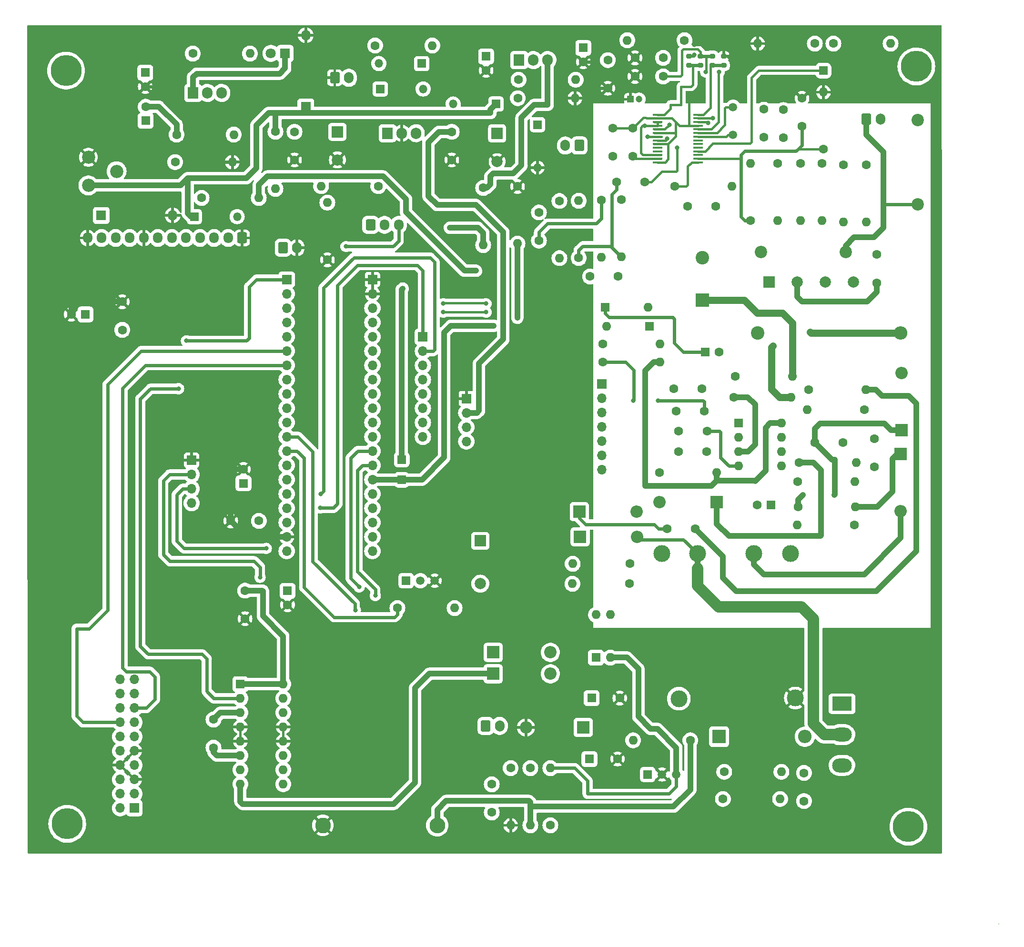
<source format=gbr>
%TF.GenerationSoftware,KiCad,Pcbnew,7.0.1-0*%
%TF.CreationDate,2023-03-17T10:33:10+01:00*%
%TF.ProjectId,EnAcess PCB,456e4163-6573-4732-9050-43422e6b6963,rev?*%
%TF.SameCoordinates,Original*%
%TF.FileFunction,Copper,L1,Top*%
%TF.FilePolarity,Positive*%
%FSLAX46Y46*%
G04 Gerber Fmt 4.6, Leading zero omitted, Abs format (unit mm)*
G04 Created by KiCad (PCBNEW 7.0.1-0) date 2023-03-17 10:33:10*
%MOMM*%
%LPD*%
G01*
G04 APERTURE LIST*
G04 Aperture macros list*
%AMRoundRect*
0 Rectangle with rounded corners*
0 $1 Rounding radius*
0 $2 $3 $4 $5 $6 $7 $8 $9 X,Y pos of 4 corners*
0 Add a 4 corners polygon primitive as box body*
4,1,4,$2,$3,$4,$5,$6,$7,$8,$9,$2,$3,0*
0 Add four circle primitives for the rounded corners*
1,1,$1+$1,$2,$3*
1,1,$1+$1,$4,$5*
1,1,$1+$1,$6,$7*
1,1,$1+$1,$8,$9*
0 Add four rect primitives between the rounded corners*
20,1,$1+$1,$2,$3,$4,$5,0*
20,1,$1+$1,$4,$5,$6,$7,0*
20,1,$1+$1,$6,$7,$8,$9,0*
20,1,$1+$1,$8,$9,$2,$3,0*%
G04 Aperture macros list end*
%TA.AperFunction,NonConductor*%
%ADD10C,0.200000*%
%TD*%
%TA.AperFunction,ComponentPad*%
%ADD11R,1.500000X1.500000*%
%TD*%
%TA.AperFunction,ComponentPad*%
%ADD12O,1.500000X1.500000*%
%TD*%
%TA.AperFunction,ComponentPad*%
%ADD13R,1.800000X1.800000*%
%TD*%
%TA.AperFunction,ComponentPad*%
%ADD14O,1.800000X1.800000*%
%TD*%
%TA.AperFunction,ComponentPad*%
%ADD15O,1.600000X1.600000*%
%TD*%
%TA.AperFunction,ComponentPad*%
%ADD16R,1.600000X1.600000*%
%TD*%
%TA.AperFunction,ComponentPad*%
%ADD17C,1.600000*%
%TD*%
%TA.AperFunction,ComponentPad*%
%ADD18O,1.700000X2.000000*%
%TD*%
%TA.AperFunction,ComponentPad*%
%ADD19RoundRect,0.250000X-0.600000X-0.750000X0.600000X-0.750000X0.600000X0.750000X-0.600000X0.750000X0*%
%TD*%
%TA.AperFunction,ComponentPad*%
%ADD20C,2.000000*%
%TD*%
%TA.AperFunction,ComponentPad*%
%ADD21R,2.000000X2.000000*%
%TD*%
%TA.AperFunction,ComponentPad*%
%ADD22R,1.700000X1.700000*%
%TD*%
%TA.AperFunction,ComponentPad*%
%ADD23O,1.700000X1.700000*%
%TD*%
%TA.AperFunction,ComponentPad*%
%ADD24R,3.500000X2.500000*%
%TD*%
%TA.AperFunction,ComponentPad*%
%ADD25O,3.500000X2.500000*%
%TD*%
%TA.AperFunction,ComponentPad*%
%ADD26R,2.200000X2.200000*%
%TD*%
%TA.AperFunction,ComponentPad*%
%ADD27O,2.200000X2.200000*%
%TD*%
%TA.AperFunction,SMDPad,CuDef*%
%ADD28RoundRect,0.200000X0.275000X-0.200000X0.275000X0.200000X-0.275000X0.200000X-0.275000X-0.200000X0*%
%TD*%
%TA.AperFunction,ComponentPad*%
%ADD29C,3.600000*%
%TD*%
%TA.AperFunction,ConnectorPad*%
%ADD30C,5.500000*%
%TD*%
%TA.AperFunction,ComponentPad*%
%ADD31C,1.500000*%
%TD*%
%TA.AperFunction,ComponentPad*%
%ADD32C,2.340000*%
%TD*%
%TA.AperFunction,ComponentPad*%
%ADD33RoundRect,0.250000X0.600000X0.725000X-0.600000X0.725000X-0.600000X-0.725000X0.600000X-0.725000X0*%
%TD*%
%TA.AperFunction,ComponentPad*%
%ADD34O,1.700000X1.950000*%
%TD*%
%TA.AperFunction,ComponentPad*%
%ADD35C,0.100000*%
%TD*%
%TA.AperFunction,ComponentPad*%
%ADD36C,3.000000*%
%TD*%
%TA.AperFunction,ComponentPad*%
%ADD37R,1.200000X1.200000*%
%TD*%
%TA.AperFunction,ComponentPad*%
%ADD38C,1.200000*%
%TD*%
%TA.AperFunction,ComponentPad*%
%ADD39RoundRect,0.250000X-0.550000X-0.550000X0.550000X-0.550000X0.550000X0.550000X-0.550000X0.550000X0*%
%TD*%
%TA.AperFunction,ComponentPad*%
%ADD40C,2.200000*%
%TD*%
%TA.AperFunction,ComponentPad*%
%ADD41C,2.800000*%
%TD*%
%TA.AperFunction,ComponentPad*%
%ADD42O,2.800000X2.800000*%
%TD*%
%TA.AperFunction,ComponentPad*%
%ADD43C,1.800000*%
%TD*%
%TA.AperFunction,ComponentPad*%
%ADD44RoundRect,0.250000X0.600000X0.750000X-0.600000X0.750000X-0.600000X-0.750000X0.600000X-0.750000X0*%
%TD*%
%TA.AperFunction,ComponentPad*%
%ADD45R,1.905000X2.000000*%
%TD*%
%TA.AperFunction,ComponentPad*%
%ADD46O,1.905000X2.000000*%
%TD*%
%TA.AperFunction,SMDPad,CuDef*%
%ADD47R,1.750000X0.450000*%
%TD*%
%TA.AperFunction,ComponentPad*%
%ADD48RoundRect,0.250000X-0.600000X-0.725000X0.600000X-0.725000X0.600000X0.725000X-0.600000X0.725000X0*%
%TD*%
%TA.AperFunction,ComponentPad*%
%ADD49C,2.400000*%
%TD*%
%TA.AperFunction,ComponentPad*%
%ADD50O,2.400000X2.400000*%
%TD*%
%TA.AperFunction,ComponentPad*%
%ADD51R,2.400000X2.400000*%
%TD*%
%TA.AperFunction,ViaPad*%
%ADD52C,0.800000*%
%TD*%
%TA.AperFunction,Conductor*%
%ADD53C,1.000000*%
%TD*%
%TA.AperFunction,Conductor*%
%ADD54C,0.600000*%
%TD*%
%TA.AperFunction,Conductor*%
%ADD55C,0.400000*%
%TD*%
%TA.AperFunction,Conductor*%
%ADD56C,1.300000*%
%TD*%
%TA.AperFunction,Conductor*%
%ADD57C,2.000000*%
%TD*%
G04 APERTURE END LIST*
D10*
X185369201Y-172720000D02*
G75*
G03*
X185369201Y-172720000I-1J0D01*
G01*
D11*
%TO.P,D10,1,K*%
%TO.N,+5V*%
X42380000Y-47000000D03*
D12*
%TO.P,D10,2,A*%
%TO.N,Net-(D10-A)*%
X50000000Y-47000000D03*
%TD*%
D13*
%TO.P,D20,1,K*%
%TO.N,+5V*%
X62200000Y-27500000D03*
D14*
%TO.P,D20,2,A*%
%TO.N,GND*%
X62200000Y-14800000D03*
%TD*%
D13*
%TO.P,D9,1,K*%
%TO.N,+5V*%
X25850000Y-46800000D03*
D14*
%TO.P,D9,2,A*%
%TO.N,GND*%
X38550000Y-46800000D03*
%TD*%
D15*
%TO.P,U10,16,VCC1*%
%TO.N,+5V*%
X58200000Y-130100000D03*
%TO.P,U10,15,4A*%
%TO.N,unconnected-(U10-4A-Pad15)*%
X58200000Y-132640000D03*
%TO.P,U10,14,4Y*%
%TO.N,unconnected-(U10-4Y-Pad14)*%
X58200000Y-135180000D03*
%TO.P,U10,13,GND*%
%TO.N,GND*%
X58200000Y-137720000D03*
%TO.P,U10,12,GND*%
X58200000Y-140260000D03*
%TO.P,U10,11,3Y*%
%TO.N,unconnected-(U10-3Y-Pad11)*%
X58200000Y-142800000D03*
%TO.P,U10,10,3A*%
%TO.N,unconnected-(U10-3A-Pad10)*%
X58200000Y-145340000D03*
%TO.P,U10,9,EN3\u002C4*%
%TO.N,unconnected-(U10-EN3\u002C4-Pad9)*%
X58200000Y-147880000D03*
%TO.P,U10,8,VCC2*%
%TO.N,12V_S*%
X50580000Y-147880000D03*
%TO.P,U10,7,2A*%
%TO.N,REL_a*%
X50580000Y-145340000D03*
%TO.P,U10,6,2Y*%
%TO.N,Net-(J7-Pin_2)*%
X50580000Y-142800000D03*
%TO.P,U10,5,GND*%
%TO.N,GND*%
X50580000Y-140260000D03*
%TO.P,U10,4,GND*%
X50580000Y-137720000D03*
%TO.P,U10,3,1Y*%
%TO.N,Net-(J7-Pin_1)*%
X50580000Y-135180000D03*
%TO.P,U10,2,1A*%
%TO.N,REL_b*%
X50580000Y-132640000D03*
D16*
%TO.P,U10,1,EN1\u002C2*%
%TO.N,+5V*%
X50580000Y-130100000D03*
%TD*%
D15*
%TO.P,R11,2*%
%TO.N,Net-(D10-A)*%
X64920000Y-41600000D03*
D17*
%TO.P,R11,1*%
%TO.N,+12V*%
X75080000Y-41600000D03*
%TD*%
%TO.P,R4,1*%
%TO.N,+5V*%
X56800000Y-31920000D03*
D15*
%TO.P,R4,2*%
%TO.N,Net-(D10-A)*%
X56800000Y-42080000D03*
%TD*%
D18*
%TO.P,J17,2,Pin_2*%
%TO.N,GND*%
X60650000Y-52532500D03*
D19*
%TO.P,J17,1,Pin_1*%
%TO.N,Net-(D10-A)*%
X58150000Y-52532500D03*
%TD*%
D11*
%TO.P,D13,1,K*%
%TO.N,+5V*%
X96015000Y-27000000D03*
D12*
%TO.P,D13,2,A*%
%TO.N,Net-(D13-A)*%
X88395000Y-27000000D03*
%TD*%
D17*
%TO.P,C44,2*%
%TO.N,Net-(J7-Pin_1)*%
X45800000Y-136400000D03*
%TO.P,C44,1*%
%TO.N,Net-(J7-Pin_2)*%
X45800000Y-141400000D03*
%TD*%
D20*
%TO.P,C4,2*%
%TO.N,GND*%
X96200000Y-37232323D03*
D21*
%TO.P,C4,1*%
%TO.N,+5V*%
X96200000Y-32232323D03*
%TD*%
D17*
%TO.P,R31,1*%
%TO.N,Net-(U1-CS)*%
X138263000Y-79095600D03*
D15*
%TO.P,R31,2*%
%TO.N,Net-(Q3-S)*%
X148423000Y-79095600D03*
%TD*%
D17*
%TO.P,C15,1*%
%TO.N,+5V*%
X51409600Y-113476400D03*
%TO.P,C15,2*%
%TO.N,GND*%
X51409600Y-118476400D03*
%TD*%
%TO.P,R24,1*%
%TO.N,Net-(U6-REF)*%
X102108000Y-145034000D03*
D15*
%TO.P,R24,2*%
%TO.N,Net-(D19-K)*%
X102108000Y-155194000D03*
%TD*%
D21*
%TO.P,C20,1*%
%TO.N,+12V*%
X67818000Y-31933000D03*
D20*
%TO.P,C20,2*%
%TO.N,GND*%
X67818000Y-36933000D03*
%TD*%
D22*
%TO.P,J6,1,Pin_1*%
%TO.N,REL_b*%
X58801000Y-58191400D03*
D23*
%TO.P,J6,2,Pin_2*%
%TO.N,D7*%
X58801000Y-60731400D03*
%TO.P,J6,3,Pin_3*%
%TO.N,D6*%
X58801000Y-63271400D03*
%TO.P,J6,4,Pin_4*%
%TO.N,D5*%
X58801000Y-65811400D03*
%TO.P,J6,5,Pin_5*%
%TO.N,D4*%
X58801000Y-68351400D03*
%TO.P,J6,6,Pin_6*%
%TO.N,TX1*%
X58801000Y-70891400D03*
%TO.P,J6,7,Pin_7*%
%TO.N,RX1*%
X58801000Y-73431400D03*
%TO.P,J6,8,Pin_8*%
%TO.N,unconnected-(J6-Pin_8-Pad8)*%
X58801000Y-75971400D03*
%TO.P,J6,9,Pin_9*%
%TO.N,unconnected-(J6-Pin_9-Pad9)*%
X58801000Y-78511400D03*
%TO.P,J6,10,Pin_10*%
%TO.N,RS*%
X58801000Y-81051400D03*
%TO.P,J6,11,Pin_11*%
%TO.N,En*%
X58801000Y-83591400D03*
%TO.P,J6,12,Pin_12*%
%TO.N,REL_a*%
X58801000Y-86131400D03*
%TO.P,J6,13,Pin_13*%
%TO.N,buz*%
X58801000Y-88671400D03*
%TO.P,J6,14,Pin_14*%
%TO.N,SDA*%
X58801000Y-91211400D03*
%TO.P,J6,15,Pin_15*%
%TO.N,SCl*%
X58801000Y-93751400D03*
%TO.P,J6,16,Pin_16*%
%TO.N,KPR2*%
X58801000Y-96291400D03*
%TO.P,J6,17,Pin_17*%
%TO.N,KPR1*%
X58801000Y-98831400D03*
%TO.P,J6,18,Pin_18*%
%TO.N,+5V*%
X58801000Y-101371400D03*
%TO.P,J6,19,Pin_19*%
%TO.N,GND*%
X58801000Y-103911400D03*
%TO.P,J6,20,Pin_20*%
%TO.N,unconnected-(J6-Pin_20-Pad20)*%
X58801000Y-106451400D03*
%TD*%
D16*
%TO.P,C26,1*%
%TO.N,Net-(D17-K)*%
X144881600Y-98298000D03*
D17*
%TO.P,C26,2*%
%TO.N,Net-(D11--)*%
X142381600Y-98298000D03*
%TD*%
%TO.P,C8,1*%
%TO.N,+12V*%
X60198000Y-31933000D03*
%TO.P,C8,2*%
%TO.N,GND*%
X60198000Y-36933000D03*
%TD*%
%TO.P,TH1,1*%
%TO.N,NEUT*%
X163677600Y-53761000D03*
%TO.P,TH1,2*%
%TO.N,Net-(C10-Pad2)*%
X163677600Y-58761000D03*
%TD*%
D24*
%TO.P,Q3,1,G*%
%TO.N,Net-(Q3-G)*%
X157480000Y-133604000D03*
D25*
%TO.P,Q3,2,D*%
%TO.N,Net-(D15-A)*%
X157480000Y-139079000D03*
%TO.P,Q3,3,S*%
%TO.N,Net-(Q3-S)*%
X157480000Y-144554000D03*
%TD*%
D26*
%TO.P,D7,1,K*%
%TO.N,12V_S*%
X95504000Y-128270000D03*
D27*
%TO.P,D7,2,A*%
%TO.N,Net-(D19-K)*%
X105664000Y-128270000D03*
%TD*%
D17*
%TO.P,C39,1*%
%TO.N,Net-(U8-VN)*%
X130048000Y-45212000D03*
%TO.P,C39,2*%
%TO.N,GND*%
X135048000Y-45212000D03*
%TD*%
%TO.P,R17,1*%
%TO.N,GND*%
X66040000Y-54686200D03*
D15*
%TO.P,R17,2*%
%TO.N,Net-(J9-Pin_1)*%
X66040000Y-44526200D03*
%TD*%
D17*
%TO.P,R12,1*%
%TO.N,LINE*%
X161798000Y-37846000D03*
D15*
%TO.P,R12,2*%
%TO.N,Net-(R12-Pad2)*%
X161798000Y-48006000D03*
%TD*%
D28*
%TO.P,R50,1*%
%TO.N,mmd1*%
X130302000Y-20129000D03*
%TO.P,R50,2*%
%TO.N,GND*%
X130302000Y-18479000D03*
%TD*%
D29*
%TO.P,H3,1*%
%TO.N,N/C*%
X169265600Y-155448000D03*
D30*
X169265600Y-155448000D03*
%TD*%
D11*
%TO.P,U6,1,REF*%
%TO.N,Net-(U6-REF)*%
X122961400Y-146156000D03*
D31*
%TO.P,U6,2,A*%
%TO.N,GND*%
X125501400Y-146156000D03*
%TO.P,U6,3,K*%
%TO.N,Net-(U6-K)*%
X128041400Y-146156000D03*
%TD*%
D17*
%TO.P,C27,1*%
%TO.N,Net-(D11-+)*%
X131368800Y-102463600D03*
%TO.P,C27,2*%
%TO.N,Net-(D15-K)*%
X126368800Y-102463600D03*
%TD*%
D19*
%TO.P,J13,1,Pin_1*%
%TO.N,GND*%
X67350000Y-22332500D03*
D18*
%TO.P,J13,2,Pin_2*%
%TO.N,Net-(D4-A)*%
X69850000Y-22332500D03*
%TD*%
D16*
%TO.P,D12,1,K*%
%TO.N,Net-(D12-K)*%
X123266200Y-66548000D03*
D15*
%TO.P,D12,2,A*%
%TO.N,Net-(D12-A)*%
X115646200Y-66548000D03*
%TD*%
D17*
%TO.P,R45,1*%
%TO.N,Net-(U8-VN)*%
X127762000Y-41656000D03*
D15*
%TO.P,R45,2*%
%TO.N,GND*%
X137922000Y-41656000D03*
%TD*%
D11*
%TO.P,Q2,1,C*%
%TO.N,Net-(BZ1-+)*%
X80035400Y-111713600D03*
D31*
%TO.P,Q2,2,B*%
%TO.N,Net-(Q2-B)*%
X82575400Y-111713600D03*
%TO.P,Q2,3,E*%
%TO.N,GND*%
X85115400Y-111713600D03*
%TD*%
D19*
%TO.P,J8,1,Pin_1*%
%TO.N,LINE*%
X161798000Y-29718000D03*
D18*
%TO.P,J8,2,Pin_2*%
%TO.N,NEUT*%
X164298000Y-29718000D03*
%TD*%
D17*
%TO.P,C37,1*%
%TO.N,GND*%
X120690000Y-22098000D03*
%TO.P,C37,2*%
%TO.N,+3V3*%
X125690000Y-22098000D03*
%TD*%
%TO.P,R23,1*%
%TO.N,Net-(D17-A)*%
X161417000Y-81356200D03*
D15*
%TO.P,R23,2*%
%TO.N,Net-(R22-Pad1)*%
X151257000Y-81356200D03*
%TD*%
D17*
%TO.P,R34,1*%
%TO.N,Net-(D12-A)*%
X114935000Y-69646800D03*
D15*
%TO.P,R34,2*%
%TO.N,Net-(D12-K)*%
X125095000Y-69646800D03*
%TD*%
D32*
%TO.P,RV2,1,1*%
%TO.N,+5V*%
X23575000Y-41461200D03*
%TO.P,RV2,2,2*%
%TO.N,Net-(J2-Pin_10)*%
X28575000Y-38961200D03*
%TO.P,RV2,3,3*%
%TO.N,GND*%
X23575000Y-36461200D03*
%TD*%
D16*
%TO.P,C5,1*%
%TO.N,+5V*%
X23037800Y-64389000D03*
D17*
%TO.P,C5,2*%
%TO.N,GND*%
X20537800Y-64389000D03*
%TD*%
D33*
%TO.P,J2,1,Pin_1*%
%TO.N,GND*%
X50912400Y-50800000D03*
D34*
%TO.P,J2,2,Pin_2*%
%TO.N,Net-(J2-Pin_2)*%
X48412400Y-50800000D03*
%TO.P,J2,3,Pin_3*%
%TO.N,D7*%
X45912400Y-50800000D03*
%TO.P,J2,4,Pin_4*%
%TO.N,D6*%
X43412400Y-50800000D03*
%TO.P,J2,5,Pin_5*%
%TO.N,D5*%
X40912400Y-50800000D03*
%TO.P,J2,6,Pin_6*%
%TO.N,D4*%
X38412400Y-50800000D03*
%TO.P,J2,7,Pin_7*%
%TO.N,RS*%
X35912400Y-50800000D03*
%TO.P,J2,8,Pin_8*%
%TO.N,GND*%
X33412400Y-50800000D03*
%TO.P,J2,9,Pin_9*%
%TO.N,En*%
X30912400Y-50800000D03*
%TO.P,J2,10,Pin_10*%
%TO.N,Net-(J2-Pin_10)*%
X28412400Y-50800000D03*
%TO.P,J2,11,Pin_11*%
%TO.N,+5V*%
X25912400Y-50800000D03*
%TO.P,J2,12,Pin_12*%
%TO.N,GND*%
X23412400Y-50800000D03*
%TD*%
D35*
%TO.P,TR1, *%
%TO.N,N/C*%
X138932500Y-109830500D03*
X143932500Y-109830500D03*
X148932500Y-109830500D03*
D36*
%TO.P,TR1,1*%
%TO.N,Net-(D19-A)*%
X128485500Y-132690500D03*
%TO.P,TR1,2*%
%TO.N,GND*%
X149186500Y-132563500D03*
%TO.P,TR1,3*%
%TO.N,Net-(D11-+)*%
X125437500Y-106909500D03*
%TO.P,TR1,4*%
%TO.N,Net-(D15-A)*%
X131787500Y-106909500D03*
%TO.P,TR1,5*%
%TO.N,Net-(D14-A)*%
X141820500Y-106909500D03*
%TO.P,TR1,6*%
%TO.N,Net-(D11--)*%
X148297500Y-106909500D03*
%TD*%
D17*
%TO.P,C40,1*%
%TO.N,Net-(U8-OSCO)*%
X143586200Y-32893000D03*
%TO.P,C40,2*%
%TO.N,GND*%
X143586200Y-27893000D03*
%TD*%
%TO.P,C12,1*%
%TO.N,+3V3*%
X115874800Y-19191600D03*
%TO.P,C12,2*%
%TO.N,GND*%
X115874800Y-24191600D03*
%TD*%
%TO.P,R27,1*%
%TO.N,Net-(D11--)*%
X138480800Y-75412600D03*
D15*
%TO.P,R27,2*%
%TO.N,Net-(D11-+)*%
X148640800Y-75412600D03*
%TD*%
D17*
%TO.P,R37,1*%
%TO.N,Net-(D19-K)*%
X136550400Y-145694400D03*
D15*
%TO.P,R37,2*%
%TO.N,Net-(C17-Pad1)*%
X146710400Y-145694400D03*
%TD*%
D16*
%TO.P,C31,1*%
%TO.N,Net-(D12-A)*%
X133160888Y-71043800D03*
D17*
%TO.P,C31,2*%
%TO.N,Net-(D11--)*%
X135660888Y-71043800D03*
%TD*%
%TO.P,C32,1*%
%TO.N,Net-(C29-Pad2)*%
X117388000Y-40894000D03*
%TO.P,C32,2*%
%TO.N,I2N*%
X122388000Y-40894000D03*
%TD*%
D16*
%TO.P,C21,1*%
%TO.N,12V_S*%
X33756600Y-29972000D03*
D17*
%TO.P,C21,2*%
%TO.N,Net-(D1-K)*%
X33756600Y-27472000D03*
%TD*%
%TO.P,C23,1*%
%TO.N,Net-(D17-K)*%
X152628600Y-87147400D03*
%TO.P,C23,2*%
%TO.N,Net-(D11--)*%
X157628600Y-87147400D03*
%TD*%
%TO.P,C38,1*%
%TO.N,VP*%
X150368000Y-30988000D03*
%TO.P,C38,2*%
%TO.N,GND*%
X150368000Y-25988000D03*
%TD*%
%TO.P,R19,1*%
%TO.N,Net-(U6-REF)*%
X98602800Y-145034000D03*
D15*
%TO.P,R19,2*%
%TO.N,GND*%
X98602800Y-155194000D03*
%TD*%
D26*
%TO.P,D14,1,K*%
%TO.N,Net-(D14-K)*%
X167894000Y-89204800D03*
D27*
%TO.P,D14,2,A*%
%TO.N,Net-(D14-A)*%
X167894000Y-99364800D03*
%TD*%
D17*
%TO.P,R47,1*%
%TO.N,GND*%
X99822000Y-41656000D03*
D15*
%TO.P,R47,2*%
%TO.N,Net-(J16-Pin_1)*%
X99822000Y-51816000D03*
%TD*%
D17*
%TO.P,R43,1*%
%TO.N,VP*%
X141224000Y-47752000D03*
D15*
%TO.P,R43,2*%
%TO.N,Net-(R42-Pad1)*%
X141224000Y-37592000D03*
%TD*%
D22*
%TO.P,J12,1,Pin_1*%
%TO.N,GND*%
X41910000Y-90307000D03*
D23*
%TO.P,J12,2,Pin_2*%
%TO.N,TX2*%
X41910000Y-92847000D03*
%TO.P,J12,3,Pin_3*%
%TO.N,RX2*%
X41910000Y-95387000D03*
%TO.P,J12,4,Pin_4*%
%TO.N,+5V*%
X41910000Y-97927000D03*
%TD*%
D29*
%TO.P,H4,1*%
%TO.N,N/C*%
X19812000Y-154940000D03*
D30*
X19812000Y-154940000D03*
%TD*%
D26*
%TO.P,D16,1,K*%
%TO.N,Net-(D15-K)*%
X110794800Y-99466400D03*
D27*
%TO.P,D16,2,A*%
%TO.N,Net-(D15-A)*%
X120954800Y-99466400D03*
%TD*%
D17*
%TO.P,R9,1*%
%TO.N,Net-(J10-Pin_2)*%
X114706400Y-44069000D03*
D15*
%TO.P,R9,2*%
%TO.N,I2P*%
X114706400Y-54229000D03*
%TD*%
D17*
%TO.P,R5,1*%
%TO.N,Net-(U7-ADJ)*%
X99999800Y-22682200D03*
D15*
%TO.P,R5,2*%
%TO.N,+3V3*%
X110159800Y-22682200D03*
%TD*%
D17*
%TO.P,R36,1*%
%TO.N,Net-(D19-K)*%
X130530600Y-140081000D03*
D15*
%TO.P,R36,2*%
%TO.N,Net-(R36-Pad2)*%
X120370600Y-140081000D03*
%TD*%
D26*
%TO.P,D8,1,K*%
%TO.N,Net-(D19-K)*%
X111480000Y-137800000D03*
D27*
%TO.P,D8,2,A*%
%TO.N,GND*%
X101320000Y-137800000D03*
%TD*%
D37*
%TO.P,C35,1*%
%TO.N,GND*%
X119912000Y-26162000D03*
D38*
%TO.P,C35,2*%
%TO.N,+3V3*%
X121412000Y-26162000D03*
%TD*%
D29*
%TO.P,H1,1*%
%TO.N,N/C*%
X170688000Y-20320000D03*
D30*
X170688000Y-20320000D03*
%TD*%
D17*
%TO.P,R16,1*%
%TO.N,AVDD*%
X129489200Y-15671800D03*
D15*
%TO.P,R16,2*%
%TO.N,+3V3*%
X119329200Y-15671800D03*
%TD*%
D16*
%TO.P,C2,1*%
%TO.N,+3V3*%
X94234000Y-18542000D03*
D17*
%TO.P,C2,2*%
%TO.N,GND*%
X94234000Y-21042000D03*
%TD*%
D39*
%TO.P,J15,1,Pin_1*%
%TO.N,Net-(J15-Pin_1)*%
X79248000Y-90200000D03*
%TD*%
D40*
%TO.P,C10,1*%
%TO.N,LINE*%
X158122000Y-53340000D03*
%TO.P,C10,2*%
%TO.N,Net-(C10-Pad2)*%
X143122000Y-53340000D03*
%TD*%
D17*
%TO.P,R28,1*%
%TO.N,Net-(D11--)*%
X149606000Y-94107000D03*
D15*
%TO.P,R28,2*%
%TO.N,Net-(Q3-G)*%
X159766000Y-94107000D03*
%TD*%
D11*
%TO.P,D2,1,K*%
%TO.N,+12V*%
X75433000Y-24313000D03*
D12*
%TO.P,D2,2,A*%
%TO.N,Net-(D13-A)*%
X83053000Y-24313000D03*
%TD*%
D17*
%TO.P,R15,1*%
%TO.N,Net-(R15-Pad1)*%
X157734000Y-37846000D03*
D15*
%TO.P,R15,2*%
%TO.N,Net-(R12-Pad2)*%
X157734000Y-48006000D03*
%TD*%
D17*
%TO.P,R33,1*%
%TO.N,Net-(C7-Pad1)*%
X105664000Y-155194000D03*
D15*
%TO.P,R33,2*%
%TO.N,Net-(U6-K)*%
X105664000Y-145034000D03*
%TD*%
D16*
%TO.P,U1,1,COMP*%
%TO.N,Net-(D18-A)*%
X139085800Y-83728400D03*
D15*
%TO.P,U1,2,FB*%
%TO.N,Net-(D11--)*%
X139085800Y-86268400D03*
%TO.P,U1,3,CS*%
%TO.N,Net-(U1-CS)*%
X139085800Y-88808400D03*
%TO.P,U1,4,RC*%
%TO.N,Net-(U1-RC)*%
X139085800Y-91348400D03*
%TO.P,U1,5,GND*%
%TO.N,Net-(D11--)*%
X146705800Y-91348400D03*
%TO.P,U1,6,OUT*%
%TO.N,Net-(D3-K)*%
X146705800Y-88808400D03*
%TO.P,U1,7,VCC*%
%TO.N,Net-(D17-K)*%
X146705800Y-86268400D03*
%TO.P,U1,8,VREF*%
%TO.N,Net-(D12-K)*%
X146705800Y-83728400D03*
%TD*%
D17*
%TO.P,R1,1*%
%TO.N,buz*%
X78486000Y-116586000D03*
D15*
%TO.P,R1,2*%
%TO.N,Net-(Q2-B)*%
X88646000Y-116586000D03*
%TD*%
D17*
%TO.P,C11,1*%
%TO.N,+5V*%
X53873400Y-101092000D03*
%TO.P,C11,2*%
%TO.N,GND*%
X48873400Y-101092000D03*
%TD*%
D41*
%TO.P,R18,1*%
%TO.N,GND*%
X65240000Y-155200000D03*
D42*
%TO.P,R18,2*%
%TO.N,Net-(D19-K)*%
X85560000Y-155200000D03*
%TD*%
D17*
%TO.P,R29,1*%
%TO.N,Net-(D3-K)*%
X149834600Y-90728800D03*
D15*
%TO.P,R29,2*%
%TO.N,Net-(Q3-G)*%
X159994600Y-90728800D03*
%TD*%
D17*
%TO.P,R20,1*%
%TO.N,Net-(D11-+)*%
X119735600Y-112268000D03*
D15*
%TO.P,R20,2*%
%TO.N,Net-(D15-K)*%
X109575600Y-112268000D03*
%TD*%
D19*
%TO.P,J7,1,Pin_1*%
%TO.N,Net-(J7-Pin_1)*%
X94150000Y-137532500D03*
D18*
%TO.P,J7,2,Pin_2*%
%TO.N,Net-(J7-Pin_2)*%
X96650000Y-137532500D03*
%TD*%
D39*
%TO.P,J16,1,Pin_1*%
%TO.N,Net-(J16-Pin_1)*%
X79248000Y-93800000D03*
%TD*%
D13*
%TO.P,D1,1,K*%
%TO.N,Net-(D1-K)*%
X58540000Y-18000000D03*
D43*
%TO.P,D1,2,A*%
%TO.N,Net-(D1-A)*%
X56000000Y-18000000D03*
%TD*%
D17*
%TO.P,R3,1*%
%TO.N,12V_S*%
X42120000Y-18034000D03*
D15*
%TO.P,R3,2*%
%TO.N,Net-(D1-A)*%
X52280000Y-18034000D03*
%TD*%
D16*
%TO.P,C3,1*%
%TO.N,+5V*%
X58953400Y-113512523D03*
D17*
%TO.P,C3,2*%
%TO.N,GND*%
X58953400Y-116012523D03*
%TD*%
D44*
%TO.P,J10,1,Pin_1*%
%TO.N,Net-(J10-Pin_1)*%
X110805600Y-34366200D03*
D18*
%TO.P,J10,2,Pin_2*%
%TO.N,Net-(J10-Pin_2)*%
X108305600Y-34366200D03*
%TD*%
D17*
%TO.P,C41,1*%
%TO.N,GND*%
X147066000Y-27965400D03*
%TO.P,C41,2*%
%TO.N,Net-(U8-OSCI)*%
X147066000Y-32965400D03*
%TD*%
D22*
%TO.P,J11,1,Pin_1*%
%TO.N,unconnected-(J11-Pin_1-Pad1)*%
X114833000Y-76728000D03*
D23*
%TO.P,J11,2,Pin_2*%
%TO.N,unconnected-(J11-Pin_2-Pad2)*%
X114833000Y-79268000D03*
%TO.P,J11,3,Pin_3*%
%TO.N,unconnected-(J11-Pin_3-Pad3)*%
X114833000Y-81808000D03*
%TO.P,J11,4,Pin_4*%
%TO.N,unconnected-(J11-Pin_4-Pad4)*%
X114833000Y-84348000D03*
%TO.P,J11,5,Pin_5*%
%TO.N,unconnected-(J11-Pin_5-Pad5)*%
X114833000Y-86888000D03*
%TO.P,J11,6,Pin_6*%
%TO.N,unconnected-(J11-Pin_6-Pad6)*%
X114833000Y-89428000D03*
%TO.P,J11,7,Pin_7*%
%TO.N,unconnected-(J11-Pin_7-Pad7)*%
X114833000Y-91968000D03*
%TD*%
D17*
%TO.P,C22,1*%
%TO.N,Net-(U1-RC)*%
X128437000Y-88798400D03*
%TO.P,C22,2*%
%TO.N,Net-(D11--)*%
X133437000Y-88798400D03*
%TD*%
%TO.P,R54,1*%
%TO.N,Net-(R54-Pad1)*%
X155956000Y-16256000D03*
D15*
%TO.P,R54,2*%
%TO.N,NEUT*%
X166116000Y-16256000D03*
%TD*%
D26*
%TO.P,D17,1,K*%
%TO.N,Net-(D17-K)*%
X168046400Y-84937600D03*
D27*
%TO.P,D17,2,A*%
%TO.N,Net-(D17-A)*%
X168046400Y-74777600D03*
%TD*%
D17*
%TO.P,R41,1*%
%TO.N,Net-(R40-Pad1)*%
X150114000Y-37592000D03*
D15*
%TO.P,R41,2*%
%TO.N,Net-(R41-Pad2)*%
X150114000Y-47752000D03*
%TD*%
D26*
%TO.P,D3,1,K*%
%TO.N,Net-(D3-K)*%
X135229600Y-97713800D03*
D27*
%TO.P,D3,2,A*%
%TO.N,Net-(D11--)*%
X125069600Y-97713800D03*
%TD*%
D28*
%TO.P,R51,1*%
%TO.N,mmd0*%
X136461000Y-20129000D03*
%TO.P,R51,2*%
%TO.N,GND*%
X136461000Y-18479000D03*
%TD*%
D29*
%TO.P,H1,1*%
%TO.N,N/C*%
X19608800Y-21056600D03*
D30*
X19608800Y-21056600D03*
%TD*%
D16*
%TO.P,U4,1*%
%TO.N,Net-(R36-Pad2)*%
X113761600Y-125389800D03*
D15*
%TO.P,U4,2*%
%TO.N,Net-(U6-K)*%
X116301600Y-125389800D03*
%TO.P,U4,3*%
%TO.N,Net-(D11--)*%
X116301600Y-117769800D03*
%TO.P,U4,4*%
%TO.N,Net-(D18-A)*%
X113761600Y-117769800D03*
%TD*%
D17*
%TO.P,C34,1*%
%TO.N,Net-(U8-VREF)*%
X116789200Y-36322000D03*
%TO.P,C34,2*%
%TO.N,GND*%
X116789200Y-31322000D03*
%TD*%
D45*
%TO.P,U5,1,ADJ*%
%TO.N,Net-(D1-K)*%
X42164000Y-25024200D03*
D46*
%TO.P,U5,2,VO*%
%TO.N,+4V*%
X44704000Y-25024200D03*
%TO.P,U5,3,VI*%
%TO.N,12V_S*%
X47244000Y-25024200D03*
%TD*%
D31*
%TO.P,8.192MHz1,1,1*%
%TO.N,Net-(U8-OSCO)*%
X138125200Y-27572800D03*
%TO.P,8.192MHz1,2,2*%
%TO.N,Net-(U8-OSCI)*%
X138125200Y-32472800D03*
%TD*%
D17*
%TO.P,R32,1*%
%TO.N,Net-(U1-RC)*%
X125044200Y-92506800D03*
D15*
%TO.P,R32,2*%
%TO.N,Net-(D12-K)*%
X135204200Y-92506800D03*
%TD*%
D47*
%TO.P,U8,1,MMD1*%
%TO.N,mmd1*%
X124695400Y-28896600D03*
%TO.P,U8,2,DGND*%
%TO.N,GND*%
X124695400Y-29546600D03*
%TO.P,U8,3,DVDD*%
%TO.N,+3V3*%
X124695400Y-30196600D03*
%TO.P,U8,4,~{RESET}*%
X124695400Y-30846600D03*
%TO.P,U8,5,AVDD*%
%TO.N,AVDD*%
X124695400Y-31496600D03*
%TO.P,U8,6,AGND@0*%
%TO.N,GND*%
X124695400Y-32146600D03*
%TO.P,U8,7,I2P*%
%TO.N,I2P*%
X124695400Y-32796600D03*
%TO.P,U8,8,I2N*%
%TO.N,I2N*%
X124695400Y-33446600D03*
%TO.P,U8,9,~{RESV}*%
%TO.N,GND*%
X124695400Y-34096600D03*
%TO.P,U8,10,I1P*%
%TO.N,unconnected-(U8-I1P-Pad10)*%
X124695400Y-34746600D03*
%TO.P,U8,11,I1N*%
%TO.N,unconnected-(U8-I1N-Pad11)*%
X124695400Y-35396600D03*
%TO.P,U8,12,USEL*%
%TO.N,+3V3*%
X124695400Y-36046600D03*
%TO.P,U8,13,VREF*%
%TO.N,Net-(U8-VREF)*%
X124695400Y-36696600D03*
%TO.P,U8,14,AGND@1*%
%TO.N,GND*%
X124695400Y-37346600D03*
%TO.P,U8,15,VN*%
%TO.N,Net-(U8-VN)*%
X131895400Y-37346600D03*
%TO.P,U8,16,VP*%
%TO.N,VP*%
X131895400Y-36696600D03*
%TO.P,U8,17,WARNOUT*%
%TO.N,unconnected-(U8-WARNOUT-Pad17)*%
X131895400Y-36046600D03*
%TO.P,U8,18,CF1*%
%TO.N,Net-(J14-Pin_1)*%
X131895400Y-35396600D03*
%TO.P,U8,19,CF2*%
%TO.N,unconnected-(U8-CF2-Pad19)*%
X131895400Y-34746600D03*
%TO.P,U8,20,IRQ*%
%TO.N,unconnected-(U8-IRQ-Pad20)*%
X131895400Y-34096600D03*
%TO.P,U8,21,ZX*%
%TO.N,unconnected-(U8-ZX-Pad21)*%
X131895400Y-33446600D03*
%TO.P,U8,22,OSCI*%
%TO.N,Net-(U8-OSCI)*%
X131895400Y-32796600D03*
%TO.P,U8,23,OSCO*%
%TO.N,Net-(U8-OSCO)*%
X131895400Y-32146600D03*
%TO.P,U8,24,~{CS}*%
%TO.N,+3V3*%
X131895400Y-31496600D03*
%TO.P,U8,25,SCLK*%
%TO.N,GND*%
X131895400Y-30846600D03*
%TO.P,U8,26,SDO/UTX*%
%TO.N,Tx3*%
X131895400Y-30196600D03*
%TO.P,U8,27,SDI/URX*%
%TO.N,Rx3*%
X131895400Y-29546600D03*
%TO.P,U8,28,MMD0*%
%TO.N,mmd0*%
X131895400Y-28896600D03*
%TD*%
D17*
%TO.P,R14,1*%
%TO.N,Net-(D1-K)*%
X38989000Y-37312600D03*
D15*
%TO.P,R14,2*%
%TO.N,GND*%
X49149000Y-37312600D03*
%TD*%
D17*
%TO.P,C33,1*%
%TO.N,AVDD*%
X125690000Y-18796000D03*
%TO.P,C33,2*%
%TO.N,GND*%
X120690000Y-18796000D03*
%TD*%
%TO.P,C24,1*%
%TO.N,Net-(D11--)*%
X127979800Y-81610200D03*
%TO.P,C24,2*%
%TO.N,Net-(D18-A)*%
X132979800Y-81610200D03*
%TD*%
%TO.P,R10,1*%
%TO.N,Net-(J10-Pin_1)*%
X107264200Y-44221400D03*
D15*
%TO.P,R10,2*%
%TO.N,I2N*%
X107264200Y-54381400D03*
%TD*%
D17*
%TO.P,C17,1*%
%TO.N,Net-(C17-Pad1)*%
X150723600Y-150886800D03*
%TO.P,C17,2*%
%TO.N,Net-(D19-A)*%
X150723600Y-145886800D03*
%TD*%
D26*
%TO.P,D15,1,K*%
%TO.N,Net-(D15-K)*%
X110947200Y-103911400D03*
D27*
%TO.P,D15,2,A*%
%TO.N,Net-(D15-A)*%
X121107200Y-103911400D03*
%TD*%
D17*
%TO.P,C29,1*%
%TO.N,I2P*%
X112714400Y-57658000D03*
%TO.P,C29,2*%
%TO.N,Net-(C29-Pad2)*%
X117714400Y-57658000D03*
%TD*%
%TO.P,C25,1*%
%TO.N,Net-(D12-K)*%
X163195000Y-86450800D03*
%TO.P,C25,2*%
%TO.N,Net-(D11--)*%
X163195000Y-91450800D03*
%TD*%
%TO.P,R25,1*%
%TO.N,Net-(D17-K)*%
X149682200Y-98590100D03*
D15*
%TO.P,R25,2*%
%TO.N,Net-(D14-K)*%
X159842200Y-98590100D03*
%TD*%
D48*
%TO.P,J9,1,Pin_1*%
%TO.N,Net-(J9-Pin_1)*%
X73700000Y-48468000D03*
D34*
%TO.P,J9,2,Pin_2*%
%TO.N,G_LED*%
X76200000Y-48468000D03*
%TO.P,J9,3,Pin_3*%
%TO.N,R_LED*%
X78700000Y-48468000D03*
%TD*%
D17*
%TO.P,R55,1*%
%TO.N,Net-(R54-Pad1)*%
X152654000Y-16256000D03*
D15*
%TO.P,R55,2*%
%TO.N,GND*%
X142494000Y-16256000D03*
%TD*%
D49*
%TO.P,R30,1*%
%TO.N,Net-(D11--)*%
X142494000Y-67665600D03*
D50*
%TO.P,R30,2*%
%TO.N,Net-(Q3-S)*%
X167894000Y-67665600D03*
%TD*%
D17*
%TO.P,R6,1*%
%TO.N,Net-(U7-ADJ)*%
X99872800Y-25958800D03*
D15*
%TO.P,R6,2*%
%TO.N,GND*%
X110032800Y-25958800D03*
%TD*%
D16*
%TO.P,C30,1*%
%TO.N,Net-(D19-K)*%
X112597349Y-143400000D03*
D17*
%TO.P,C30,2*%
%TO.N,GND*%
X117597349Y-143400000D03*
%TD*%
%TO.P,R26,1*%
%TO.N,Net-(D14-K)*%
X159715200Y-101800000D03*
D15*
%TO.P,R26,2*%
%TO.N,Net-(D17-K)*%
X149555200Y-101800000D03*
%TD*%
D45*
%TO.P,U7,1,ADJ*%
%TO.N,Net-(U7-ADJ)*%
X100101400Y-19182200D03*
D46*
%TO.P,U7,2,VO*%
%TO.N,+3V3*%
X102641400Y-19182200D03*
%TO.P,U7,3,VI*%
%TO.N,+12V*%
X105181400Y-19182200D03*
%TD*%
D16*
%TO.P,C19,1*%
%TO.N,+4V*%
X33680400Y-21400801D03*
D17*
%TO.P,C19,2*%
%TO.N,GND*%
X33680400Y-23900801D03*
%TD*%
D45*
%TO.P,U2,1,IN*%
%TO.N,+12V*%
X76708000Y-32187000D03*
D46*
%TO.P,U2,2,GND*%
%TO.N,GND*%
X79248000Y-32187000D03*
%TO.P,U2,3,OUT*%
%TO.N,Net-(D13-A)*%
X81788000Y-32187000D03*
%TD*%
D11*
%TO.P,D6,1,K*%
%TO.N,+5V*%
X103378000Y-30658000D03*
D12*
%TO.P,D6,2,A*%
%TO.N,GND*%
X103378000Y-38278000D03*
%TD*%
D22*
%TO.P,J4,1,Pin_1*%
%TO.N,unconnected-(J4-Pin_1-Pad1)*%
X31755000Y-152141000D03*
D23*
%TO.P,J4,2,Pin_2*%
%TO.N,unconnected-(J4-Pin_2-Pad2)*%
X29215000Y-152141000D03*
%TO.P,J4,3,Pin_3*%
%TO.N,unconnected-(J4-Pin_3-Pad3)*%
X31755000Y-149601000D03*
%TO.P,J4,4,Pin_4*%
%TO.N,unconnected-(J4-Pin_4-Pad4)*%
X29215000Y-149601000D03*
%TO.P,J4,5,Pin_5*%
%TO.N,GND*%
X31755000Y-147061000D03*
%TO.P,J4,6,Pin_6*%
%TO.N,unconnected-(J4-Pin_6-Pad6)*%
X29215000Y-147061000D03*
%TO.P,J4,7,Pin_7*%
%TO.N,+5V*%
X31755000Y-144521000D03*
%TO.P,J4,8,Pin_8*%
%TO.N,GND*%
X29215000Y-144521000D03*
%TO.P,J4,9,Pin_9*%
X31755000Y-141981000D03*
%TO.P,J4,10,Pin_10*%
%TO.N,+4V*%
X29215000Y-141981000D03*
%TO.P,J4,11,Pin_11*%
%TO.N,unconnected-(J4-Pin_11-Pad11)*%
X31755000Y-139441000D03*
%TO.P,J4,12,Pin_12*%
%TO.N,unconnected-(J4-Pin_12-Pad12)*%
X29215000Y-139441000D03*
%TO.P,J4,13,Pin_13*%
%TO.N,unconnected-(J4-Pin_13-Pad13)*%
X31755000Y-136901000D03*
%TO.P,J4,14,Pin_14*%
%TO.N,TX1*%
X29215000Y-136901000D03*
%TO.P,J4,15,Pin_15*%
%TO.N,RX1*%
X31755000Y-134361000D03*
%TO.P,J4,16,Pin_16*%
%TO.N,unconnected-(J4-Pin_16-Pad16)*%
X29215000Y-134361000D03*
%TO.P,J4,17,Pin_17*%
%TO.N,unconnected-(J4-Pin_17-Pad17)*%
X31755000Y-131821000D03*
%TO.P,J4,18,Pin_18*%
%TO.N,unconnected-(J4-Pin_18-Pad18)*%
X29215000Y-131821000D03*
%TO.P,J4,19,Pin_19*%
%TO.N,unconnected-(J4-Pin_19-Pad19)*%
X31755000Y-129281000D03*
%TO.P,J4,20,Pin_20*%
%TO.N,unconnected-(J4-Pin_20-Pad20)*%
X29215000Y-129281000D03*
%TD*%
D28*
%TO.P,R48,1*%
%TO.N,mmd0*%
X134429000Y-20129000D03*
%TO.P,R48,2*%
%TO.N,+3V3*%
X134429000Y-18479000D03*
%TD*%
D17*
%TO.P,R46,1*%
%TO.N,+12V*%
X93726000Y-41910000D03*
D15*
%TO.P,R46,2*%
%TO.N,Net-(J15-Pin_1)*%
X93726000Y-52070000D03*
%TD*%
D28*
%TO.P,R49,1*%
%TO.N,mmd1*%
X132334000Y-20129000D03*
%TO.P,R49,2*%
%TO.N,+3V3*%
X132334000Y-18479000D03*
%TD*%
D17*
%TO.P,R38,1*%
%TO.N,Net-(D19-K)*%
X136321800Y-150520400D03*
D15*
%TO.P,R38,2*%
%TO.N,Net-(C17-Pad1)*%
X146481800Y-150520400D03*
%TD*%
D16*
%TO.P,C1,1*%
%TO.N,+12V*%
X111506000Y-17018000D03*
D17*
%TO.P,C1,2*%
%TO.N,GND*%
X111506000Y-19518000D03*
%TD*%
D16*
%TO.P,C6,1*%
%TO.N,+5V*%
X51130200Y-94411877D03*
D17*
%TO.P,C6,2*%
%TO.N,GND*%
X51130200Y-91911877D03*
%TD*%
D39*
%TO.P,J14,1,Pin_1*%
%TO.N,Net-(J14-Pin_1)*%
X154178000Y-21082000D03*
%TD*%
D17*
%TO.P,R7,1*%
%TO.N,Net-(J10-Pin_2)*%
X118237000Y-44018200D03*
D15*
%TO.P,R7,2*%
%TO.N,Net-(C29-Pad2)*%
X118237000Y-54178200D03*
%TD*%
D21*
%TO.P,D11,1,-*%
%TO.N,Net-(D11--)*%
X144485300Y-58666100D03*
D20*
%TO.P,D11,2*%
%TO.N,Net-(C10-Pad2)*%
X149485300Y-58666100D03*
%TO.P,D11,3*%
%TO.N,LINE*%
X154485300Y-58666100D03*
%TO.P,D11,4,+*%
%TO.N,Net-(D11-+)*%
X159485300Y-58666100D03*
%TD*%
D17*
%TO.P,R8,1*%
%TO.N,Net-(C29-Pad2)*%
X110693200Y-54356000D03*
D15*
%TO.P,R8,2*%
%TO.N,Net-(J10-Pin_1)*%
X110693200Y-44196000D03*
%TD*%
D17*
%TO.P,C14,1*%
%TO.N,+5V*%
X88138000Y-31933000D03*
%TO.P,C14,2*%
%TO.N,GND*%
X88138000Y-36933000D03*
%TD*%
D11*
%TO.P,D4,1,K*%
%TO.N,+12V*%
X82809000Y-19812000D03*
D12*
%TO.P,D4,2,A*%
%TO.N,Net-(D4-A)*%
X75189000Y-19812000D03*
%TD*%
D17*
%TO.P,C18,1*%
%TO.N,Net-(U1-CS)*%
X128473200Y-85115400D03*
%TO.P,C18,2*%
%TO.N,Net-(U1-RC)*%
X133473200Y-85115400D03*
%TD*%
D22*
%TO.P,J3,1,Pin_1*%
%TO.N,KPR1*%
X83007200Y-68376800D03*
D23*
%TO.P,J3,2,Pin_2*%
%TO.N,KPR2*%
X83007200Y-70916800D03*
%TO.P,J3,3,Pin_3*%
%TO.N,Net-(J3-Pin_3)*%
X83007200Y-73456800D03*
%TO.P,J3,4,Pin_4*%
%TO.N,Net-(J3-Pin_4)*%
X83007200Y-75996800D03*
%TO.P,J3,5,Pin_5*%
%TO.N,Net-(J3-Pin_5)*%
X83007200Y-78536800D03*
%TO.P,J3,6,Pin_6*%
%TO.N,Net-(J3-Pin_6)*%
X83007200Y-81076800D03*
%TO.P,J3,7,Pin_7*%
%TO.N,Net-(J3-Pin_7)*%
X83007200Y-83616800D03*
%TO.P,J3,8,Pin_8*%
%TO.N,KPR8*%
X83007200Y-86156800D03*
%TD*%
D16*
%TO.P,D18,1,K*%
%TO.N,Net-(D12-A)*%
X115392200Y-63093600D03*
D15*
%TO.P,D18,2,A*%
%TO.N,Net-(D18-A)*%
X123012200Y-63093600D03*
%TD*%
D26*
%TO.P,D5,1,K*%
%TO.N,+12V*%
X95504000Y-124460000D03*
D27*
%TO.P,D5,2,A*%
%TO.N,Net-(D19-K)*%
X105664000Y-124460000D03*
%TD*%
D17*
%TO.P,R35,1*%
%TO.N,Net-(D18-A)*%
X114935000Y-72821800D03*
D15*
%TO.P,R35,2*%
%TO.N,Net-(D12-K)*%
X125095000Y-72821800D03*
%TD*%
D17*
%TO.P,C13,1*%
%TO.N,+5V*%
X29591000Y-67143000D03*
%TO.P,C13,2*%
%TO.N,GND*%
X29591000Y-62143000D03*
%TD*%
D51*
%TO.P,C9,1*%
%TO.N,Net-(D11-+)*%
X132689600Y-61839067D03*
D49*
%TO.P,C9,2*%
%TO.N,Net-(D11--)*%
X132689600Y-54339067D03*
%TD*%
D17*
%TO.P,R2,1*%
%TO.N,Net-(J2-Pin_2)*%
X43688000Y-43688000D03*
D15*
%TO.P,R2,2*%
%TO.N,12V_S*%
X53848000Y-43688000D03*
%TD*%
D17*
%TO.P,R13,1*%
%TO.N,Net-(D1-K)*%
X39243000Y-32435800D03*
D15*
%TO.P,R13,2*%
%TO.N,+4V*%
X49403000Y-32435800D03*
%TD*%
D17*
%TO.P,C7,1*%
%TO.N,Net-(C7-Pad1)*%
X95250000Y-152908000D03*
%TO.P,C7,2*%
%TO.N,Net-(U6-REF)*%
X95250000Y-147908000D03*
%TD*%
%TO.P,R40,1*%
%TO.N,Net-(R40-Pad1)*%
X153924000Y-37592000D03*
D15*
%TO.P,R40,2*%
%TO.N,Net-(R15-Pad1)*%
X153924000Y-47752000D03*
%TD*%
D17*
%TO.P,C16,1*%
%TO.N,Net-(D11--)*%
X127548000Y-77597000D03*
%TO.P,C16,2*%
%TO.N,Net-(U1-CS)*%
X132548000Y-77597000D03*
%TD*%
%TO.P,R21,1*%
%TO.N,Net-(D11-+)*%
X119786400Y-108712000D03*
D15*
%TO.P,R21,2*%
%TO.N,Net-(D15-K)*%
X109626400Y-108712000D03*
%TD*%
D21*
%TO.P,BZ1,1,-*%
%TO.N,+12V*%
X93218000Y-104648000D03*
D20*
%TO.P,BZ1,2,+*%
%TO.N,Net-(BZ1-+)*%
X93218000Y-112248000D03*
%TD*%
D17*
%TO.P,R22,1*%
%TO.N,Net-(R22-Pad1)*%
X151561800Y-77774800D03*
D15*
%TO.P,R22,2*%
%TO.N,Net-(D11-+)*%
X161721800Y-77774800D03*
%TD*%
D17*
%TO.P,R44,1*%
%TO.N,VP*%
X154178000Y-35052000D03*
D15*
%TO.P,R44,2*%
%TO.N,GND*%
X154178000Y-24892000D03*
%TD*%
D17*
%TO.P,C42,1*%
%TO.N,Net-(J10-Pin_2)*%
X103632000Y-51268000D03*
%TO.P,C42,2*%
%TO.N,Net-(J10-Pin_1)*%
X103632000Y-46268000D03*
%TD*%
D22*
%TO.P,J1,1,Pin_1*%
%TO.N,GND*%
X90728800Y-79349600D03*
D23*
%TO.P,J1,2,Pin_2*%
%TO.N,+5V*%
X90728800Y-81889600D03*
%TO.P,J1,3,Pin_3*%
%TO.N,SCl*%
X90728800Y-84429600D03*
%TO.P,J1,4,Pin_4*%
%TO.N,SDA*%
X90728800Y-86969600D03*
%TD*%
D17*
%TO.P,C36,1*%
%TO.N,Net-(U8-VREF)*%
X120269000Y-36322000D03*
%TO.P,C36,2*%
%TO.N,GND*%
X120269000Y-31322000D03*
%TD*%
%TO.P,R42,1*%
%TO.N,Net-(R42-Pad1)*%
X146050000Y-37592000D03*
D15*
%TO.P,R42,2*%
%TO.N,Net-(R41-Pad2)*%
X146050000Y-47752000D03*
%TD*%
D51*
%TO.P,D19,1,K*%
%TO.N,Net-(D19-K)*%
X135636000Y-139446000D03*
D50*
%TO.P,D19,2,A*%
%TO.N,Net-(D19-A)*%
X150876000Y-139446000D03*
%TD*%
D16*
%TO.P,C28,1*%
%TO.N,Net-(D19-K)*%
X112997349Y-132588000D03*
D17*
%TO.P,C28,2*%
%TO.N,GND*%
X117997349Y-132588000D03*
%TD*%
%TO.P,R39,1*%
%TO.N,Net-(D4-A)*%
X74520000Y-16600000D03*
D15*
%TO.P,R39,2*%
%TO.N,+12V*%
X84680000Y-16600000D03*
%TD*%
D22*
%TO.P,J5,1,Pin_1*%
%TO.N,GND*%
X74041000Y-58191400D03*
D23*
%TO.P,J5,2,Pin_2*%
X74041000Y-60731400D03*
%TO.P,J5,3,Pin_3*%
%TO.N,unconnected-(J5-Pin_3-Pad3)*%
X74041000Y-63271400D03*
%TO.P,J5,4,Pin_4*%
%TO.N,unconnected-(J5-Pin_4-Pad4)*%
X74041000Y-65811400D03*
%TO.P,J5,5,Pin_5*%
%TO.N,Tx3*%
X74041000Y-68351400D03*
%TO.P,J5,6,Pin_6*%
%TO.N,Rx3*%
X74041000Y-70891400D03*
%TO.P,J5,7,Pin_7*%
%TO.N,Net-(J3-Pin_3)*%
X74041000Y-73431400D03*
%TO.P,J5,8,Pin_8*%
%TO.N,Net-(J3-Pin_4)*%
X74041000Y-75971400D03*
%TO.P,J5,9,Pin_9*%
%TO.N,Net-(J3-Pin_5)*%
X74041000Y-78511400D03*
%TO.P,J5,10,Pin_10*%
%TO.N,Net-(J3-Pin_6)*%
X74041000Y-81051400D03*
%TO.P,J5,11,Pin_11*%
%TO.N,Net-(J3-Pin_7)*%
X74041000Y-83591400D03*
%TO.P,J5,12,Pin_12*%
%TO.N,G_LED*%
X74041000Y-86131400D03*
%TO.P,J5,13,Pin_13*%
%TO.N,RX2*%
X74041000Y-88671400D03*
%TO.P,J5,14,Pin_14*%
%TO.N,TX2*%
X74041000Y-91211400D03*
%TO.P,J5,15,Pin_15*%
%TO.N,Net-(J16-Pin_1)*%
X74041000Y-93751400D03*
%TO.P,J5,16,Pin_16*%
%TO.N,R_LED*%
X74041000Y-96291400D03*
%TO.P,J5,17,Pin_17*%
%TO.N,unconnected-(J5-Pin_17-Pad17)*%
X74041000Y-98831400D03*
%TO.P,J5,18,Pin_18*%
%TO.N,unconnected-(J5-Pin_18-Pad18)*%
X74041000Y-101371400D03*
%TO.P,J5,19,Pin_19*%
%TO.N,KPR8*%
X74041000Y-103911400D03*
%TO.P,J5,20,Pin_20*%
%TO.N,unconnected-(J5-Pin_20-Pad20)*%
X74041000Y-106451400D03*
%TD*%
D40*
%TO.P,C43,1*%
%TO.N,NEUT*%
X170942000Y-29838000D03*
%TO.P,C43,2*%
%TO.N,LINE*%
X170942000Y-44838000D03*
%TD*%
D52*
%TO.N,REL_b*%
X39600000Y-77597263D03*
X41000000Y-69082685D03*
%TO.N,REL_a*%
X71000000Y-117000000D03*
%TO.N,GND*%
X132384800Y-25476200D03*
X131259500Y-16472500D03*
X131259500Y-18288000D03*
X138049000Y-23241000D03*
%TO.N,12V_S*%
X92456000Y-56642000D03*
%TO.N,Net-(D18-A)*%
X124790200Y-79679800D03*
X120421400Y-79679800D03*
%TO.N,Net-(Q3-S)*%
X151765000Y-67487800D03*
X145211800Y-69951600D03*
%TO.N,Net-(J15-Pin_1)*%
X87800000Y-49000000D03*
X79400000Y-59800000D03*
%TO.N,KPR1*%
X64770000Y-98780600D03*
%TO.N,KPR2*%
X64846200Y-96291400D03*
%TO.N,Tx3*%
X133654800Y-30346100D03*
X86614000Y-62484000D03*
X94234000Y-62484000D03*
%TO.N,Rx3*%
X134493000Y-29514800D03*
X94234000Y-64008000D03*
X86614000Y-63982600D03*
%TO.N,RX2*%
X71678800Y-112826800D03*
X55168800Y-105994200D03*
%TO.N,TX2*%
X74549000Y-114376200D03*
X54076600Y-111099600D03*
%TO.N,R_LED*%
X69342000Y-52324000D03*
%TO.N,Net-(D17-K)*%
X156108400Y-96494600D03*
X150520400Y-96494600D03*
%TO.N,+3V3*%
X133287100Y-21336000D03*
X135636000Y-21336000D03*
X122417000Y-30846600D03*
%TO.N,I2P*%
X122936000Y-32816800D03*
%TO.N,I2N*%
X128219200Y-34798000D03*
X126409268Y-33140468D03*
%TO.N,AVDD*%
X126822200Y-30683200D03*
%TO.N,Net-(J16-Pin_1)*%
X95600000Y-66400000D03*
X99800000Y-65000000D03*
%TD*%
D53*
%TO.N,+5V*%
X92456000Y-44958000D02*
X85558000Y-44958000D01*
X85558000Y-44958000D02*
X84000000Y-43400000D01*
X84000000Y-43400000D02*
X84000000Y-33800000D01*
X84000000Y-33800000D02*
X85867000Y-31933000D01*
X85867000Y-31933000D02*
X88138000Y-31933000D01*
X42380000Y-47000000D02*
X41800000Y-47000000D01*
X41800000Y-47000000D02*
X41200000Y-46400000D01*
X41200000Y-46400000D02*
X41200000Y-40200000D01*
X54600000Y-118000000D02*
X54600000Y-113600000D01*
X58200000Y-130100000D02*
X58200000Y-121600000D01*
X58200000Y-121600000D02*
X54600000Y-118000000D01*
X54476400Y-113476400D02*
X51409600Y-113476400D01*
X54600000Y-113600000D02*
X54476400Y-113476400D01*
X95000000Y-28600000D02*
X62200000Y-28600000D01*
X62200000Y-28600000D02*
X57000000Y-28600000D01*
X62200000Y-27500000D02*
X62200000Y-28600000D01*
%TO.N,Net-(D1-K)*%
X42164000Y-25024200D02*
X42164000Y-22236000D01*
X42164000Y-22236000D02*
X42800000Y-21600000D01*
X57600000Y-21600000D02*
X58540000Y-20660000D01*
X42800000Y-21600000D02*
X57600000Y-21600000D01*
X58540000Y-20660000D02*
X58540000Y-18000000D01*
%TO.N,+5V*%
X57000000Y-28600000D02*
X55600000Y-28600000D01*
X56800000Y-31920000D02*
X56800000Y-28800000D01*
X56800000Y-28800000D02*
X57000000Y-28600000D01*
X95000000Y-28600000D02*
X95000000Y-28015000D01*
X95000000Y-28015000D02*
X96015000Y-27000000D01*
%TO.N,Net-(J7-Pin_2)*%
X45800000Y-141400000D02*
X45800000Y-142200000D01*
X45800000Y-142200000D02*
X46400000Y-142800000D01*
X46400000Y-142800000D02*
X50580000Y-142800000D01*
%TO.N,Net-(J7-Pin_1)*%
X47000000Y-135200000D02*
X47200000Y-135200000D01*
X45800000Y-136400000D02*
X47000000Y-135200000D01*
X47220000Y-135180000D02*
X50580000Y-135180000D01*
X47200000Y-135200000D02*
X47220000Y-135180000D01*
%TO.N,12V_S*%
X50580000Y-147880000D02*
X50580000Y-150980000D01*
X50580000Y-150980000D02*
X51000000Y-151400000D01*
X77800000Y-151400000D02*
X81600000Y-147600000D01*
X51000000Y-151400000D02*
X77800000Y-151400000D01*
X81600000Y-147600000D02*
X81600000Y-130800000D01*
X81600000Y-130800000D02*
X84130000Y-128270000D01*
X84130000Y-128270000D02*
X95504000Y-128270000D01*
D54*
%TO.N,REL_b*%
X41000000Y-69082685D02*
X51682685Y-69082685D01*
X51682685Y-69082685D02*
X52108000Y-68657370D01*
X52108000Y-68657370D02*
X52108000Y-59492000D01*
X52108000Y-59492000D02*
X53408600Y-58191400D01*
X53408600Y-58191400D02*
X58801000Y-58191400D01*
X39600000Y-77597263D02*
X34602737Y-77597263D01*
X34602737Y-77597263D02*
X32800000Y-79400000D01*
X32800000Y-79400000D02*
X32800000Y-123400000D01*
X32800000Y-123400000D02*
X34200000Y-124800000D01*
X34200000Y-124800000D02*
X43800000Y-124800000D01*
X43800000Y-124800000D02*
X44600000Y-125600000D01*
X44600000Y-125600000D02*
X44600000Y-131400000D01*
X45840000Y-132640000D02*
X50580000Y-132640000D01*
X44600000Y-131400000D02*
X45840000Y-132640000D01*
%TO.N,REL_a*%
X70916800Y-116916800D02*
X71000000Y-117000000D01*
X70916800Y-115824000D02*
X70916800Y-116916800D01*
%TO.N,buz*%
X58801000Y-88671400D02*
X60655200Y-88671400D01*
X61899800Y-112899800D02*
X67200000Y-118200000D01*
X60655200Y-88671400D02*
X61899800Y-89916000D01*
X61899800Y-89916000D02*
X61899800Y-112899800D01*
X67200000Y-118200000D02*
X78000000Y-118200000D01*
X78000000Y-118200000D02*
X78486000Y-117714000D01*
X78486000Y-117714000D02*
X78486000Y-116586000D01*
D53*
%TO.N,+5V*%
X50580000Y-130100000D02*
X58200000Y-130100000D01*
D54*
%TO.N,GND*%
X111506000Y-19518000D02*
X113244000Y-19518000D01*
D55*
X124695400Y-37346600D02*
X126051600Y-37346600D01*
D54*
X114107600Y-24191600D02*
X115874800Y-24191600D01*
X33680400Y-23900801D02*
X35330801Y-23900801D01*
D55*
X127254000Y-29514800D02*
X126923800Y-29514800D01*
X122605800Y-29387800D02*
X122203200Y-29387800D01*
X122203200Y-29387800D02*
X120269000Y-31322000D01*
X127162200Y-32146600D02*
X127177800Y-32131000D01*
D54*
X43942000Y-28702000D02*
X44958000Y-29718000D01*
D53*
X20537800Y-64389000D02*
X20537800Y-63282200D01*
D55*
X124695400Y-34096600D02*
X124669911Y-34071111D01*
X126923800Y-29514800D02*
X126892000Y-29546600D01*
X124695400Y-32146600D02*
X124088800Y-32146600D01*
X126568200Y-34112200D02*
X126552600Y-34096600D01*
D54*
X40132000Y-28702000D02*
X43942000Y-28702000D01*
X114046000Y-20320000D02*
X114046000Y-24130000D01*
D53*
X50571400Y-103911400D02*
X50546000Y-103886000D01*
D55*
X126568200Y-36830000D02*
X126568200Y-34112200D01*
X126892000Y-29546600D02*
X124695400Y-29546600D01*
X124669911Y-34071111D02*
X124002800Y-34071111D01*
X138049000Y-19431000D02*
X138049000Y-23241000D01*
D54*
X44958000Y-36830000D02*
X45440600Y-37312600D01*
D55*
X126051600Y-37346600D02*
X126568200Y-36830000D01*
X126552600Y-34096600D02*
X124695400Y-34096600D01*
X130338400Y-30846600D02*
X128585800Y-30846600D01*
X128585800Y-30846600D02*
X127254000Y-29514800D01*
D53*
X50546000Y-102764600D02*
X48873400Y-101092000D01*
X51130200Y-91911877D02*
X49058123Y-91911877D01*
X20537800Y-63282200D02*
X21590000Y-62230000D01*
D55*
X127914400Y-30175200D02*
X127914400Y-32131000D01*
X122764600Y-29546600D02*
X122605800Y-29387800D01*
D54*
X114046000Y-24130000D02*
X114107600Y-24191600D01*
D55*
X130338400Y-25947800D02*
X130810000Y-25476200D01*
X130810000Y-25476200D02*
X132384800Y-25476200D01*
D53*
X58801000Y-103911400D02*
X50571400Y-103911400D01*
D55*
X135344500Y-16472500D02*
X136461000Y-17589000D01*
X127177800Y-32131000D02*
X127914400Y-32131000D01*
X124079000Y-32156400D02*
X124088800Y-32146600D01*
X131318000Y-18288000D02*
X131259500Y-18288000D01*
D53*
X50546000Y-103886000D02*
X50546000Y-102764600D01*
D54*
X45440600Y-37312600D02*
X49149000Y-37312600D01*
X44958000Y-29718000D02*
X44958000Y-36830000D01*
D55*
X124695400Y-29546600D02*
X122764600Y-29546600D01*
X120269000Y-31322000D02*
X116789200Y-31322000D01*
X130302000Y-18479000D02*
X131127000Y-18479000D01*
D53*
X21757000Y-62143000D02*
X29591000Y-62143000D01*
D55*
X136461000Y-18479000D02*
X137097000Y-18479000D01*
D53*
X49058123Y-91911877D02*
X48873400Y-92096600D01*
D55*
X124695400Y-32146600D02*
X127162200Y-32146600D01*
D54*
X113244000Y-19518000D02*
X114046000Y-20320000D01*
D55*
X127914400Y-32131000D02*
X127914400Y-32766000D01*
D53*
X48873400Y-92096600D02*
X48873400Y-101092000D01*
D55*
X131895400Y-30846600D02*
X130338400Y-30846600D01*
X127914400Y-32766000D02*
X126568200Y-34112200D01*
X136461000Y-17589000D02*
X136461000Y-18479000D01*
X131259500Y-16472500D02*
X135344500Y-16472500D01*
D54*
X35330801Y-23900801D02*
X40132000Y-28702000D01*
D55*
X29215000Y-144521000D02*
X31755000Y-147061000D01*
X137097000Y-18479000D02*
X138049000Y-19431000D01*
X130338400Y-30846600D02*
X130338400Y-25947800D01*
X131127000Y-18479000D02*
X131318000Y-18288000D01*
X29215000Y-144521000D02*
X31755000Y-141981000D01*
D53*
%TO.N,+5V*%
X51600000Y-40200000D02*
X41200000Y-40200000D01*
X41200000Y-40200000D02*
X39938800Y-41461200D01*
X97282000Y-49784000D02*
X97282000Y-68834000D01*
X53400000Y-38400000D02*
X51600000Y-40200000D01*
X55600000Y-28600000D02*
X53400000Y-30800000D01*
X53400000Y-30800000D02*
X53400000Y-38400000D01*
X92964000Y-73152000D02*
X92964000Y-81534000D01*
X92608400Y-81889600D02*
X90728800Y-81889600D01*
X39938800Y-41461200D02*
X23575000Y-41461200D01*
X97282000Y-68834000D02*
X92964000Y-73152000D01*
X92964000Y-81534000D02*
X92608400Y-81889600D01*
X92710000Y-45212000D02*
X97282000Y-49784000D01*
%TO.N,12V_S*%
X53848000Y-41402000D02*
X53848000Y-43688000D01*
X80010000Y-43942000D02*
X75946000Y-39878000D01*
X80010000Y-46228000D02*
X80010000Y-43942000D01*
X75946000Y-39878000D02*
X55372000Y-39878000D01*
X92456000Y-56642000D02*
X90424000Y-56642000D01*
X90424000Y-56642000D02*
X80010000Y-46228000D01*
X55372000Y-39878000D02*
X53848000Y-41402000D01*
%TO.N,Net-(D11-+)*%
X170688000Y-80264000D02*
X170688000Y-106451400D01*
X170688000Y-106451400D02*
X163539400Y-113600000D01*
X164566600Y-78867000D02*
X169291000Y-78867000D01*
D56*
X148640800Y-65887600D02*
X148640800Y-75412600D01*
X146913600Y-64160400D02*
X148640800Y-65887600D01*
D53*
X163539400Y-113600000D02*
X138695200Y-113600000D01*
X138695200Y-113600000D02*
X136296400Y-111201200D01*
D56*
X140121867Y-61839067D02*
X142443200Y-64160400D01*
X142443200Y-64160400D02*
X146913600Y-64160400D01*
D53*
X136296400Y-107391200D02*
X131368800Y-102463600D01*
D56*
X132689600Y-61839067D02*
X140121867Y-61839067D01*
D53*
X161721800Y-77774800D02*
X163474400Y-77774800D01*
X163474400Y-77774800D02*
X164566600Y-78867000D01*
X136296400Y-111201200D02*
X136296400Y-107391200D01*
X169291000Y-78867000D02*
X170688000Y-80264000D01*
%TO.N,Net-(U1-CS)*%
X142036800Y-80391000D02*
X140741400Y-79095600D01*
X140756800Y-88808400D02*
X142036800Y-87528400D01*
X142036800Y-87528400D02*
X142036800Y-80391000D01*
X139085800Y-88808400D02*
X140756800Y-88808400D01*
X140741400Y-79095600D02*
X138263000Y-79095600D01*
D54*
%TO.N,Net-(D18-A)*%
X132979800Y-81610200D02*
X132979800Y-79893800D01*
X120472200Y-74269600D02*
X120472200Y-79629000D01*
X132765800Y-79679800D02*
X124790200Y-79679800D01*
X119024400Y-72821800D02*
X120472200Y-74269600D01*
X114935000Y-72821800D02*
X119024400Y-72821800D01*
X120472200Y-79629000D02*
X120421400Y-79679800D01*
X132979800Y-79893800D02*
X132765800Y-79679800D01*
D53*
%TO.N,Net-(D12-K)*%
X135204200Y-93954600D02*
X141986000Y-93954600D01*
X122478800Y-74371200D02*
X124028200Y-72821800D01*
X122478800Y-94869000D02*
X122478800Y-74371200D01*
X135204200Y-92506800D02*
X135204200Y-93954600D01*
X134289800Y-94869000D02*
X122478800Y-94869000D01*
X142036800Y-94005400D02*
X143916400Y-92125800D01*
X143916400Y-84505800D02*
X144693800Y-83728400D01*
X124028200Y-72821800D02*
X125095000Y-72821800D01*
X141986000Y-93954600D02*
X142036800Y-94005400D01*
X144693800Y-83728400D02*
X146705800Y-83728400D01*
X143916400Y-92125800D02*
X143916400Y-84505800D01*
X135204200Y-93954600D02*
X134289800Y-94869000D01*
D54*
%TO.N,Net-(D12-A)*%
X127711200Y-65252600D02*
X127381000Y-64922400D01*
X115392200Y-64211200D02*
X115392200Y-63093600D01*
X116103400Y-64922400D02*
X115392200Y-64211200D01*
X129260600Y-71043800D02*
X127711200Y-69494400D01*
X133160888Y-71043800D02*
X129260600Y-71043800D01*
X127711200Y-69494400D02*
X127711200Y-65252600D01*
X127381000Y-64922400D02*
X116103400Y-64922400D01*
D53*
%TO.N,Net-(D14-K)*%
X166446200Y-90017600D02*
X167259000Y-89204800D01*
X167259000Y-89204800D02*
X167894000Y-89204800D01*
X159842200Y-98590100D02*
X163741100Y-98590100D01*
X166446200Y-95885000D02*
X166446200Y-90017600D01*
X163741100Y-98590100D02*
X166446200Y-95885000D01*
D54*
%TO.N,Net-(D15-A)*%
X129292000Y-104400000D02*
X131869200Y-106977200D01*
X121107200Y-103911400D02*
X121595800Y-104400000D01*
D57*
X131787500Y-112635900D02*
X131787500Y-109501500D01*
X152400000Y-118491000D02*
X150317200Y-116408200D01*
X150317200Y-116408200D02*
X135559800Y-116408200D01*
D53*
X131787500Y-106909500D02*
X131787500Y-109501500D01*
D57*
X157480000Y-139079000D02*
X154319000Y-139079000D01*
D54*
X121595800Y-104400000D02*
X129292000Y-104400000D01*
D57*
X135559800Y-116408200D02*
X131787500Y-112635900D01*
D54*
X131869200Y-106977200D02*
X131869200Y-109583200D01*
D57*
X152400000Y-137160000D02*
X152400000Y-118491000D01*
X154319000Y-139079000D02*
X152400000Y-137160000D01*
D53*
X131787500Y-109501500D02*
X131869200Y-109583200D01*
D56*
%TO.N,Net-(Q3-S)*%
X144957800Y-70205600D02*
X145211800Y-69951600D01*
X148423000Y-79095600D02*
X146354800Y-79095600D01*
X144957800Y-77698600D02*
X144957800Y-70205600D01*
X146354800Y-79095600D02*
X144957800Y-77698600D01*
X151942800Y-67665600D02*
X151765000Y-67487800D01*
X167894000Y-67665600D02*
X151942800Y-67665600D01*
D53*
%TO.N,Net-(D14-A)*%
X149271958Y-110650021D02*
X149321979Y-110600000D01*
X161434000Y-110600000D02*
X167894000Y-104140000D01*
X141820500Y-108877479D02*
X143593042Y-110650021D01*
X149321979Y-110600000D02*
X161434000Y-110600000D01*
X143593042Y-110650021D02*
X149271958Y-110650021D01*
X141820500Y-106909500D02*
X141820500Y-108877479D01*
X167894000Y-104140000D02*
X167894000Y-99364800D01*
%TO.N,Net-(D1-K)*%
X33756600Y-27472000D02*
X36072000Y-27472000D01*
X39243000Y-30643000D02*
X39243000Y-32435800D01*
X36072000Y-27472000D02*
X39243000Y-30643000D01*
D55*
%TO.N,Net-(U8-VREF)*%
X124695400Y-36696600D02*
X120643600Y-36696600D01*
X124695400Y-36696600D02*
X124720889Y-36722089D01*
X124720889Y-36722089D02*
X125323600Y-36722089D01*
X120643600Y-36696600D02*
X120269000Y-36322000D01*
%TO.N,Net-(U8-VN)*%
X131895400Y-37346600D02*
X130801400Y-37346600D01*
X130801400Y-37346600D02*
X130048000Y-38100000D01*
X130048000Y-38100000D02*
X130048000Y-41402000D01*
X129794000Y-41656000D02*
X127762000Y-41656000D01*
X130048000Y-41402000D02*
X129794000Y-41656000D01*
%TO.N,Net-(U8-OSCO)*%
X136841400Y-27572800D02*
X138125200Y-27572800D01*
X136677400Y-30734000D02*
X136677400Y-27736800D01*
X136677400Y-27736800D02*
X136841400Y-27572800D01*
X135264800Y-32146600D02*
X136677400Y-30734000D01*
X131895400Y-32146600D02*
X135264800Y-32146600D01*
%TO.N,Net-(U8-OSCI)*%
X131895400Y-32796600D02*
X136875400Y-32796600D01*
X137199200Y-32472800D02*
X138125200Y-32472800D01*
X136875400Y-32796600D02*
X137199200Y-32472800D01*
D53*
%TO.N,Net-(J15-Pin_1)*%
X93726000Y-49926000D02*
X93726000Y-52070000D01*
X87800000Y-49000000D02*
X92800000Y-49000000D01*
X92800000Y-49000000D02*
X93726000Y-49926000D01*
X79248000Y-90200000D02*
X79248000Y-59952000D01*
X79248000Y-59952000D02*
X79400000Y-59800000D01*
%TO.N,+12V*%
X105181400Y-27127200D02*
X105181400Y-19182200D01*
X94996000Y-41300400D02*
X94996000Y-39878000D01*
X102793800Y-27152600D02*
X105156000Y-27152600D01*
X99060000Y-39370000D02*
X100533200Y-37896800D01*
X93726000Y-41910000D02*
X94386400Y-41910000D01*
X105156000Y-27152600D02*
X105181400Y-27127200D01*
X94386400Y-41910000D02*
X94996000Y-41300400D01*
X95504000Y-39370000D02*
X99060000Y-39370000D01*
X100533200Y-37896800D02*
X100533200Y-29413200D01*
X94996000Y-39878000D02*
X95504000Y-39370000D01*
X100533200Y-29413200D02*
X102793800Y-27152600D01*
%TO.N,LINE*%
X164846000Y-44704000D02*
X164846000Y-35560000D01*
D54*
X164980000Y-44838000D02*
X164846000Y-44704000D01*
D53*
X158122000Y-52190000D02*
X159613600Y-50698400D01*
X161798000Y-32512000D02*
X161798000Y-29718000D01*
X159613600Y-50698400D02*
X163169600Y-50698400D01*
X158122000Y-53340000D02*
X158122000Y-52190000D01*
D54*
X170942000Y-44838000D02*
X164980000Y-44838000D01*
D53*
X164846000Y-35560000D02*
X161798000Y-32512000D01*
X164846000Y-49022000D02*
X164846000Y-44704000D01*
X163169600Y-50698400D02*
X164846000Y-49022000D01*
D54*
%TO.N,Net-(C29-Pad2)*%
X111404400Y-52273200D02*
X110693200Y-52984400D01*
X116332000Y-52273200D02*
X111404400Y-52273200D01*
X110693200Y-52984400D02*
X110693200Y-54356000D01*
X117388000Y-40894000D02*
X117388000Y-42200200D01*
X116560600Y-43027600D02*
X116560600Y-52501800D01*
X118237000Y-54178200D02*
X116332000Y-52273200D01*
X117388000Y-42200200D02*
X116560600Y-43027600D01*
X116560600Y-52501800D02*
X118237000Y-54178200D01*
%TO.N,KPR1*%
X67843400Y-98044000D02*
X67843400Y-59207400D01*
X71399400Y-55651400D02*
X82016600Y-55651400D01*
X64770000Y-98780600D02*
X67106800Y-98780600D01*
X67106800Y-98780600D02*
X67843400Y-98044000D01*
X82016600Y-55651400D02*
X83007200Y-56642000D01*
X67843400Y-59207400D02*
X71399400Y-55651400D01*
X83007200Y-56642000D02*
X83007200Y-68376800D01*
%TO.N,KPR2*%
X84836000Y-70916800D02*
X83007200Y-70916800D01*
X65354200Y-59690000D02*
X70764400Y-54279800D01*
X64846200Y-96291400D02*
X65354200Y-95783400D01*
X84302600Y-54279800D02*
X85090000Y-55067200D01*
X85090000Y-70662800D02*
X84836000Y-70916800D01*
X65354200Y-95783400D02*
X65354200Y-59690000D01*
X85090000Y-55067200D02*
X85090000Y-70662800D01*
X70764400Y-54279800D02*
X84302600Y-54279800D01*
%TO.N,TX1*%
X23698200Y-120243600D02*
X21488400Y-120243600D01*
X21488400Y-120243600D02*
X21488400Y-135788400D01*
X26974800Y-116967000D02*
X23698200Y-120243600D01*
X58801000Y-70891400D02*
X32918400Y-70891400D01*
X32918400Y-70891400D02*
X26974800Y-76835000D01*
X24384000Y-136906000D02*
X24389000Y-136901000D01*
X21488400Y-135788400D02*
X22606000Y-136906000D01*
X22606000Y-136906000D02*
X24384000Y-136906000D01*
X26974800Y-76835000D02*
X26974800Y-116967000D01*
X24389000Y-136901000D02*
X29215000Y-136901000D01*
%TO.N,RX1*%
X33839000Y-134361000D02*
X31755000Y-134361000D01*
X33680400Y-73431400D02*
X29616400Y-77495400D01*
X35400000Y-128800000D02*
X35400000Y-132800000D01*
X29616400Y-127216400D02*
X30289000Y-127889000D01*
X34489000Y-127889000D02*
X35400000Y-128800000D01*
X35400000Y-132800000D02*
X33839000Y-134361000D01*
X58801000Y-73431400D02*
X33680400Y-73431400D01*
X29616400Y-77495400D02*
X29616400Y-127216400D01*
X30289000Y-127889000D02*
X34489000Y-127889000D01*
D55*
%TO.N,Tx3*%
X86741000Y-62357000D02*
X86614000Y-62484000D01*
X133633400Y-30196600D02*
X133654800Y-30175200D01*
X94234000Y-62484000D02*
X94107000Y-62357000D01*
X94107000Y-62357000D02*
X86741000Y-62357000D01*
X133654800Y-30175200D02*
X133654800Y-30346100D01*
X131895400Y-30196600D02*
X133633400Y-30196600D01*
%TO.N,Rx3*%
X131895400Y-29546600D02*
X134461200Y-29546600D01*
X134461200Y-29546600D02*
X134493000Y-29514800D01*
X94208600Y-63982600D02*
X86614000Y-63982600D01*
X94234000Y-64008000D02*
X94208600Y-63982600D01*
D54*
%TO.N,RX2*%
X41910000Y-95387000D02*
X40325200Y-95387000D01*
X39268400Y-96443800D02*
X39268400Y-104673400D01*
X40325200Y-95387000D02*
X39268400Y-96443800D01*
X74041000Y-88671400D02*
X71424800Y-88671400D01*
X40589200Y-105994200D02*
X55168800Y-105994200D01*
X71424800Y-88671400D02*
X70180200Y-89916000D01*
X39268400Y-104673400D02*
X40589200Y-105994200D01*
X70180200Y-89916000D02*
X70180200Y-111328200D01*
X70180200Y-111328200D02*
X71678800Y-112826800D01*
%TO.N,TX2*%
X36880800Y-107086400D02*
X36880800Y-93954600D01*
X72263000Y-91211400D02*
X71399400Y-92075000D01*
X36880800Y-93954600D02*
X37988400Y-92847000D01*
X54076600Y-109321600D02*
X53009800Y-108254800D01*
X53009800Y-108254800D02*
X38049200Y-108254800D01*
X74549000Y-113284000D02*
X74549000Y-114376200D01*
X71399400Y-92075000D02*
X71399400Y-110134400D01*
X71399400Y-110134400D02*
X74549000Y-113284000D01*
X74041000Y-91211400D02*
X72263000Y-91211400D01*
X54076600Y-111099600D02*
X54076600Y-109321600D01*
X37988400Y-92847000D02*
X41910000Y-92847000D01*
X38049200Y-108254800D02*
X36880800Y-107086400D01*
%TO.N,R_LED*%
X78700000Y-51348000D02*
X78700000Y-48468000D01*
X77724000Y-52324000D02*
X78700000Y-51348000D01*
X69342000Y-52324000D02*
X77724000Y-52324000D01*
D53*
%TO.N,Net-(C10-Pad2)*%
X150368000Y-62128400D02*
X162001200Y-62128400D01*
X163677600Y-60452000D02*
X163677600Y-58761000D01*
X162001200Y-62128400D02*
X163677600Y-60452000D01*
X149485300Y-58666100D02*
X149485300Y-61245700D01*
X149485300Y-61245700D02*
X150368000Y-62128400D01*
D54*
%TO.N,Net-(U1-RC)*%
X137398600Y-91348400D02*
X135890000Y-89839800D01*
X135890000Y-89839800D02*
X135890000Y-85267800D01*
X135737600Y-85115400D02*
X133473200Y-85115400D01*
X135890000Y-85267800D02*
X135737600Y-85115400D01*
X139085800Y-91348400D02*
X137398600Y-91348400D01*
D53*
%TO.N,Net-(D17-K)*%
X152628600Y-84709000D02*
X152628600Y-87147400D01*
X149682200Y-98590100D02*
X149682200Y-97332800D01*
X156210000Y-90220800D02*
X156210000Y-96393000D01*
X155702000Y-90220800D02*
X156210000Y-90220800D01*
X149682200Y-97332800D02*
X150520400Y-96494600D01*
X165023800Y-83794600D02*
X153543000Y-83794600D01*
X156210000Y-96393000D02*
X156108400Y-96494600D01*
X166166800Y-84937600D02*
X165023800Y-83794600D01*
X153543000Y-83794600D02*
X152628600Y-84709000D01*
X168046400Y-84937600D02*
X166166800Y-84937600D01*
X152628600Y-87147400D02*
X155702000Y-90220800D01*
D54*
%TO.N,Net-(D15-K)*%
X111887000Y-101727000D02*
X124104400Y-101727000D01*
X124104400Y-101727000D02*
X124841000Y-102463600D01*
X110794800Y-100634800D02*
X111887000Y-101727000D01*
X124841000Y-102463600D02*
X126368800Y-102463600D01*
X110794800Y-99466400D02*
X110794800Y-100634800D01*
D53*
%TO.N,Net-(D3-K)*%
X137400000Y-103800000D02*
X135229600Y-101629600D01*
X152425400Y-90728800D02*
X153771600Y-92075000D01*
X135229600Y-101629600D02*
X135229600Y-97713800D01*
X153654400Y-103800000D02*
X137400000Y-103800000D01*
X149834600Y-90728800D02*
X152425400Y-90728800D01*
X153771600Y-92075000D02*
X153771600Y-103682800D01*
X153771600Y-103682800D02*
X153654400Y-103800000D01*
D54*
%TO.N,Net-(J10-Pin_2)*%
X103632000Y-49784000D02*
X105156000Y-48260000D01*
X114706400Y-47345600D02*
X114706400Y-44069000D01*
X105156000Y-48260000D02*
X113792000Y-48260000D01*
X103632000Y-51268000D02*
X103632000Y-49784000D01*
X113792000Y-48260000D02*
X114706400Y-47345600D01*
%TO.N,Net-(U6-K)*%
X112268000Y-149606000D02*
X126746000Y-149606000D01*
X128041400Y-148310600D02*
X128041400Y-146156000D01*
D53*
X124688600Y-138074400D02*
X128041400Y-141427200D01*
D54*
X126746000Y-149606000D02*
X128041400Y-148310600D01*
D53*
X123469400Y-138074400D02*
X124688600Y-138074400D01*
X116301600Y-125389800D02*
X119319200Y-125389800D01*
D54*
X105664000Y-145034000D02*
X109982000Y-145034000D01*
D53*
X119319200Y-125389800D02*
X121285000Y-127355600D01*
X121285000Y-135890000D02*
X123469400Y-138074400D01*
X121285000Y-127355600D02*
X121285000Y-135890000D01*
D54*
X112268000Y-147320000D02*
X112268000Y-149606000D01*
X109982000Y-145034000D02*
X112268000Y-147320000D01*
D53*
X128041400Y-141427200D02*
X128041400Y-146156000D01*
D55*
%TO.N,+3V3*%
X124695400Y-36046600D02*
X122051000Y-36046600D01*
X124695400Y-30196600D02*
X124133800Y-30196600D01*
X131826000Y-17272000D02*
X132334000Y-17780000D01*
X128778000Y-22098000D02*
X129032000Y-21844000D01*
X121716800Y-35712400D02*
X121716800Y-31165800D01*
X134366000Y-18416000D02*
X134429000Y-18479000D01*
X134289200Y-31496600D02*
X135559800Y-30226000D01*
D54*
X132334000Y-18479000D02*
X133413000Y-18479000D01*
D55*
X133287100Y-21336000D02*
X133350000Y-21273100D01*
X124695400Y-30196600D02*
X125319600Y-30196600D01*
X132334000Y-17780000D02*
X132334000Y-18479000D01*
X121716800Y-31165800D02*
X122036000Y-30846600D01*
X133350000Y-18542000D02*
X133413000Y-18479000D01*
X131895400Y-31496600D02*
X134289200Y-31496600D01*
X129286000Y-17272000D02*
X131826000Y-17272000D01*
X133350000Y-21273100D02*
X133350000Y-18542000D01*
X124133800Y-30196600D02*
X124129800Y-30200600D01*
X124695400Y-36046600D02*
X125276800Y-36046600D01*
X129032000Y-21844000D02*
X129032000Y-17526000D01*
D54*
X133413000Y-18479000D02*
X134429000Y-18479000D01*
D55*
X135559800Y-21412200D02*
X135636000Y-21336000D01*
X129032000Y-17526000D02*
X129286000Y-17272000D01*
X135559800Y-21488400D02*
X135559800Y-21412200D01*
X125323600Y-30200600D02*
X125319600Y-30196600D01*
X125690000Y-22098000D02*
X128778000Y-22098000D01*
X122036000Y-30846600D02*
X124695400Y-30846600D01*
X124695400Y-30196600D02*
X124695400Y-30846600D01*
X125276800Y-36046600D02*
X125298200Y-36068000D01*
X135559800Y-30226000D02*
X135559800Y-21488400D01*
X122051000Y-36046600D02*
X121716800Y-35712400D01*
%TO.N,I2P*%
X122936000Y-32816800D02*
X124688600Y-32816800D01*
X124695400Y-32810000D02*
X124695400Y-32796600D01*
X125374311Y-32796600D02*
X124695400Y-32796600D01*
X124688600Y-32816800D02*
X124695400Y-32810000D01*
X125399800Y-32822089D02*
X125374311Y-32796600D01*
%TO.N,I2N*%
X126167000Y-33446600D02*
X126441200Y-33172400D01*
X122388000Y-40894000D02*
X123596400Y-40894000D01*
X125501400Y-38989000D02*
X128041400Y-38989000D01*
X126441200Y-33172400D02*
X126409268Y-33140468D01*
X128041400Y-38989000D02*
X128219200Y-38811200D01*
X124695400Y-33446600D02*
X126167000Y-33446600D01*
X128219200Y-38811200D02*
X128219200Y-34798000D01*
X123596400Y-40894000D02*
X125501400Y-38989000D01*
%TO.N,AVDD*%
X126008800Y-31496600D02*
X126822200Y-30683200D01*
X124695400Y-31496600D02*
X124079600Y-31496600D01*
X124695400Y-31496600D02*
X126008800Y-31496600D01*
X124079000Y-31496000D02*
X124079600Y-31496600D01*
D54*
%TO.N,VP*%
X149301200Y-35382200D02*
X140208000Y-35382200D01*
X139522200Y-36576000D02*
X139522200Y-47066200D01*
X139522200Y-47066200D02*
X140208000Y-47752000D01*
X150368000Y-34315400D02*
X150368000Y-30988000D01*
D55*
X139401600Y-36696600D02*
X139522200Y-36576000D01*
D54*
X140208000Y-47752000D02*
X141224000Y-47752000D01*
X149491700Y-35191700D02*
X150368000Y-34315400D01*
D55*
X154178000Y-35052000D02*
X149631400Y-35052000D01*
D54*
X149491700Y-35191700D02*
X149301200Y-35382200D01*
D55*
X149631400Y-35052000D02*
X149491700Y-35191700D01*
D54*
X140208000Y-35382200D02*
X139522200Y-36068000D01*
D55*
X131895400Y-36696600D02*
X139401600Y-36696600D01*
D54*
X139522200Y-36068000D02*
X139522200Y-36576000D01*
D55*
%TO.N,Net-(J14-Pin_1)*%
X141147800Y-34010600D02*
X141401800Y-33756600D01*
X141401800Y-22326600D02*
X142697200Y-21031200D01*
X131895400Y-35396600D02*
X133144422Y-35396600D01*
X134530422Y-34010600D02*
X141147800Y-34010600D01*
X141401800Y-33756600D02*
X141401800Y-22326600D01*
X133144422Y-35396600D02*
X134530422Y-34010600D01*
X154127200Y-21031200D02*
X154178000Y-21082000D01*
X142697200Y-21031200D02*
X154127200Y-21031200D01*
D54*
%TO.N,mmd0*%
X134429000Y-20129000D02*
X136461000Y-20129000D01*
D55*
X134086600Y-27660600D02*
X134086600Y-20471400D01*
X132850600Y-28896600D02*
X134086600Y-27660600D01*
X134086600Y-20471400D02*
X134429000Y-20129000D01*
X131895400Y-28896600D02*
X132850600Y-28896600D01*
%TO.N,mmd1*%
X128879600Y-23901400D02*
X130632200Y-23901400D01*
D54*
X130302000Y-20129000D02*
X130619000Y-20129000D01*
D55*
X125916400Y-28896600D02*
X127000000Y-27813000D01*
X130987800Y-20129000D02*
X130619000Y-20129000D01*
X124695400Y-28896600D02*
X125916400Y-28896600D01*
D54*
X130619000Y-20129000D02*
X132334000Y-20129000D01*
D55*
X130632200Y-23901400D02*
X130987800Y-23545800D01*
X127000000Y-27813000D02*
X127000000Y-27127200D01*
X128879600Y-27127200D02*
X128879600Y-23901400D01*
X130987800Y-23545800D02*
X130987800Y-20129000D01*
X127000000Y-27127200D02*
X128879600Y-27127200D01*
D54*
%TO.N,REL_a*%
X58801000Y-86131400D02*
X60807600Y-86131400D01*
X60807600Y-86131400D02*
X63423800Y-88747600D01*
X63423800Y-88747600D02*
X63423800Y-108331000D01*
X63423800Y-108331000D02*
X70916800Y-115824000D01*
D53*
%TO.N,Net-(D19-K)*%
X127508000Y-151892000D02*
X130530600Y-148869400D01*
X102108000Y-155194000D02*
X102108000Y-151130000D01*
X87124000Y-150876000D02*
X85560000Y-152440000D01*
X102108000Y-151130000D02*
X101854000Y-150876000D01*
X85560000Y-152440000D02*
X85560000Y-155200000D01*
X101854000Y-150876000D02*
X87124000Y-150876000D01*
X102108000Y-151892000D02*
X127508000Y-151892000D01*
X102108000Y-151130000D02*
X102108000Y-151892000D01*
X130530600Y-148869400D02*
X130530600Y-140081000D01*
%TO.N,Net-(J16-Pin_1)*%
X86800000Y-89800000D02*
X86800000Y-67600000D01*
X82848600Y-93751400D02*
X86800000Y-89800000D01*
X88000000Y-66400000D02*
X95600000Y-66400000D01*
X74041000Y-93751400D02*
X82848600Y-93751400D01*
X99800000Y-65000000D02*
X99800000Y-60844000D01*
X99800000Y-60844000D02*
X99822000Y-60822000D01*
X86800000Y-67600000D02*
X88000000Y-66400000D01*
X99822000Y-60822000D02*
X99822000Y-51816000D01*
%TD*%
%TA.AperFunction,Conductor*%
%TO.N,GND*%
G36*
X30484485Y-145254784D02*
G01*
X30528399Y-145295536D01*
X30606429Y-145414969D01*
X30769236Y-145591825D01*
X30958933Y-145739472D01*
X30968429Y-145744611D01*
X31014068Y-145787158D01*
X31033208Y-145846548D01*
X31021000Y-145907740D01*
X30980536Y-145955239D01*
X30883922Y-146022889D01*
X30716893Y-146189918D01*
X30646982Y-146289762D01*
X30601778Y-146329084D01*
X30543414Y-146342622D01*
X30485515Y-146327215D01*
X30441599Y-146286460D01*
X30363573Y-146167034D01*
X30363572Y-146167033D01*
X30363571Y-146167031D01*
X30200764Y-145990175D01*
X30168675Y-145965199D01*
X30011069Y-145842529D01*
X30001569Y-145837388D01*
X29955930Y-145794838D01*
X29936792Y-145735448D01*
X29949001Y-145674257D01*
X29989464Y-145626759D01*
X30086081Y-145559106D01*
X30253109Y-145392078D01*
X30323018Y-145292238D01*
X30368222Y-145252915D01*
X30426586Y-145239377D01*
X30484485Y-145254784D01*
G37*
%TD.AperFunction*%
%TA.AperFunction,Conductor*%
G36*
X30601776Y-142712916D02*
G01*
X30646980Y-142752238D01*
X30716889Y-142852077D01*
X30883922Y-143019110D01*
X30980535Y-143086760D01*
X31020998Y-143134257D01*
X31033207Y-143195447D01*
X31014070Y-143254836D01*
X30968433Y-143297386D01*
X30958933Y-143302527D01*
X30769239Y-143450172D01*
X30769236Y-143450174D01*
X30769236Y-143450175D01*
X30746945Y-143474390D01*
X30606426Y-143627034D01*
X30528401Y-143746460D01*
X30484485Y-143787215D01*
X30426586Y-143802622D01*
X30368222Y-143789084D01*
X30323018Y-143749762D01*
X30253106Y-143649918D01*
X30086081Y-143482893D01*
X29989463Y-143415240D01*
X29948999Y-143367740D01*
X29936791Y-143306547D01*
X29955932Y-143247156D01*
X30001572Y-143204609D01*
X30011067Y-143199472D01*
X30200764Y-143051825D01*
X30363571Y-142874969D01*
X30441598Y-142755539D01*
X30485514Y-142714785D01*
X30543412Y-142699378D01*
X30601776Y-142712916D01*
G37*
%TD.AperFunction*%
%TA.AperFunction,Conductor*%
G36*
X132014042Y-21129500D02*
G01*
X132014046Y-21129500D01*
X132165284Y-21129500D01*
X132230764Y-21148199D01*
X132276496Y-21198656D01*
X132288687Y-21265653D01*
X132281758Y-21335999D01*
X132301076Y-21532133D01*
X132358285Y-21720726D01*
X132410839Y-21819047D01*
X132451190Y-21894538D01*
X132576217Y-22046883D01*
X132728562Y-22171910D01*
X132902373Y-22264814D01*
X133090968Y-22322024D01*
X133174254Y-22330227D01*
X133230991Y-22350528D01*
X133271458Y-22395177D01*
X133286100Y-22453630D01*
X133286100Y-26800000D01*
X133269487Y-26862000D01*
X133224100Y-26907387D01*
X133162100Y-26924000D01*
X129804100Y-26924000D01*
X129742100Y-26907387D01*
X129696713Y-26862000D01*
X129680100Y-26800000D01*
X129680100Y-24825900D01*
X129696713Y-24763900D01*
X129742100Y-24718513D01*
X129804100Y-24701900D01*
X130722395Y-24701900D01*
X130733209Y-24699431D01*
X130759720Y-24693380D01*
X130773397Y-24691055D01*
X130811455Y-24686768D01*
X130847599Y-24674120D01*
X130860921Y-24670282D01*
X130898261Y-24661760D01*
X130932749Y-24645150D01*
X130945591Y-24639831D01*
X130981722Y-24627189D01*
X131014132Y-24606823D01*
X131026303Y-24600097D01*
X131060787Y-24583491D01*
X131090715Y-24559622D01*
X131102034Y-24551590D01*
X131134462Y-24531216D01*
X131262016Y-24403662D01*
X131262016Y-24403661D01*
X131585626Y-24080052D01*
X131585625Y-24080052D01*
X131617616Y-24048062D01*
X131617619Y-24048056D01*
X131622405Y-24043271D01*
X131624429Y-24037218D01*
X131637986Y-24015642D01*
X131646016Y-24004323D01*
X131669891Y-23974387D01*
X131686504Y-23939888D01*
X131693213Y-23927748D01*
X131713589Y-23895322D01*
X131726232Y-23859188D01*
X131731552Y-23846345D01*
X131737572Y-23833845D01*
X131748159Y-23811861D01*
X131756676Y-23774542D01*
X131760520Y-23761198D01*
X131773168Y-23725055D01*
X131777455Y-23687001D01*
X131779782Y-23673312D01*
X131788300Y-23635996D01*
X131788300Y-21242821D01*
X131807306Y-21176849D01*
X131858498Y-21131101D01*
X131926183Y-21119601D01*
X132014042Y-21129500D01*
G37*
%TD.AperFunction*%
%TA.AperFunction,Conductor*%
G36*
X175138119Y-13016585D02*
G01*
X175183499Y-13061903D01*
X175200168Y-13123832D01*
X175259500Y-56792000D01*
X175259500Y-160076000D01*
X175242887Y-160138000D01*
X175197500Y-160183387D01*
X175135500Y-160200000D01*
X12923832Y-160200000D01*
X12861881Y-160183415D01*
X12816501Y-160138097D01*
X12799832Y-160076168D01*
X12792853Y-154940000D01*
X16456578Y-154940000D01*
X16476248Y-155302778D01*
X16535028Y-155661323D01*
X16632223Y-156011389D01*
X16766701Y-156348906D01*
X16936883Y-156669902D01*
X17140769Y-156970610D01*
X17375979Y-157247522D01*
X17639744Y-157497374D01*
X17928981Y-157717245D01*
X18240292Y-157904555D01*
X18570031Y-158057108D01*
X18914330Y-158173116D01*
X19269153Y-158251218D01*
X19594911Y-158286646D01*
X19630340Y-158290500D01*
X19630341Y-158290500D01*
X19993659Y-158290500D01*
X19993660Y-158290500D01*
X20025923Y-158286990D01*
X20354847Y-158251218D01*
X20709670Y-158173116D01*
X21053969Y-158057108D01*
X21383708Y-157904555D01*
X21695019Y-157717245D01*
X21984254Y-157497375D01*
X22248021Y-157247521D01*
X22483227Y-156970614D01*
X22483230Y-156970610D01*
X22660826Y-156708677D01*
X64084874Y-156708677D01*
X64084875Y-156708678D01*
X64210157Y-156802463D01*
X64448692Y-156932712D01*
X64703345Y-157027694D01*
X64968910Y-157085463D01*
X65240000Y-157104853D01*
X65511089Y-157085463D01*
X65776654Y-157027694D01*
X66031307Y-156932712D01*
X66269839Y-156802465D01*
X66395124Y-156708677D01*
X65240001Y-155553553D01*
X65240000Y-155553553D01*
X64084874Y-156708677D01*
X22660826Y-156708677D01*
X22687116Y-156669902D01*
X22857298Y-156348906D01*
X22991776Y-156011389D01*
X23088971Y-155661323D01*
X23088970Y-155661323D01*
X23088973Y-155661316D01*
X23147751Y-155302785D01*
X23153324Y-155200000D01*
X63335146Y-155200000D01*
X63354536Y-155471089D01*
X63412305Y-155736654D01*
X63507287Y-155991307D01*
X63637536Y-156229842D01*
X63731320Y-156355124D01*
X63731321Y-156355124D01*
X64886446Y-155200001D01*
X65593553Y-155200001D01*
X66748677Y-156355124D01*
X66842465Y-156229839D01*
X66972712Y-155991307D01*
X67067694Y-155736654D01*
X67125463Y-155471089D01*
X67144853Y-155200000D01*
X83554389Y-155200000D01*
X83574804Y-155485429D01*
X83635629Y-155765041D01*
X83635631Y-155765046D01*
X83735505Y-156032819D01*
X83735634Y-156033163D01*
X83872772Y-156284313D01*
X83902582Y-156324134D01*
X84044261Y-156513395D01*
X84246605Y-156715739D01*
X84418414Y-156844354D01*
X84475686Y-156887227D01*
X84558986Y-156932712D01*
X84726839Y-157024367D01*
X84994954Y-157124369D01*
X84994957Y-157124369D01*
X84994958Y-157124370D01*
X85047217Y-157135738D01*
X85274572Y-157185196D01*
X85560000Y-157205610D01*
X85845428Y-157185196D01*
X86125046Y-157124369D01*
X86393161Y-157024367D01*
X86644315Y-156887226D01*
X86873395Y-156715739D01*
X87075739Y-156513395D01*
X87247226Y-156284315D01*
X87384367Y-156033161D01*
X87484369Y-155765046D01*
X87545196Y-155485428D01*
X87548159Y-155444000D01*
X97323928Y-155444000D01*
X97376533Y-155640326D01*
X97472665Y-155846480D01*
X97603141Y-156032819D01*
X97763980Y-156193658D01*
X97950319Y-156324134D01*
X98156473Y-156420266D01*
X98352799Y-156472871D01*
X98352800Y-156472872D01*
X98352800Y-155444000D01*
X98852800Y-155444000D01*
X98852800Y-156472871D01*
X99049126Y-156420266D01*
X99255280Y-156324134D01*
X99441619Y-156193658D01*
X99602458Y-156032819D01*
X99732934Y-155846480D01*
X99829066Y-155640326D01*
X99881672Y-155444000D01*
X98852800Y-155444000D01*
X98352800Y-155444000D01*
X97323928Y-155444000D01*
X87548159Y-155444000D01*
X87565610Y-155200000D01*
X87547301Y-154944000D01*
X97323928Y-154944000D01*
X98352800Y-154944000D01*
X98352800Y-153915128D01*
X98852800Y-153915128D01*
X98852800Y-154944000D01*
X99881672Y-154944000D01*
X99881671Y-154943999D01*
X99829066Y-154747673D01*
X99732934Y-154541519D01*
X99602458Y-154355180D01*
X99441619Y-154194341D01*
X99255280Y-154063865D01*
X99049126Y-153967733D01*
X98852800Y-153915128D01*
X98352800Y-153915128D01*
X98352799Y-153915128D01*
X98156473Y-153967733D01*
X97950319Y-154063865D01*
X97763980Y-154194341D01*
X97603141Y-154355180D01*
X97472665Y-154541519D01*
X97376533Y-154747673D01*
X97323928Y-154943999D01*
X97323928Y-154944000D01*
X87547301Y-154944000D01*
X87545196Y-154914572D01*
X87484369Y-154634954D01*
X87384367Y-154366839D01*
X87290501Y-154194937D01*
X87247227Y-154115686D01*
X87173748Y-154017530D01*
X87075739Y-153886605D01*
X86873395Y-153684261D01*
X86710188Y-153562086D01*
X86673616Y-153518324D01*
X86660500Y-153462820D01*
X86660500Y-152947204D01*
X86669939Y-152899751D01*
X86696819Y-152859523D01*
X87543523Y-152012819D01*
X87583751Y-151985939D01*
X87631204Y-151976500D01*
X93956543Y-151976500D01*
X94020017Y-151993977D01*
X94065598Y-152041483D01*
X94080437Y-152105624D01*
X94060353Y-152168318D01*
X94020218Y-152229750D01*
X94014075Y-152239153D01*
X93920844Y-152451696D01*
X93918558Y-152460725D01*
X93865371Y-152670754D01*
X93863865Y-152676700D01*
X93844699Y-152908000D01*
X93863865Y-153139299D01*
X93863865Y-153139301D01*
X93863866Y-153139305D01*
X93920843Y-153364300D01*
X93920844Y-153364303D01*
X93988404Y-153518324D01*
X94014076Y-153576849D01*
X94141021Y-153771153D01*
X94298216Y-153941913D01*
X94481374Y-154084470D01*
X94685497Y-154194936D01*
X94754673Y-154218684D01*
X94905015Y-154270297D01*
X94905017Y-154270297D01*
X94905019Y-154270298D01*
X95133951Y-154308500D01*
X95366048Y-154308500D01*
X95366049Y-154308500D01*
X95594981Y-154270298D01*
X95814503Y-154194936D01*
X96018626Y-154084470D01*
X96201784Y-153941913D01*
X96358979Y-153771153D01*
X96485924Y-153576849D01*
X96579157Y-153364300D01*
X96636134Y-153139305D01*
X96655300Y-152908000D01*
X96636134Y-152676695D01*
X96579157Y-152451700D01*
X96485924Y-152239151D01*
X96439646Y-152168318D01*
X96419563Y-152105624D01*
X96434402Y-152041483D01*
X96479983Y-151993977D01*
X96543457Y-151976500D01*
X100883500Y-151976500D01*
X100945500Y-151993113D01*
X100990887Y-152038500D01*
X101007500Y-152100500D01*
X101007500Y-154280954D01*
X101002345Y-154316336D01*
X100987312Y-154348767D01*
X100872077Y-154525150D01*
X100872075Y-154525153D01*
X100778844Y-154737696D01*
X100778842Y-154737700D01*
X100778843Y-154737700D01*
X100726601Y-154944000D01*
X100721865Y-154962700D01*
X100702699Y-155194000D01*
X100721865Y-155425299D01*
X100721865Y-155425301D01*
X100721866Y-155425305D01*
X100737092Y-155485429D01*
X100778844Y-155650303D01*
X100864896Y-155846480D01*
X100872076Y-155862849D01*
X100999021Y-156057153D01*
X101156216Y-156227913D01*
X101339374Y-156370470D01*
X101543497Y-156480936D01*
X101638047Y-156513395D01*
X101763015Y-156556297D01*
X101763017Y-156556297D01*
X101763019Y-156556298D01*
X101991951Y-156594500D01*
X102224048Y-156594500D01*
X102224049Y-156594500D01*
X102452981Y-156556298D01*
X102672503Y-156480936D01*
X102876626Y-156370470D01*
X103059784Y-156227913D01*
X103216979Y-156057153D01*
X103343924Y-155862849D01*
X103437157Y-155650300D01*
X103494134Y-155425305D01*
X103513300Y-155194000D01*
X104258699Y-155194000D01*
X104277865Y-155425299D01*
X104277865Y-155425301D01*
X104277866Y-155425305D01*
X104293092Y-155485429D01*
X104334844Y-155650303D01*
X104420896Y-155846480D01*
X104428076Y-155862849D01*
X104555021Y-156057153D01*
X104712216Y-156227913D01*
X104895374Y-156370470D01*
X105099497Y-156480936D01*
X105194047Y-156513395D01*
X105319015Y-156556297D01*
X105319017Y-156556297D01*
X105319019Y-156556298D01*
X105547951Y-156594500D01*
X105780048Y-156594500D01*
X105780049Y-156594500D01*
X106008981Y-156556298D01*
X106228503Y-156480936D01*
X106432626Y-156370470D01*
X106615784Y-156227913D01*
X106772979Y-156057153D01*
X106899924Y-155862849D01*
X106993157Y-155650300D01*
X107044387Y-155448000D01*
X165910178Y-155448000D01*
X165929848Y-155810778D01*
X165929848Y-155810783D01*
X165929849Y-155810785D01*
X165959237Y-155990050D01*
X165988628Y-156169323D01*
X166085823Y-156519389D01*
X166220301Y-156856906D01*
X166390483Y-157177902D01*
X166594369Y-157478610D01*
X166829579Y-157755522D01*
X167093344Y-158005374D01*
X167314006Y-158173116D01*
X167382581Y-158225245D01*
X167693892Y-158412555D01*
X168023631Y-158565108D01*
X168367930Y-158681116D01*
X168722753Y-158759218D01*
X169048511Y-158794646D01*
X169083940Y-158798500D01*
X169083941Y-158798500D01*
X169447259Y-158798500D01*
X169447260Y-158798500D01*
X169479523Y-158794990D01*
X169808447Y-158759218D01*
X170163270Y-158681116D01*
X170507569Y-158565108D01*
X170837308Y-158412555D01*
X171148619Y-158225245D01*
X171437854Y-158005375D01*
X171701621Y-157755521D01*
X171936827Y-157478614D01*
X172121929Y-157205610D01*
X172140716Y-157177902D01*
X172310898Y-156856906D01*
X172445376Y-156519389D01*
X172542571Y-156169323D01*
X172542570Y-156169323D01*
X172542573Y-156169316D01*
X172601351Y-155810785D01*
X172621021Y-155448000D01*
X172601351Y-155085215D01*
X172542573Y-154726684D01*
X172524987Y-154663345D01*
X172445376Y-154376610D01*
X172310898Y-154039093D01*
X172140716Y-153718097D01*
X171936830Y-153417389D01*
X171701620Y-153140477D01*
X171437855Y-152890625D01*
X171148618Y-152670754D01*
X170837305Y-152483443D01*
X170542496Y-152347051D01*
X170507569Y-152330892D01*
X170163270Y-152214884D01*
X170163269Y-152214883D01*
X170163267Y-152214883D01*
X169885402Y-152153721D01*
X169808447Y-152136782D01*
X169524256Y-152105874D01*
X169447260Y-152097500D01*
X169447259Y-152097500D01*
X169083941Y-152097500D01*
X169083940Y-152097500D01*
X168722753Y-152136782D01*
X168367932Y-152214883D01*
X168256367Y-152252474D01*
X168023631Y-152330892D01*
X168023628Y-152330893D01*
X168023626Y-152330894D01*
X167693894Y-152483443D01*
X167382581Y-152670754D01*
X167093344Y-152890625D01*
X166829579Y-153140477D01*
X166594369Y-153417389D01*
X166390483Y-153718097D01*
X166220301Y-154039093D01*
X166085823Y-154376610D01*
X165988628Y-154726676D01*
X165929848Y-155085221D01*
X165910178Y-155448000D01*
X107044387Y-155448000D01*
X107050134Y-155425305D01*
X107069300Y-155194000D01*
X107050134Y-154962695D01*
X106993157Y-154737700D01*
X106899924Y-154525151D01*
X106772979Y-154330847D01*
X106615784Y-154160087D01*
X106432626Y-154017530D01*
X106228503Y-153907064D01*
X106228499Y-153907062D01*
X106228498Y-153907062D01*
X106008984Y-153831702D01*
X105837282Y-153803050D01*
X105780049Y-153793500D01*
X105547951Y-153793500D01*
X105502164Y-153801140D01*
X105319015Y-153831702D01*
X105099501Y-153907062D01*
X104895372Y-154017531D01*
X104712215Y-154160087D01*
X104555020Y-154330848D01*
X104428076Y-154525150D01*
X104334844Y-154737696D01*
X104334842Y-154737700D01*
X104334843Y-154737700D01*
X104282601Y-154944000D01*
X104277865Y-154962700D01*
X104258699Y-155194000D01*
X103513300Y-155194000D01*
X103494134Y-154962695D01*
X103437157Y-154737700D01*
X103343924Y-154525151D01*
X103228687Y-154348767D01*
X103213655Y-154316336D01*
X103208500Y-154280954D01*
X103208500Y-153116500D01*
X103225113Y-153054500D01*
X103270500Y-153009113D01*
X103332500Y-152992500D01*
X127405763Y-152992500D01*
X127426326Y-152994216D01*
X127429134Y-152994689D01*
X127429134Y-152994688D01*
X127429135Y-152994689D01*
X127519614Y-152992535D01*
X127522565Y-152992500D01*
X127560427Y-152992500D01*
X127563758Y-152992181D01*
X127569077Y-152991673D01*
X127577899Y-152991147D01*
X127639245Y-152989687D01*
X127670648Y-152982854D01*
X127685208Y-152980583D01*
X127717218Y-152977528D01*
X127776081Y-152960243D01*
X127784651Y-152958055D01*
X127844612Y-152945013D01*
X127874156Y-152932360D01*
X127888036Y-152927371D01*
X127897294Y-152924652D01*
X127918875Y-152918316D01*
X127973408Y-152890201D01*
X127981403Y-152886434D01*
X128037812Y-152862279D01*
X128064435Y-152844258D01*
X128077100Y-152836744D01*
X128105682Y-152822011D01*
X128153926Y-152784069D01*
X128161040Y-152778874D01*
X128211865Y-152744477D01*
X128234592Y-152721748D01*
X128245614Y-152711965D01*
X128270886Y-152692092D01*
X128284228Y-152676695D01*
X128311066Y-152645721D01*
X128317085Y-152639255D01*
X130435941Y-150520399D01*
X134916499Y-150520399D01*
X134935665Y-150751699D01*
X134935665Y-150751701D01*
X134935666Y-150751705D01*
X134973507Y-150901134D01*
X134992644Y-150976703D01*
X135085862Y-151189217D01*
X135085876Y-151189249D01*
X135212821Y-151383553D01*
X135370016Y-151554313D01*
X135553174Y-151696870D01*
X135757297Y-151807336D01*
X135867057Y-151845016D01*
X135976815Y-151882697D01*
X135976817Y-151882697D01*
X135976819Y-151882698D01*
X136205751Y-151920900D01*
X136437848Y-151920900D01*
X136437849Y-151920900D01*
X136666781Y-151882698D01*
X136886303Y-151807336D01*
X137090426Y-151696870D01*
X137273584Y-151554313D01*
X137430779Y-151383553D01*
X137557724Y-151189249D01*
X137650957Y-150976700D01*
X137707934Y-150751705D01*
X137727100Y-150520400D01*
X137727100Y-150520399D01*
X145076499Y-150520399D01*
X145095665Y-150751699D01*
X145095665Y-150751701D01*
X145095666Y-150751705D01*
X145133507Y-150901134D01*
X145152644Y-150976703D01*
X145245862Y-151189217D01*
X145245876Y-151189249D01*
X145372821Y-151383553D01*
X145530016Y-151554313D01*
X145713174Y-151696870D01*
X145917297Y-151807336D01*
X146027057Y-151845016D01*
X146136815Y-151882697D01*
X146136817Y-151882697D01*
X146136819Y-151882698D01*
X146365751Y-151920900D01*
X146597848Y-151920900D01*
X146597849Y-151920900D01*
X146826781Y-151882698D01*
X147046303Y-151807336D01*
X147250426Y-151696870D01*
X147433584Y-151554313D01*
X147590779Y-151383553D01*
X147717724Y-151189249D01*
X147810957Y-150976700D01*
X147833723Y-150886799D01*
X149318299Y-150886799D01*
X149337465Y-151118099D01*
X149337465Y-151118101D01*
X149337466Y-151118105D01*
X149394443Y-151343100D01*
X149394444Y-151343103D01*
X149442834Y-151453420D01*
X149487676Y-151555649D01*
X149614621Y-151749953D01*
X149771816Y-151920713D01*
X149954974Y-152063270D01*
X150159097Y-152173736D01*
X150250189Y-152205008D01*
X150378615Y-152249097D01*
X150378617Y-152249097D01*
X150378619Y-152249098D01*
X150607551Y-152287300D01*
X150839648Y-152287300D01*
X150839649Y-152287300D01*
X151068581Y-152249098D01*
X151288103Y-152173736D01*
X151492226Y-152063270D01*
X151675384Y-151920713D01*
X151832579Y-151749953D01*
X151959524Y-151555649D01*
X152052757Y-151343100D01*
X152109734Y-151118105D01*
X152128900Y-150886800D01*
X152126904Y-150862717D01*
X152119483Y-150773147D01*
X152109734Y-150655495D01*
X152052757Y-150430500D01*
X151959524Y-150217951D01*
X151832579Y-150023647D01*
X151675384Y-149852887D01*
X151492226Y-149710330D01*
X151288103Y-149599864D01*
X151288099Y-149599862D01*
X151288098Y-149599862D01*
X151068584Y-149524502D01*
X150896881Y-149495850D01*
X150839649Y-149486300D01*
X150607551Y-149486300D01*
X150561764Y-149493940D01*
X150378615Y-149524502D01*
X150159101Y-149599862D01*
X150159097Y-149599863D01*
X150159097Y-149599864D01*
X150139442Y-149610501D01*
X149954972Y-149710331D01*
X149771815Y-149852887D01*
X149614620Y-150023648D01*
X149487676Y-150217950D01*
X149394444Y-150430496D01*
X149394442Y-150430500D01*
X149394443Y-150430500D01*
X149350214Y-150605157D01*
X149337465Y-150655500D01*
X149318299Y-150886799D01*
X147833723Y-150886799D01*
X147867934Y-150751705D01*
X147887100Y-150520400D01*
X147885074Y-150495955D01*
X147880921Y-150445831D01*
X147867934Y-150289095D01*
X147810957Y-150064100D01*
X147717724Y-149851551D01*
X147590779Y-149657247D01*
X147433584Y-149486487D01*
X147250426Y-149343930D01*
X147046303Y-149233464D01*
X147046299Y-149233462D01*
X147046298Y-149233462D01*
X146826784Y-149158102D01*
X146648829Y-149128407D01*
X146597849Y-149119900D01*
X146365751Y-149119900D01*
X146319964Y-149127540D01*
X146136815Y-149158102D01*
X145917301Y-149233462D01*
X145713172Y-149343931D01*
X145530015Y-149486487D01*
X145372820Y-149657248D01*
X145245876Y-149851550D01*
X145152644Y-150064096D01*
X145152642Y-150064100D01*
X145152643Y-150064100D01*
X145102229Y-150263181D01*
X145095665Y-150289100D01*
X145076499Y-150520399D01*
X137727100Y-150520399D01*
X137725074Y-150495955D01*
X137720921Y-150445831D01*
X137707934Y-150289095D01*
X137650957Y-150064100D01*
X137557724Y-149851551D01*
X137430779Y-149657247D01*
X137273584Y-149486487D01*
X137090426Y-149343930D01*
X136886303Y-149233464D01*
X136886299Y-149233462D01*
X136886298Y-149233462D01*
X136666784Y-149158102D01*
X136488829Y-149128407D01*
X136437849Y-149119900D01*
X136205751Y-149119900D01*
X136159964Y-149127540D01*
X135976815Y-149158102D01*
X135757301Y-149233462D01*
X135553172Y-149343931D01*
X135370015Y-149486487D01*
X135212820Y-149657248D01*
X135085876Y-149851550D01*
X134992644Y-150064096D01*
X134992642Y-150064100D01*
X134992643Y-150064100D01*
X134942229Y-150263181D01*
X134935665Y-150289100D01*
X134916499Y-150520399D01*
X130435941Y-150520399D01*
X131236480Y-149719860D01*
X131252227Y-149706541D01*
X131254552Y-149704886D01*
X131317044Y-149639344D01*
X131319022Y-149637318D01*
X131345841Y-149610501D01*
X131351392Y-149603777D01*
X131357232Y-149597196D01*
X131399586Y-149552778D01*
X131416961Y-149525742D01*
X131425651Y-149513839D01*
X131446124Y-149489045D01*
X131475531Y-149435188D01*
X131480037Y-149427592D01*
X131513213Y-149375972D01*
X131525164Y-149346118D01*
X131531437Y-149332804D01*
X131546848Y-149304582D01*
X131554546Y-149280500D01*
X131565530Y-149246140D01*
X131568525Y-149237808D01*
X131585688Y-149194937D01*
X131591325Y-149180857D01*
X131597410Y-149149281D01*
X131601048Y-149135029D01*
X131610842Y-149104392D01*
X131618127Y-149043457D01*
X131619483Y-149034754D01*
X131631100Y-148974485D01*
X131631100Y-148942339D01*
X131631977Y-148927618D01*
X131632737Y-148921257D01*
X131635792Y-148895709D01*
X131631415Y-148834518D01*
X131631100Y-148825673D01*
X131631100Y-145694400D01*
X135145099Y-145694400D01*
X135164265Y-145925699D01*
X135164265Y-145925701D01*
X135164266Y-145925705D01*
X135212989Y-146118105D01*
X135221244Y-146150703D01*
X135257788Y-146234014D01*
X135314476Y-146363249D01*
X135441421Y-146557553D01*
X135598616Y-146728313D01*
X135781774Y-146870870D01*
X135985897Y-146981336D01*
X136089337Y-147016847D01*
X136205415Y-147056697D01*
X136205417Y-147056697D01*
X136205419Y-147056698D01*
X136434351Y-147094900D01*
X136666448Y-147094900D01*
X136666449Y-147094900D01*
X136895381Y-147056698D01*
X137114903Y-146981336D01*
X137319026Y-146870870D01*
X137502184Y-146728313D01*
X137659379Y-146557553D01*
X137786324Y-146363249D01*
X137879557Y-146150700D01*
X137936534Y-145925705D01*
X137955700Y-145694400D01*
X145305099Y-145694400D01*
X145324265Y-145925699D01*
X145324265Y-145925701D01*
X145324266Y-145925705D01*
X145372989Y-146118105D01*
X145381244Y-146150703D01*
X145417788Y-146234014D01*
X145474476Y-146363249D01*
X145601421Y-146557553D01*
X145758616Y-146728313D01*
X145941774Y-146870870D01*
X146145897Y-146981336D01*
X146249337Y-147016847D01*
X146365415Y-147056697D01*
X146365417Y-147056697D01*
X146365419Y-147056698D01*
X146594351Y-147094900D01*
X146826448Y-147094900D01*
X146826449Y-147094900D01*
X147055381Y-147056698D01*
X147274903Y-146981336D01*
X147479026Y-146870870D01*
X147662184Y-146728313D01*
X147819379Y-146557553D01*
X147946324Y-146363249D01*
X148039557Y-146150700D01*
X148096534Y-145925705D01*
X148099758Y-145886800D01*
X149318299Y-145886800D01*
X149337465Y-146118099D01*
X149337465Y-146118101D01*
X149337466Y-146118105D01*
X149390894Y-146329084D01*
X149394444Y-146343103D01*
X149434535Y-146434500D01*
X149487676Y-146555649D01*
X149614621Y-146749953D01*
X149771816Y-146920713D01*
X149954974Y-147063270D01*
X150159097Y-147173736D01*
X150261354Y-147208841D01*
X150378615Y-147249097D01*
X150378617Y-147249097D01*
X150378619Y-147249098D01*
X150607551Y-147287300D01*
X150839648Y-147287300D01*
X150839649Y-147287300D01*
X151068581Y-147249098D01*
X151068867Y-147249000D01*
X151087317Y-147242666D01*
X151288103Y-147173736D01*
X151492226Y-147063270D01*
X151675384Y-146920713D01*
X151832579Y-146749953D01*
X151959524Y-146555649D01*
X152052757Y-146343100D01*
X152109734Y-146118105D01*
X152128900Y-145886800D01*
X152109734Y-145655495D01*
X152052757Y-145430500D01*
X151959524Y-145217951D01*
X151832579Y-145023647D01*
X151675384Y-144852887D01*
X151492226Y-144710330D01*
X151328571Y-144621764D01*
X155125787Y-144621764D01*
X155155413Y-144891016D01*
X155177866Y-144976898D01*
X155223928Y-145153088D01*
X155314678Y-145366640D01*
X155329871Y-145402392D01*
X155470982Y-145633611D01*
X155644253Y-145841818D01*
X155644255Y-145841820D01*
X155845998Y-146022582D01*
X156071910Y-146172044D01*
X156138272Y-146203153D01*
X156317177Y-146287021D01*
X156576562Y-146365058D01*
X156576569Y-146365060D01*
X156844561Y-146404500D01*
X158047631Y-146404500D01*
X158047634Y-146404500D01*
X158250156Y-146389677D01*
X158278240Y-146383421D01*
X158514553Y-146330780D01*
X158767558Y-146234014D01*
X159003777Y-146101441D01*
X159218177Y-145935888D01*
X159406186Y-145740881D01*
X159563799Y-145520579D01*
X159687656Y-145279675D01*
X159775118Y-145023305D01*
X159824319Y-144756933D01*
X159834212Y-144486235D01*
X159804586Y-144216982D01*
X159736072Y-143954912D01*
X159630130Y-143705610D01*
X159519265Y-143523952D01*
X159489017Y-143474388D01*
X159315746Y-143266181D01*
X159304721Y-143256303D01*
X159114002Y-143085418D01*
X158888090Y-142935956D01*
X158868115Y-142926592D01*
X158642822Y-142820978D01*
X158383437Y-142742941D01*
X158383431Y-142742940D01*
X158115439Y-142703500D01*
X156912369Y-142703500D01*
X156912366Y-142703500D01*
X156709843Y-142718322D01*
X156445449Y-142777219D01*
X156192441Y-142873986D01*
X155956223Y-143006559D01*
X155741825Y-143172109D01*
X155553813Y-143367120D01*
X155396201Y-143587420D01*
X155272342Y-143828329D01*
X155184881Y-144084695D01*
X155135680Y-144351066D01*
X155125787Y-144621764D01*
X151328571Y-144621764D01*
X151288103Y-144599864D01*
X151288099Y-144599862D01*
X151288098Y-144599862D01*
X151068584Y-144524502D01*
X150896882Y-144495850D01*
X150839649Y-144486300D01*
X150607551Y-144486300D01*
X150561764Y-144493940D01*
X150378615Y-144524502D01*
X150159101Y-144599862D01*
X150159097Y-144599863D01*
X150159097Y-144599864D01*
X150047076Y-144660487D01*
X149954972Y-144710331D01*
X149771815Y-144852887D01*
X149614620Y-145023648D01*
X149487676Y-145217950D01*
X149394444Y-145430496D01*
X149394442Y-145430500D01*
X149394443Y-145430500D01*
X149347964Y-145614042D01*
X149337465Y-145655500D01*
X149318299Y-145886800D01*
X148099758Y-145886800D01*
X148115700Y-145694400D01*
X148096534Y-145463095D01*
X148039557Y-145238100D01*
X147946324Y-145025551D01*
X147819379Y-144831247D01*
X147662184Y-144660487D01*
X147479026Y-144517930D01*
X147274903Y-144407464D01*
X147274899Y-144407462D01*
X147274898Y-144407462D01*
X147055384Y-144332102D01*
X146883681Y-144303450D01*
X146826449Y-144293900D01*
X146594351Y-144293900D01*
X146549010Y-144301466D01*
X146365415Y-144332102D01*
X146145901Y-144407462D01*
X146145897Y-144407463D01*
X146145897Y-144407464D01*
X146017689Y-144476847D01*
X145941772Y-144517931D01*
X145758615Y-144660487D01*
X145601420Y-144831248D01*
X145474476Y-145025550D01*
X145381244Y-145238096D01*
X145381242Y-145238100D01*
X145381243Y-145238100D01*
X145325757Y-145457210D01*
X145324265Y-145463100D01*
X145305099Y-145694400D01*
X137955700Y-145694400D01*
X137936534Y-145463095D01*
X137879557Y-145238100D01*
X137786324Y-145025551D01*
X137659379Y-144831247D01*
X137502184Y-144660487D01*
X137319026Y-144517930D01*
X137114903Y-144407464D01*
X137114899Y-144407462D01*
X137114898Y-144407462D01*
X136895384Y-144332102D01*
X136723681Y-144303450D01*
X136666449Y-144293900D01*
X136434351Y-144293900D01*
X136389010Y-144301466D01*
X136205415Y-144332102D01*
X135985901Y-144407462D01*
X135985897Y-144407463D01*
X135985897Y-144407464D01*
X135857689Y-144476847D01*
X135781772Y-144517931D01*
X135598615Y-144660487D01*
X135441420Y-144831248D01*
X135314476Y-145025550D01*
X135221244Y-145238096D01*
X135221242Y-145238100D01*
X135221243Y-145238100D01*
X135165757Y-145457210D01*
X135164265Y-145463100D01*
X135145099Y-145694400D01*
X131631100Y-145694400D01*
X131631100Y-140994046D01*
X131636255Y-140958664D01*
X131651287Y-140926232D01*
X131766524Y-140749849D01*
X131794811Y-140685362D01*
X133835500Y-140685362D01*
X133850955Y-140802760D01*
X133911464Y-140948841D01*
X134007717Y-141074282D01*
X134076080Y-141126738D01*
X134133159Y-141170536D01*
X134279238Y-141231044D01*
X134396639Y-141246500D01*
X136875360Y-141246499D01*
X136875362Y-141246499D01*
X136934061Y-141238771D01*
X136992762Y-141231044D01*
X137138841Y-141170536D01*
X137264282Y-141074282D01*
X137360536Y-140948841D01*
X137421044Y-140802762D01*
X137436500Y-140685361D01*
X137436499Y-138206640D01*
X137431807Y-138171000D01*
X137421044Y-138089239D01*
X137421044Y-138089238D01*
X137360536Y-137943159D01*
X137313875Y-137882349D01*
X137264282Y-137817717D01*
X137138840Y-137721463D01*
X136992762Y-137660956D01*
X136875362Y-137645500D01*
X134396637Y-137645500D01*
X134279239Y-137660955D01*
X134133158Y-137721464D01*
X134007717Y-137817717D01*
X133911463Y-137943159D01*
X133850956Y-138089237D01*
X133835500Y-138206637D01*
X133835500Y-140685362D01*
X131794811Y-140685362D01*
X131859757Y-140537300D01*
X131916734Y-140312305D01*
X131935900Y-140081000D01*
X131916734Y-139849695D01*
X131859757Y-139624700D01*
X131766524Y-139412151D01*
X131639579Y-139217847D01*
X131482384Y-139047087D01*
X131299226Y-138904530D01*
X131095103Y-138794064D01*
X131095099Y-138794062D01*
X131095098Y-138794062D01*
X130875584Y-138718702D01*
X130703881Y-138690050D01*
X130646649Y-138680500D01*
X130414551Y-138680500D01*
X130368764Y-138688140D01*
X130185615Y-138718702D01*
X129966101Y-138794062D01*
X129966097Y-138794063D01*
X129966097Y-138794064D01*
X129862489Y-138850134D01*
X129761972Y-138904531D01*
X129578815Y-139047087D01*
X129421620Y-139217848D01*
X129294676Y-139412150D01*
X129201444Y-139624696D01*
X129144465Y-139849700D01*
X129125299Y-140081000D01*
X129144465Y-140312299D01*
X129144465Y-140312301D01*
X129144466Y-140312305D01*
X129201443Y-140537300D01*
X129294676Y-140749849D01*
X129409912Y-140926232D01*
X129424945Y-140958664D01*
X129430100Y-140994046D01*
X129430100Y-145391467D01*
X129414553Y-145451583D01*
X129371810Y-145496625D01*
X129312589Y-145515297D01*
X129251742Y-145502917D01*
X129204525Y-145462590D01*
X129164325Y-145405178D01*
X129147639Y-145371342D01*
X129141900Y-145334055D01*
X129141900Y-141529438D01*
X129143617Y-141508873D01*
X129144089Y-141506065D01*
X129141935Y-141415586D01*
X129141900Y-141412635D01*
X129141900Y-141374782D01*
X129141900Y-141374775D01*
X129141071Y-141366097D01*
X129140547Y-141357299D01*
X129139087Y-141295955D01*
X129132252Y-141264539D01*
X129129983Y-141249989D01*
X129126928Y-141217982D01*
X129109637Y-141159098D01*
X129107453Y-141150538D01*
X129094413Y-141090588D01*
X129087430Y-141074282D01*
X129081754Y-141061027D01*
X129076774Y-141047175D01*
X129067716Y-141016325D01*
X129039599Y-140961786D01*
X129035828Y-140953780D01*
X129033713Y-140948840D01*
X129011679Y-140897387D01*
X128993662Y-140870767D01*
X128986143Y-140858095D01*
X128971411Y-140829518D01*
X128957651Y-140812021D01*
X128933479Y-140781283D01*
X128928259Y-140774134D01*
X128893877Y-140723335D01*
X128871148Y-140700606D01*
X128861358Y-140689576D01*
X128858043Y-140685361D01*
X128841492Y-140664314D01*
X128797785Y-140626441D01*
X128795120Y-140624132D01*
X128788643Y-140618101D01*
X125539066Y-137368524D01*
X125525737Y-137352766D01*
X125524084Y-137350445D01*
X125458568Y-137287976D01*
X125456456Y-137285914D01*
X125429704Y-137259162D01*
X125429703Y-137259161D01*
X125429701Y-137259159D01*
X125422983Y-137253612D01*
X125416378Y-137247749D01*
X125371978Y-137205414D01*
X125344948Y-137188042D01*
X125333041Y-137179348D01*
X125308245Y-137158875D01*
X125254391Y-137129469D01*
X125246778Y-137124952D01*
X125195171Y-137091786D01*
X125165332Y-137079840D01*
X125151992Y-137073555D01*
X125123783Y-137058152D01*
X125065333Y-137039467D01*
X125057005Y-137036473D01*
X125000054Y-137013673D01*
X124968493Y-137007590D01*
X124954211Y-137003945D01*
X124923593Y-136994158D01*
X124887908Y-136989891D01*
X124862662Y-136986872D01*
X124853922Y-136985509D01*
X124793687Y-136973900D01*
X124793685Y-136973900D01*
X124761539Y-136973900D01*
X124746818Y-136973023D01*
X124714908Y-136969207D01*
X124653719Y-136973584D01*
X124644873Y-136973900D01*
X123976604Y-136973900D01*
X123929151Y-136964461D01*
X123888923Y-136937581D01*
X122421819Y-135470477D01*
X122394939Y-135430249D01*
X122385500Y-135382796D01*
X122385500Y-132690499D01*
X126380091Y-132690499D01*
X126399702Y-132977190D01*
X126458165Y-133258531D01*
X126554394Y-133529293D01*
X126554395Y-133529296D01*
X126554396Y-133529297D01*
X126562128Y-133544219D01*
X126686600Y-133784439D01*
X126852306Y-134019192D01*
X126852309Y-134019195D01*
X126852311Y-134019198D01*
X126996590Y-134173683D01*
X127048450Y-134229211D01*
X127145191Y-134307915D01*
X127271353Y-134410555D01*
X127516875Y-134559861D01*
X127780442Y-134674344D01*
X128057142Y-134751871D01*
X128341822Y-134791000D01*
X128629178Y-134791000D01*
X128913858Y-134751871D01*
X129190558Y-134674344D01*
X129454125Y-134559861D01*
X129699647Y-134410555D01*
X129922553Y-134229208D01*
X130002491Y-134143615D01*
X147959936Y-134143615D01*
X148102458Y-134250306D01*
X148353547Y-134387411D01*
X148621597Y-134487388D01*
X148901142Y-134548199D01*
X149186500Y-134568609D01*
X149471857Y-134548199D01*
X149751402Y-134487388D01*
X150019452Y-134387411D01*
X150270541Y-134250306D01*
X150413062Y-134143615D01*
X149186501Y-132917053D01*
X149186500Y-132917053D01*
X147959936Y-134143615D01*
X130002491Y-134143615D01*
X130118689Y-134019198D01*
X130280430Y-133790062D01*
X130284399Y-133784439D01*
X130284401Y-133784436D01*
X130416604Y-133529297D01*
X130512834Y-133258532D01*
X130571298Y-132977186D01*
X130590908Y-132690500D01*
X130582221Y-132563499D01*
X147181390Y-132563499D01*
X147201800Y-132848857D01*
X147262611Y-133128402D01*
X147362588Y-133396452D01*
X147499693Y-133647542D01*
X147606383Y-133790062D01*
X148832946Y-132563501D01*
X148832946Y-132563500D01*
X147606383Y-131336936D01*
X147606382Y-131336937D01*
X147499695Y-131479454D01*
X147362588Y-131730547D01*
X147262611Y-131998597D01*
X147201800Y-132278142D01*
X147181390Y-132563499D01*
X130582221Y-132563499D01*
X130571298Y-132403814D01*
X130528371Y-132197239D01*
X130512834Y-132122468D01*
X130459056Y-131971151D01*
X130416604Y-131851703D01*
X130289335Y-131606087D01*
X130284399Y-131596560D01*
X130118693Y-131361807D01*
X130118691Y-131361804D01*
X130118689Y-131361802D01*
X129922553Y-131151792D01*
X129922551Y-131151791D01*
X129922549Y-131151788D01*
X129715550Y-130983383D01*
X147959936Y-130983383D01*
X149186500Y-132209946D01*
X149186501Y-132209946D01*
X150413062Y-130983383D01*
X150270542Y-130876693D01*
X150019452Y-130739588D01*
X149751402Y-130639611D01*
X149471857Y-130578800D01*
X149186500Y-130558390D01*
X148901142Y-130578800D01*
X148621597Y-130639611D01*
X148353547Y-130739588D01*
X148102454Y-130876695D01*
X147959937Y-130983382D01*
X147959936Y-130983383D01*
X129715550Y-130983383D01*
X129699648Y-130970446D01*
X129699647Y-130970445D01*
X129491269Y-130843727D01*
X129454122Y-130821137D01*
X129190560Y-130706657D01*
X129190558Y-130706656D01*
X128933656Y-130634676D01*
X128913855Y-130629128D01*
X128629178Y-130590000D01*
X128341822Y-130590000D01*
X128057144Y-130629128D01*
X127854085Y-130686022D01*
X127780442Y-130706656D01*
X127780440Y-130706656D01*
X127780439Y-130706657D01*
X127516877Y-130821137D01*
X127271351Y-130970446D01*
X127048450Y-131151788D01*
X126852306Y-131361807D01*
X126686600Y-131596560D01*
X126554394Y-131851706D01*
X126458165Y-132122468D01*
X126399702Y-132403809D01*
X126380091Y-132690499D01*
X122385500Y-132690499D01*
X122385500Y-127457837D01*
X122387217Y-127437272D01*
X122387689Y-127434464D01*
X122385535Y-127343986D01*
X122385500Y-127341035D01*
X122385500Y-127303182D01*
X122385500Y-127303175D01*
X122384671Y-127294497D01*
X122384147Y-127285699D01*
X122382687Y-127224355D01*
X122375852Y-127192939D01*
X122373583Y-127178389D01*
X122370528Y-127146382D01*
X122353237Y-127087498D01*
X122351053Y-127078938D01*
X122347330Y-127061821D01*
X122338013Y-127018988D01*
X122325356Y-126989431D01*
X122320374Y-126975575D01*
X122311316Y-126944725D01*
X122311314Y-126944722D01*
X122311314Y-126944720D01*
X122283199Y-126890185D01*
X122279432Y-126882192D01*
X122255279Y-126825788D01*
X122237269Y-126799180D01*
X122229744Y-126786497D01*
X122215012Y-126757920D01*
X122215011Y-126757918D01*
X122177073Y-126709678D01*
X122171862Y-126702540D01*
X122137476Y-126651734D01*
X122114748Y-126629006D01*
X122104958Y-126617976D01*
X122096709Y-126607487D01*
X122085092Y-126592714D01*
X122038720Y-126552532D01*
X122032243Y-126546501D01*
X120169666Y-124683924D01*
X120156337Y-124668166D01*
X120154684Y-124665845D01*
X120089168Y-124603376D01*
X120087056Y-124601314D01*
X120060304Y-124574562D01*
X120060301Y-124574559D01*
X120053583Y-124569012D01*
X120046978Y-124563149D01*
X120002578Y-124520814D01*
X119975548Y-124503442D01*
X119963641Y-124494748D01*
X119938845Y-124474275D01*
X119884991Y-124444869D01*
X119877378Y-124440352D01*
X119825771Y-124407186D01*
X119795932Y-124395240D01*
X119782592Y-124388955D01*
X119754383Y-124373552D01*
X119695933Y-124354867D01*
X119687605Y-124351873D01*
X119630654Y-124329073D01*
X119599093Y-124322990D01*
X119584811Y-124319345D01*
X119554193Y-124309558D01*
X119518508Y-124305291D01*
X119493262Y-124302272D01*
X119484522Y-124300909D01*
X119424287Y-124289300D01*
X119424285Y-124289300D01*
X119392139Y-124289300D01*
X119377418Y-124288423D01*
X119345508Y-124284607D01*
X119284319Y-124288984D01*
X119275473Y-124289300D01*
X117210403Y-124289300D01*
X117170141Y-124282581D01*
X117134241Y-124263154D01*
X117070225Y-124213328D01*
X116866101Y-124102863D01*
X116646584Y-124027502D01*
X116474882Y-123998850D01*
X116417649Y-123989300D01*
X116185551Y-123989300D01*
X116139764Y-123996940D01*
X115956615Y-124027502D01*
X115737101Y-124102862D01*
X115737097Y-124102863D01*
X115737097Y-124102864D01*
X115660578Y-124144274D01*
X115532972Y-124213331D01*
X115349814Y-124355888D01*
X115319145Y-124389204D01*
X115267571Y-124422708D01*
X115206242Y-124427311D01*
X115150245Y-124401880D01*
X115113355Y-124352672D01*
X115101060Y-124322990D01*
X115086136Y-124286959D01*
X115029664Y-124213363D01*
X114989882Y-124161517D01*
X114864440Y-124065263D01*
X114718362Y-124004756D01*
X114600962Y-123989300D01*
X112922237Y-123989300D01*
X112804839Y-124004755D01*
X112658758Y-124065264D01*
X112533317Y-124161517D01*
X112437063Y-124286959D01*
X112376556Y-124433037D01*
X112361100Y-124550437D01*
X112361100Y-126229162D01*
X112376555Y-126346560D01*
X112437064Y-126492641D01*
X112533317Y-126618082D01*
X112658758Y-126714335D01*
X112658759Y-126714336D01*
X112804838Y-126774844D01*
X112922239Y-126790300D01*
X114600960Y-126790299D01*
X114600962Y-126790299D01*
X114659660Y-126782571D01*
X114718362Y-126774844D01*
X114864441Y-126714336D01*
X114989882Y-126618082D01*
X115086136Y-126492641D01*
X115113356Y-126426924D01*
X115150245Y-126377719D01*
X115206243Y-126352288D01*
X115267572Y-126356891D01*
X115319145Y-126390395D01*
X115349816Y-126423713D01*
X115532974Y-126566270D01*
X115737097Y-126676736D01*
X115822940Y-126706206D01*
X115956615Y-126752097D01*
X115956617Y-126752097D01*
X115956619Y-126752098D01*
X116185551Y-126790300D01*
X116417648Y-126790300D01*
X116417649Y-126790300D01*
X116646581Y-126752098D01*
X116866103Y-126676736D01*
X117021362Y-126592714D01*
X117070225Y-126566271D01*
X117134241Y-126516446D01*
X117170141Y-126497019D01*
X117210403Y-126490300D01*
X118811996Y-126490300D01*
X118859449Y-126499739D01*
X118899677Y-126526619D01*
X120148181Y-127775123D01*
X120175061Y-127815351D01*
X120184500Y-127862804D01*
X120184500Y-135787763D01*
X120182783Y-135808328D01*
X120182310Y-135811135D01*
X120184465Y-135901614D01*
X120184500Y-135904565D01*
X120184500Y-135942429D01*
X120185326Y-135951085D01*
X120185852Y-135959911D01*
X120187313Y-136021244D01*
X120194144Y-136052648D01*
X120196415Y-136067215D01*
X120199471Y-136099217D01*
X120216756Y-136158085D01*
X120218945Y-136166660D01*
X120231986Y-136226609D01*
X120244642Y-136256164D01*
X120249628Y-136270037D01*
X120258682Y-136300873D01*
X120286800Y-136355414D01*
X120290572Y-136363420D01*
X120314721Y-136419812D01*
X120332733Y-136446424D01*
X120340255Y-136459103D01*
X120354989Y-136487682D01*
X120354991Y-136487685D01*
X120392921Y-136535917D01*
X120398141Y-136543066D01*
X120432522Y-136593864D01*
X120455250Y-136616592D01*
X120465039Y-136627621D01*
X120484908Y-136652887D01*
X120531277Y-136693066D01*
X120537755Y-136699097D01*
X122618932Y-138780274D01*
X122632258Y-138796027D01*
X122633913Y-138798352D01*
X122699429Y-138860820D01*
X122701500Y-138862842D01*
X122716276Y-138877618D01*
X122728306Y-138889648D01*
X122735013Y-138895186D01*
X122741632Y-138901061D01*
X122786016Y-138943381D01*
X122786018Y-138943382D01*
X122786022Y-138943386D01*
X122813071Y-138960769D01*
X122824960Y-138969452D01*
X122849755Y-138989924D01*
X122874329Y-139003342D01*
X122903608Y-139019330D01*
X122911221Y-139023847D01*
X122943313Y-139044471D01*
X122962437Y-139056762D01*
X122962830Y-139057014D01*
X122992675Y-139068963D01*
X123006012Y-139075246D01*
X123034217Y-139090647D01*
X123092685Y-139109337D01*
X123100959Y-139112311D01*
X123157943Y-139135125D01*
X123189498Y-139141206D01*
X123203778Y-139144850D01*
X123234408Y-139154642D01*
X123295331Y-139161925D01*
X123304067Y-139163288D01*
X123364315Y-139174900D01*
X123396461Y-139174900D01*
X123411182Y-139175777D01*
X123443091Y-139179592D01*
X123504278Y-139175216D01*
X123513124Y-139174900D01*
X124181396Y-139174900D01*
X124228849Y-139184339D01*
X124269077Y-139211219D01*
X126904581Y-141846723D01*
X126931461Y-141886951D01*
X126940900Y-141934404D01*
X126940900Y-145334055D01*
X126935161Y-145371342D01*
X126918475Y-145405178D01*
X126867365Y-145478170D01*
X126828337Y-145561866D01*
X126782580Y-145614042D01*
X126715955Y-145633461D01*
X126649330Y-145614042D01*
X126603573Y-145561866D01*
X126588067Y-145528615D01*
X126544523Y-145466428D01*
X125854953Y-146156000D01*
X125854953Y-146156001D01*
X126544524Y-146845572D01*
X126588068Y-146783384D01*
X126603573Y-146750135D01*
X126649329Y-146697959D01*
X126715955Y-146678539D01*
X126782580Y-146697958D01*
X126828336Y-146750133D01*
X126867365Y-146833830D01*
X127002905Y-147027401D01*
X127002908Y-147027404D01*
X127104581Y-147129077D01*
X127131461Y-147169305D01*
X127140900Y-147216758D01*
X127140900Y-147886239D01*
X127131461Y-147933692D01*
X127104581Y-147973920D01*
X126409320Y-148669181D01*
X126369092Y-148696061D01*
X126321639Y-148705500D01*
X113292500Y-148705500D01*
X113230500Y-148688887D01*
X113185113Y-148643500D01*
X113168500Y-148581500D01*
X113168500Y-147400626D01*
X113170027Y-147381228D01*
X113170082Y-147380878D01*
X113172219Y-147367388D01*
X113168669Y-147299669D01*
X113168500Y-147293180D01*
X113168500Y-147272804D01*
X113166370Y-147252542D01*
X113165861Y-147246089D01*
X113162312Y-147178354D01*
X113158685Y-147164818D01*
X113155139Y-147145684D01*
X113153674Y-147131742D01*
X113132716Y-147067244D01*
X113130871Y-147061015D01*
X113113321Y-146995514D01*
X113106958Y-146983027D01*
X113099508Y-146965041D01*
X113095185Y-146951736D01*
X113095179Y-146951716D01*
X113091510Y-146945362D01*
X121610900Y-146945362D01*
X121626355Y-147062760D01*
X121686864Y-147208841D01*
X121783117Y-147334282D01*
X121857962Y-147391712D01*
X121908559Y-147430536D01*
X122054638Y-147491044D01*
X122172039Y-147506500D01*
X123750760Y-147506499D01*
X123750762Y-147506499D01*
X123809460Y-147498771D01*
X123868162Y-147491044D01*
X124014241Y-147430536D01*
X124139682Y-147334282D01*
X124235936Y-147208841D01*
X124239961Y-147199124D01*
X124811826Y-147199124D01*
X124811827Y-147199125D01*
X124874010Y-147242666D01*
X125072240Y-147335102D01*
X125283513Y-147391712D01*
X125501400Y-147410775D01*
X125719286Y-147391712D01*
X125930559Y-147335102D01*
X126128785Y-147242667D01*
X126190972Y-147199124D01*
X125501401Y-146509553D01*
X125501400Y-146509553D01*
X124811826Y-147199124D01*
X124239961Y-147199124D01*
X124296444Y-147062762D01*
X124311061Y-146951733D01*
X124334536Y-146893873D01*
X124383235Y-146854788D01*
X124444808Y-146844393D01*
X124458275Y-146845571D01*
X125147847Y-146156001D01*
X125147847Y-146156000D01*
X124458275Y-145466427D01*
X124444805Y-145467606D01*
X124383233Y-145457210D01*
X124334534Y-145418124D01*
X124311059Y-145360261D01*
X124302104Y-145292238D01*
X124296444Y-145249238D01*
X124239961Y-145112875D01*
X124811827Y-145112875D01*
X125501400Y-145802447D01*
X125501401Y-145802447D01*
X126190972Y-145112875D01*
X126190971Y-145112873D01*
X126128786Y-145069331D01*
X125930561Y-144976898D01*
X125719286Y-144920287D01*
X125501400Y-144901224D01*
X125283513Y-144920287D01*
X125072240Y-144976897D01*
X124874011Y-145069333D01*
X124811828Y-145112874D01*
X124811827Y-145112875D01*
X124239961Y-145112875D01*
X124235936Y-145103159D01*
X124213539Y-145073970D01*
X124139682Y-144977717D01*
X124014240Y-144881463D01*
X123868162Y-144820956D01*
X123750762Y-144805500D01*
X122172037Y-144805500D01*
X122054639Y-144820955D01*
X121908558Y-144881464D01*
X121783117Y-144977717D01*
X121686863Y-145103159D01*
X121626356Y-145249237D01*
X121610900Y-145366637D01*
X121610900Y-146945362D01*
X113091510Y-146945362D01*
X113061249Y-146892949D01*
X113058178Y-146887292D01*
X113030939Y-146833830D01*
X113027383Y-146826850D01*
X113018562Y-146815958D01*
X113007537Y-146799916D01*
X113000535Y-146787787D01*
X113000534Y-146787786D01*
X113000533Y-146787784D01*
X112955127Y-146737355D01*
X112950947Y-146732461D01*
X112938119Y-146716620D01*
X112923724Y-146702225D01*
X112919255Y-146697516D01*
X112873871Y-146647111D01*
X112862531Y-146638873D01*
X112847734Y-146626235D01*
X110675764Y-144454265D01*
X110663125Y-144439467D01*
X110654888Y-144428129D01*
X110604482Y-144382743D01*
X110599773Y-144378274D01*
X110585382Y-144363883D01*
X110569556Y-144351066D01*
X110564626Y-144346855D01*
X110514215Y-144301466D01*
X110502076Y-144294458D01*
X110486043Y-144283439D01*
X110475149Y-144274617D01*
X110475147Y-144274616D01*
X110475146Y-144274615D01*
X110414713Y-144243823D01*
X110409008Y-144240725D01*
X110406647Y-144239362D01*
X111196849Y-144239362D01*
X111212304Y-144356760D01*
X111272813Y-144502841D01*
X111369066Y-144628282D01*
X111494507Y-144724535D01*
X111494508Y-144724536D01*
X111640587Y-144785044D01*
X111757988Y-144800500D01*
X113436709Y-144800499D01*
X113436711Y-144800499D01*
X113495410Y-144792771D01*
X113554111Y-144785044D01*
X113700190Y-144724536D01*
X113825631Y-144628282D01*
X113921885Y-144502841D01*
X113931750Y-144479026D01*
X116871875Y-144479026D01*
X116944864Y-144530133D01*
X117151022Y-144626266D01*
X117370746Y-144685141D01*
X117597349Y-144704966D01*
X117823951Y-144685141D01*
X118043675Y-144626266D01*
X118249829Y-144530134D01*
X118322821Y-144479025D01*
X117597350Y-143753553D01*
X117597349Y-143753553D01*
X116871875Y-144479025D01*
X116871875Y-144479026D01*
X113931750Y-144479026D01*
X113982393Y-144356762D01*
X113997849Y-144239361D01*
X113997848Y-143399999D01*
X116292382Y-143399999D01*
X116312207Y-143626602D01*
X116371082Y-143846326D01*
X116467215Y-144052484D01*
X116518321Y-144125471D01*
X116518323Y-144125472D01*
X117243795Y-143400001D01*
X117950902Y-143400001D01*
X118676374Y-144125472D01*
X118727483Y-144052480D01*
X118823615Y-143846326D01*
X118882490Y-143626602D01*
X118902315Y-143399999D01*
X118882490Y-143173397D01*
X118823615Y-142953673D01*
X118727482Y-142747515D01*
X118676374Y-142674526D01*
X117950902Y-143400000D01*
X117950902Y-143400001D01*
X117243795Y-143400001D01*
X117243795Y-143400000D01*
X116518322Y-142674526D01*
X116518322Y-142674527D01*
X116467214Y-142747516D01*
X116371082Y-142953672D01*
X116312207Y-143173397D01*
X116292382Y-143399999D01*
X113997848Y-143399999D01*
X113997848Y-142560640D01*
X113982393Y-142443238D01*
X113931749Y-142320973D01*
X116871875Y-142320973D01*
X117597349Y-143046446D01*
X117597350Y-143046446D01*
X118322821Y-142320974D01*
X118322820Y-142320972D01*
X118249833Y-142269866D01*
X118043675Y-142173733D01*
X117823951Y-142114858D01*
X117597349Y-142095033D01*
X117370746Y-142114858D01*
X117151021Y-142173733D01*
X116944865Y-142269865D01*
X116871876Y-142320973D01*
X116871875Y-142320973D01*
X113931749Y-142320973D01*
X113921885Y-142297159D01*
X113863111Y-142220563D01*
X113825631Y-142171717D01*
X113700189Y-142075463D01*
X113554111Y-142014956D01*
X113436711Y-141999500D01*
X111757986Y-141999500D01*
X111640588Y-142014955D01*
X111494507Y-142075464D01*
X111369066Y-142171717D01*
X111272812Y-142297159D01*
X111212305Y-142443237D01*
X111196849Y-142560637D01*
X111196849Y-144239362D01*
X110406647Y-144239362D01*
X110350283Y-144206820D01*
X110336953Y-144202489D01*
X110318974Y-144195042D01*
X110306487Y-144188679D01*
X110240976Y-144171125D01*
X110234754Y-144169282D01*
X110170254Y-144148325D01*
X110156315Y-144146860D01*
X110137187Y-144143315D01*
X110123645Y-144139686D01*
X110055909Y-144136136D01*
X110049445Y-144135627D01*
X110029198Y-144133500D01*
X110029192Y-144133500D01*
X110008826Y-144133500D01*
X110002337Y-144133330D01*
X109997375Y-144133069D01*
X109934612Y-144129781D01*
X109934611Y-144129781D01*
X109927076Y-144130974D01*
X109920771Y-144131973D01*
X109901374Y-144133500D01*
X106792991Y-144133500D01*
X106743181Y-144123056D01*
X106701761Y-144093483D01*
X106615784Y-144000087D01*
X106557743Y-143954912D01*
X106432626Y-143857530D01*
X106228503Y-143747064D01*
X106228499Y-143747062D01*
X106228498Y-143747062D01*
X106008984Y-143671702D01*
X105837282Y-143643050D01*
X105780049Y-143633500D01*
X105547951Y-143633500D01*
X105502164Y-143641140D01*
X105319015Y-143671702D01*
X105099501Y-143747062D01*
X105099497Y-143747063D01*
X105099497Y-143747064D01*
X105025305Y-143787215D01*
X104895372Y-143857531D01*
X104712215Y-144000087D01*
X104555020Y-144170848D01*
X104428076Y-144365150D01*
X104334844Y-144577696D01*
X104334842Y-144577700D01*
X104334843Y-144577700D01*
X104285893Y-144771000D01*
X104277865Y-144802700D01*
X104258699Y-145034000D01*
X104277865Y-145265299D01*
X104277865Y-145265301D01*
X104277866Y-145265305D01*
X104334843Y-145490300D01*
X104334844Y-145490303D01*
X104407307Y-145655500D01*
X104428076Y-145702849D01*
X104555021Y-145897153D01*
X104712216Y-146067913D01*
X104895374Y-146210470D01*
X105099497Y-146320936D01*
X105209258Y-146358617D01*
X105319015Y-146396297D01*
X105319017Y-146396297D01*
X105319019Y-146396298D01*
X105547951Y-146434500D01*
X105780048Y-146434500D01*
X105780049Y-146434500D01*
X106008981Y-146396298D01*
X106228503Y-146320936D01*
X106432626Y-146210470D01*
X106615784Y-146067913D01*
X106701760Y-145974517D01*
X106743181Y-145944944D01*
X106792991Y-145934500D01*
X109557639Y-145934500D01*
X109605092Y-145943939D01*
X109645320Y-145970819D01*
X111331181Y-147656680D01*
X111358061Y-147696908D01*
X111367500Y-147744361D01*
X111367500Y-149511354D01*
X111367500Y-149700646D01*
X111370029Y-149712543D01*
X111376014Y-149740704D01*
X111378043Y-149753519D01*
X111382325Y-149794255D01*
X111394982Y-149833209D01*
X111398340Y-149845739D01*
X111399576Y-149851551D01*
X111406856Y-149885805D01*
X111423512Y-149923213D01*
X111428164Y-149935331D01*
X111440821Y-149974284D01*
X111461300Y-150009755D01*
X111467187Y-150021308D01*
X111481032Y-150052403D01*
X111483850Y-150058732D01*
X111507918Y-150091860D01*
X111514984Y-150102740D01*
X111535466Y-150138215D01*
X111562877Y-150168657D01*
X111571041Y-150178739D01*
X111595112Y-150211871D01*
X111625546Y-150239274D01*
X111634715Y-150248442D01*
X111659636Y-150276119D01*
X111662130Y-150278889D01*
X111695258Y-150302957D01*
X111705347Y-150311127D01*
X111735781Y-150338531D01*
X111735783Y-150338532D01*
X111735784Y-150338533D01*
X111771266Y-150359019D01*
X111782136Y-150366078D01*
X111815270Y-150390151D01*
X111852683Y-150406808D01*
X111864239Y-150412696D01*
X111899716Y-150433179D01*
X111938666Y-150445834D01*
X111950778Y-150450483D01*
X111988197Y-150467144D01*
X112028267Y-150475660D01*
X112040782Y-150479014D01*
X112079744Y-150491674D01*
X112120485Y-150495955D01*
X112133294Y-150497985D01*
X112173354Y-150506500D01*
X112220808Y-150506500D01*
X112362646Y-150506500D01*
X126665374Y-150506500D01*
X126684771Y-150508026D01*
X126698612Y-150510219D01*
X126766336Y-150506670D01*
X126772826Y-150506500D01*
X126793196Y-150506500D01*
X126813448Y-150504371D01*
X126819906Y-150503862D01*
X126887646Y-150500313D01*
X126901193Y-150496682D01*
X126920309Y-150493139D01*
X126934256Y-150491674D01*
X126998786Y-150470706D01*
X127004951Y-150468880D01*
X127063140Y-150453289D01*
X127127325Y-150453289D01*
X127182912Y-150485383D01*
X127215006Y-150540970D01*
X127215006Y-150605157D01*
X127182913Y-150660745D01*
X127088474Y-150755183D01*
X127048249Y-150782061D01*
X127000796Y-150791500D01*
X103247209Y-150791500D01*
X103182670Y-150773381D01*
X103136993Y-150724319D01*
X103134316Y-150719127D01*
X103134316Y-150719125D01*
X103106199Y-150664586D01*
X103102428Y-150656580D01*
X103101963Y-150655495D01*
X103078279Y-150600187D01*
X103060262Y-150573567D01*
X103052743Y-150560895D01*
X103038011Y-150532318D01*
X103038009Y-150532314D01*
X103000075Y-150484077D01*
X102994863Y-150476940D01*
X102960477Y-150426135D01*
X102960476Y-150426134D01*
X102960474Y-150426131D01*
X102937748Y-150403405D01*
X102927959Y-150392377D01*
X102908092Y-150367114D01*
X102861720Y-150326932D01*
X102855243Y-150320901D01*
X102704466Y-150170124D01*
X102691137Y-150154366D01*
X102689484Y-150152045D01*
X102623968Y-150089576D01*
X102621856Y-150087514D01*
X102595104Y-150060762D01*
X102595101Y-150060759D01*
X102588383Y-150055212D01*
X102581778Y-150049349D01*
X102537378Y-150007014D01*
X102510348Y-149989642D01*
X102498441Y-149980948D01*
X102473645Y-149960475D01*
X102419791Y-149931069D01*
X102412178Y-149926552D01*
X102360571Y-149893386D01*
X102330732Y-149881440D01*
X102317392Y-149875155D01*
X102289183Y-149859752D01*
X102230733Y-149841067D01*
X102222405Y-149838073D01*
X102165454Y-149815273D01*
X102133893Y-149809190D01*
X102119611Y-149805545D01*
X102088993Y-149795758D01*
X102044775Y-149790471D01*
X102028062Y-149788472D01*
X102019322Y-149787109D01*
X101959087Y-149775500D01*
X101959085Y-149775500D01*
X101926939Y-149775500D01*
X101912218Y-149774623D01*
X101880308Y-149770807D01*
X101819119Y-149775184D01*
X101810273Y-149775500D01*
X87226237Y-149775500D01*
X87205673Y-149773783D01*
X87205109Y-149773688D01*
X87202864Y-149773310D01*
X87112386Y-149775465D01*
X87109435Y-149775500D01*
X87071570Y-149775500D01*
X87062913Y-149776326D01*
X87054088Y-149776852D01*
X86992751Y-149778313D01*
X86961340Y-149785145D01*
X86946776Y-149787416D01*
X86914785Y-149790471D01*
X86855916Y-149807756D01*
X86847342Y-149809944D01*
X86787388Y-149822986D01*
X86757830Y-149835643D01*
X86743959Y-149840629D01*
X86713127Y-149849682D01*
X86658593Y-149877796D01*
X86650590Y-149881566D01*
X86594188Y-149905720D01*
X86567577Y-149923731D01*
X86554896Y-149931255D01*
X86526317Y-149945988D01*
X86478094Y-149983912D01*
X86470947Y-149989131D01*
X86420132Y-150023524D01*
X86397400Y-150046255D01*
X86386379Y-150056037D01*
X86361115Y-150075906D01*
X86320932Y-150122278D01*
X86314902Y-150128754D01*
X84854120Y-151589536D01*
X84838376Y-151602855D01*
X84836050Y-151604510D01*
X84773595Y-151670011D01*
X84771538Y-151672117D01*
X84744758Y-151698898D01*
X84739213Y-151705614D01*
X84733348Y-151712222D01*
X84691014Y-151756621D01*
X84673638Y-151783658D01*
X84664947Y-151795560D01*
X84644475Y-151820355D01*
X84615067Y-151874211D01*
X84610552Y-151881821D01*
X84577385Y-151933429D01*
X84565443Y-151963260D01*
X84559160Y-151976597D01*
X84543750Y-152004818D01*
X84525064Y-152063271D01*
X84522072Y-152071595D01*
X84499274Y-152128544D01*
X84493189Y-152160110D01*
X84489545Y-152174386D01*
X84479758Y-152205005D01*
X84472473Y-152265933D01*
X84471109Y-152274676D01*
X84459500Y-152334913D01*
X84459500Y-152367061D01*
X84458623Y-152381782D01*
X84454807Y-152413691D01*
X84459184Y-152474881D01*
X84459500Y-152483727D01*
X84459500Y-153462820D01*
X84446384Y-153518324D01*
X84409811Y-153562086D01*
X84362459Y-153597534D01*
X84246602Y-153684263D01*
X84044263Y-153886602D01*
X83872772Y-154115686D01*
X83735634Y-154366836D01*
X83635629Y-154634958D01*
X83574804Y-154914570D01*
X83554389Y-155200000D01*
X67144853Y-155200000D01*
X67125463Y-154928910D01*
X67067694Y-154663345D01*
X66972712Y-154408692D01*
X66842463Y-154170157D01*
X66748678Y-154044875D01*
X66748677Y-154044874D01*
X65593553Y-155200000D01*
X65593553Y-155200001D01*
X64886446Y-155200001D01*
X64886446Y-155199999D01*
X63731321Y-154044875D01*
X63637534Y-154170162D01*
X63507286Y-154408692D01*
X63412305Y-154663345D01*
X63354536Y-154928910D01*
X63335146Y-155200000D01*
X23153324Y-155200000D01*
X23167421Y-154940000D01*
X23147751Y-154577215D01*
X23088973Y-154218684D01*
X23082380Y-154194937D01*
X22991776Y-153868610D01*
X22921138Y-153691321D01*
X64084875Y-153691321D01*
X65240000Y-154846446D01*
X65240001Y-154846446D01*
X66395124Y-153691321D01*
X66395124Y-153691320D01*
X66269842Y-153597536D01*
X66031307Y-153467287D01*
X65776654Y-153372305D01*
X65511089Y-153314536D01*
X65239999Y-153295146D01*
X64968910Y-153314536D01*
X64703345Y-153372305D01*
X64448692Y-153467286D01*
X64210162Y-153597534D01*
X64084875Y-153691321D01*
X22921138Y-153691321D01*
X22857298Y-153531093D01*
X22687116Y-153210097D01*
X22483230Y-152909389D01*
X22248020Y-152632477D01*
X21984255Y-152382625D01*
X21695018Y-152162754D01*
X21383705Y-151975443D01*
X21053973Y-151822894D01*
X21053974Y-151822894D01*
X21053969Y-151822892D01*
X20709670Y-151706884D01*
X20709669Y-151706883D01*
X20709667Y-151706883D01*
X20494370Y-151659493D01*
X20354847Y-151628782D01*
X20061296Y-151596856D01*
X19993660Y-151589500D01*
X19993659Y-151589500D01*
X19630341Y-151589500D01*
X19630340Y-151589500D01*
X19269153Y-151628782D01*
X18914332Y-151706883D01*
X18807480Y-151742886D01*
X18570031Y-151822892D01*
X18570028Y-151822893D01*
X18570026Y-151822894D01*
X18240294Y-151975443D01*
X17928981Y-152162754D01*
X17639744Y-152382625D01*
X17375979Y-152632477D01*
X17140769Y-152909389D01*
X16936883Y-153210097D01*
X16766701Y-153531093D01*
X16632223Y-153868610D01*
X16535028Y-154218676D01*
X16476248Y-154577221D01*
X16456578Y-154940000D01*
X12792853Y-154940000D01*
X12766767Y-135741011D01*
X20584181Y-135741011D01*
X20587730Y-135808737D01*
X20587900Y-135815226D01*
X20587900Y-135835598D01*
X20590027Y-135855845D01*
X20590536Y-135862309D01*
X20594086Y-135930045D01*
X20597715Y-135943587D01*
X20601260Y-135962715D01*
X20602725Y-135976654D01*
X20623682Y-136041154D01*
X20625525Y-136047376D01*
X20643079Y-136112887D01*
X20649442Y-136125374D01*
X20656889Y-136143353D01*
X20661220Y-136156683D01*
X20695125Y-136215408D01*
X20698223Y-136221113D01*
X20729015Y-136281546D01*
X20729017Y-136281549D01*
X20737839Y-136292443D01*
X20748858Y-136308476D01*
X20755866Y-136320615D01*
X20801255Y-136371026D01*
X20805466Y-136375956D01*
X20818283Y-136391782D01*
X20832674Y-136406173D01*
X20837143Y-136410882D01*
X20868483Y-136445689D01*
X20882529Y-136461288D01*
X20893867Y-136469525D01*
X20908665Y-136482164D01*
X21912235Y-137485734D01*
X21924873Y-137500531D01*
X21933111Y-137511871D01*
X21983516Y-137557255D01*
X21988225Y-137561724D01*
X22002620Y-137576119D01*
X22018461Y-137588947D01*
X22023355Y-137593127D01*
X22073784Y-137638533D01*
X22073786Y-137638534D01*
X22073787Y-137638535D01*
X22085916Y-137645537D01*
X22101958Y-137656562D01*
X22112850Y-137665383D01*
X22135345Y-137676844D01*
X22173292Y-137696178D01*
X22178949Y-137699249D01*
X22237716Y-137733179D01*
X22251053Y-137737512D01*
X22269020Y-137744955D01*
X22281512Y-137751320D01*
X22281514Y-137751321D01*
X22347028Y-137768876D01*
X22353251Y-137770719D01*
X22417744Y-137791674D01*
X22431686Y-137793138D01*
X22450815Y-137796684D01*
X22464354Y-137800313D01*
X22532098Y-137803862D01*
X22538552Y-137804371D01*
X22558804Y-137806500D01*
X22558808Y-137806500D01*
X22579174Y-137806500D01*
X22585663Y-137806670D01*
X22653388Y-137810219D01*
X22667228Y-137808026D01*
X22686626Y-137806500D01*
X24303374Y-137806500D01*
X24322771Y-137808026D01*
X24336612Y-137810219D01*
X24404336Y-137806670D01*
X24410826Y-137806500D01*
X24431187Y-137806500D01*
X24431192Y-137806500D01*
X24451471Y-137804368D01*
X24457908Y-137803862D01*
X24497439Y-137801791D01*
X24499751Y-137801670D01*
X24506238Y-137801500D01*
X28018049Y-137801500D01*
X28067859Y-137811944D01*
X28109279Y-137841517D01*
X28229236Y-137971825D01*
X28229239Y-137971827D01*
X28359414Y-138073147D01*
X28394652Y-138116540D01*
X28407252Y-138171000D01*
X28394652Y-138225460D01*
X28359414Y-138268853D01*
X28229239Y-138370172D01*
X28229236Y-138370174D01*
X28229236Y-138370175D01*
X28066429Y-138547031D01*
X27938230Y-138743253D01*
X27934950Y-138748274D01*
X27932734Y-138753327D01*
X27838390Y-138968409D01*
X27789040Y-139163289D01*
X27779379Y-139201441D01*
X27759528Y-139441000D01*
X27779379Y-139680558D01*
X27779379Y-139680561D01*
X27779380Y-139680563D01*
X27838390Y-139913591D01*
X27934951Y-140133728D01*
X28066429Y-140334969D01*
X28229236Y-140511825D01*
X28229239Y-140511827D01*
X28359414Y-140613147D01*
X28394652Y-140656540D01*
X28407252Y-140711000D01*
X28394652Y-140765460D01*
X28359414Y-140808853D01*
X28229239Y-140910172D01*
X28229236Y-140910174D01*
X28229236Y-140910175D01*
X28066429Y-141087031D01*
X27955075Y-141257470D01*
X27934950Y-141288274D01*
X27897007Y-141374775D01*
X27838390Y-141508409D01*
X27807269Y-141631305D01*
X27779379Y-141741441D01*
X27759528Y-141981000D01*
X27779379Y-142220558D01*
X27779379Y-142220561D01*
X27779380Y-142220563D01*
X27838390Y-142453591D01*
X27934951Y-142673728D01*
X28066429Y-142874969D01*
X28229236Y-143051825D01*
X28418933Y-143199472D01*
X28428429Y-143204611D01*
X28474068Y-143247158D01*
X28493208Y-143306548D01*
X28481000Y-143367740D01*
X28440536Y-143415239D01*
X28343922Y-143482889D01*
X28176890Y-143649921D01*
X28041400Y-143843421D01*
X27941569Y-144057507D01*
X27884364Y-144270999D01*
X27884364Y-144271000D01*
X29341000Y-144271000D01*
X29403000Y-144287613D01*
X29448387Y-144333000D01*
X29465000Y-144395000D01*
X29465000Y-144647000D01*
X29448387Y-144709000D01*
X29403000Y-144754387D01*
X29341000Y-144771000D01*
X27884364Y-144771000D01*
X27941569Y-144984492D01*
X28041399Y-145198576D01*
X28176893Y-145392081D01*
X28343922Y-145559110D01*
X28440535Y-145626760D01*
X28480998Y-145674257D01*
X28493207Y-145735447D01*
X28474070Y-145794836D01*
X28428433Y-145837386D01*
X28418933Y-145842527D01*
X28229239Y-145990172D01*
X28229236Y-145990174D01*
X28229236Y-145990175D01*
X28066429Y-146167031D01*
X27934951Y-146368272D01*
X27838390Y-146588409D01*
X27797482Y-146749953D01*
X27779379Y-146821441D01*
X27759528Y-147061000D01*
X27779379Y-147300558D01*
X27779379Y-147300561D01*
X27779380Y-147300563D01*
X27838390Y-147533591D01*
X27934951Y-147753728D01*
X28066429Y-147954969D01*
X28229236Y-148131825D01*
X28253230Y-148150500D01*
X28359414Y-148233147D01*
X28394652Y-148276540D01*
X28407252Y-148331000D01*
X28394652Y-148385460D01*
X28359414Y-148428853D01*
X28229239Y-148530172D01*
X28229236Y-148530174D01*
X28229236Y-148530175D01*
X28066429Y-148707031D01*
X27934951Y-148908272D01*
X27838390Y-149128409D01*
X27792785Y-149308500D01*
X27779379Y-149361441D01*
X27759528Y-149601000D01*
X27779379Y-149840558D01*
X27779379Y-149840561D01*
X27779380Y-149840563D01*
X27838390Y-150073591D01*
X27934951Y-150293728D01*
X28066429Y-150494969D01*
X28229236Y-150671825D01*
X28229239Y-150671827D01*
X28359414Y-150773147D01*
X28394652Y-150816540D01*
X28407252Y-150871000D01*
X28394652Y-150925460D01*
X28359414Y-150968853D01*
X28229239Y-151070172D01*
X28229236Y-151070174D01*
X28229236Y-151070175D01*
X28066429Y-151247031D01*
X27934951Y-151448272D01*
X27838390Y-151668409D01*
X27785291Y-151878095D01*
X27779379Y-151901441D01*
X27759528Y-152141000D01*
X27779379Y-152380558D01*
X27779379Y-152380561D01*
X27779380Y-152380563D01*
X27838390Y-152613591D01*
X27934951Y-152833728D01*
X28066429Y-153034969D01*
X28229236Y-153211825D01*
X28229239Y-153211827D01*
X28418927Y-153359468D01*
X28418929Y-153359469D01*
X28418933Y-153359472D01*
X28630344Y-153473882D01*
X28857703Y-153551934D01*
X29094808Y-153591500D01*
X29335191Y-153591500D01*
X29335192Y-153591500D01*
X29572297Y-153551934D01*
X29799656Y-153473882D01*
X30011067Y-153359472D01*
X30182524Y-153226021D01*
X30233867Y-153202383D01*
X30290367Y-153203989D01*
X30340285Y-153230505D01*
X30373248Y-153276421D01*
X30380463Y-153293841D01*
X30476717Y-153419282D01*
X30602158Y-153515535D01*
X30602159Y-153515536D01*
X30748238Y-153576044D01*
X30865639Y-153591500D01*
X32644360Y-153591499D01*
X32644362Y-153591499D01*
X32703061Y-153583771D01*
X32761762Y-153576044D01*
X32907841Y-153515536D01*
X33033282Y-153419282D01*
X33129536Y-153293841D01*
X33190044Y-153147762D01*
X33205500Y-153030361D01*
X33205499Y-151251640D01*
X33204892Y-151247031D01*
X33190044Y-151134239D01*
X33180520Y-151111245D01*
X33129536Y-150988159D01*
X33107139Y-150958970D01*
X33033282Y-150862717D01*
X32907839Y-150766462D01*
X32887823Y-150758171D01*
X32840241Y-150723261D01*
X32814185Y-150670309D01*
X32815558Y-150611310D01*
X32844048Y-150559628D01*
X32869193Y-150532314D01*
X32903571Y-150494969D01*
X33035049Y-150293728D01*
X33131610Y-150073591D01*
X33190620Y-149840563D01*
X33210471Y-149601000D01*
X33190620Y-149361437D01*
X33131610Y-149128409D01*
X33035049Y-148908272D01*
X32903571Y-148707031D01*
X32740764Y-148530175D01*
X32637597Y-148449877D01*
X32551069Y-148382529D01*
X32541569Y-148377388D01*
X32495930Y-148334838D01*
X32476792Y-148275448D01*
X32489001Y-148214257D01*
X32529464Y-148166759D01*
X32626081Y-148099106D01*
X32793106Y-147932081D01*
X32928600Y-147738576D01*
X33028430Y-147524492D01*
X33085636Y-147311000D01*
X31629000Y-147311000D01*
X31567000Y-147294387D01*
X31521613Y-147249000D01*
X31505000Y-147187000D01*
X31505000Y-146935000D01*
X31521613Y-146873000D01*
X31567000Y-146827613D01*
X31629000Y-146811000D01*
X33085636Y-146811000D01*
X33085635Y-146810999D01*
X33028430Y-146597507D01*
X32928599Y-146383421D01*
X32793109Y-146189921D01*
X32626081Y-146022893D01*
X32529463Y-145955240D01*
X32488999Y-145907740D01*
X32476791Y-145846547D01*
X32495932Y-145787156D01*
X32541572Y-145744609D01*
X32551067Y-145739472D01*
X32740764Y-145591825D01*
X32903571Y-145414969D01*
X33035049Y-145213728D01*
X33131610Y-144993591D01*
X33190620Y-144760563D01*
X33210471Y-144521000D01*
X33190620Y-144281437D01*
X33131610Y-144048409D01*
X33035049Y-143828272D01*
X32903571Y-143627031D01*
X32740764Y-143450175D01*
X32708675Y-143425199D01*
X32551069Y-143302529D01*
X32541569Y-143297388D01*
X32495930Y-143254838D01*
X32476792Y-143195448D01*
X32489001Y-143134257D01*
X32529464Y-143086759D01*
X32626081Y-143019106D01*
X32793106Y-142852081D01*
X32928600Y-142658576D01*
X33028430Y-142444492D01*
X33085636Y-142231000D01*
X31629000Y-142231000D01*
X31567000Y-142214387D01*
X31521613Y-142169000D01*
X31505000Y-142107000D01*
X31505000Y-141855000D01*
X31521613Y-141793000D01*
X31567000Y-141747613D01*
X31629000Y-141731000D01*
X33085636Y-141731000D01*
X33085635Y-141730999D01*
X33028430Y-141517507D01*
X32973635Y-141399999D01*
X44394699Y-141399999D01*
X44413865Y-141631299D01*
X44413865Y-141631301D01*
X44413866Y-141631305D01*
X44447998Y-141766087D01*
X44470844Y-141856303D01*
X44564076Y-142068849D01*
X44681741Y-142248949D01*
X44701897Y-142313813D01*
X44702312Y-142331244D01*
X44709144Y-142362646D01*
X44711414Y-142377204D01*
X44714472Y-142409218D01*
X44714472Y-142409220D01*
X44714473Y-142409223D01*
X44731756Y-142468085D01*
X44733945Y-142476660D01*
X44746987Y-142536612D01*
X44757276Y-142560640D01*
X44759642Y-142566164D01*
X44764628Y-142580037D01*
X44773682Y-142610873D01*
X44801800Y-142665414D01*
X44805572Y-142673420D01*
X44824800Y-142718322D01*
X44829721Y-142729812D01*
X44838607Y-142742941D01*
X44847733Y-142756424D01*
X44855255Y-142769103D01*
X44869989Y-142797682D01*
X44869991Y-142797685D01*
X44907921Y-142845917D01*
X44913141Y-142853066D01*
X44947522Y-142903864D01*
X44970250Y-142926592D01*
X44980039Y-142937621D01*
X44999908Y-142962887D01*
X45046277Y-143003066D01*
X45052755Y-143009097D01*
X45549532Y-143505874D01*
X45562858Y-143521627D01*
X45564515Y-143523954D01*
X45630002Y-143586394D01*
X45632075Y-143588417D01*
X45658899Y-143615241D01*
X45658906Y-143615248D01*
X45665613Y-143620786D01*
X45672232Y-143626661D01*
X45716616Y-143668981D01*
X45716618Y-143668982D01*
X45716622Y-143668986D01*
X45743671Y-143686369D01*
X45755560Y-143695052D01*
X45780355Y-143715524D01*
X45810754Y-143732123D01*
X45834208Y-143744930D01*
X45841821Y-143749447D01*
X45893430Y-143782614D01*
X45923275Y-143794563D01*
X45936612Y-143800846D01*
X45964817Y-143816247D01*
X46023285Y-143834937D01*
X46031559Y-143837911D01*
X46088543Y-143860725D01*
X46120098Y-143866806D01*
X46134378Y-143870450D01*
X46165008Y-143880242D01*
X46225931Y-143887525D01*
X46234667Y-143888888D01*
X46294915Y-143900500D01*
X46327061Y-143900500D01*
X46341782Y-143901377D01*
X46373691Y-143905192D01*
X46434878Y-143900816D01*
X46443724Y-143900500D01*
X49671198Y-143900500D01*
X49711460Y-143907219D01*
X49747358Y-143926645D01*
X49805819Y-143972147D01*
X49841057Y-144015539D01*
X49853657Y-144070000D01*
X49841057Y-144124460D01*
X49805819Y-144167852D01*
X49746740Y-144213836D01*
X49628215Y-144306087D01*
X49471020Y-144476848D01*
X49344076Y-144671150D01*
X49250844Y-144883696D01*
X49250842Y-144883700D01*
X49250843Y-144883700D01*
X49203835Y-145069331D01*
X49193865Y-145108700D01*
X49174699Y-145340000D01*
X49193865Y-145571299D01*
X49193865Y-145571301D01*
X49193866Y-145571305D01*
X49250473Y-145794838D01*
X49250844Y-145796303D01*
X49335883Y-145990172D01*
X49344076Y-146008849D01*
X49471021Y-146203153D01*
X49628216Y-146373913D01*
X49799849Y-146507500D01*
X49805819Y-146512146D01*
X49841057Y-146555540D01*
X49853657Y-146610000D01*
X49841057Y-146664460D01*
X49805819Y-146707852D01*
X49751497Y-146750134D01*
X49628215Y-146846087D01*
X49471020Y-147016848D01*
X49344076Y-147211150D01*
X49250844Y-147423696D01*
X49250842Y-147423700D01*
X49250843Y-147423700D01*
X49217274Y-147556262D01*
X49193865Y-147648700D01*
X49174699Y-147880000D01*
X49193865Y-148111299D01*
X49193865Y-148111301D01*
X49193866Y-148111305D01*
X49250473Y-148334838D01*
X49250844Y-148336303D01*
X49283017Y-148409649D01*
X49344076Y-148548849D01*
X49459312Y-148725232D01*
X49474345Y-148757664D01*
X49479500Y-148793046D01*
X49479500Y-150877763D01*
X49477783Y-150898328D01*
X49477310Y-150901135D01*
X49479465Y-150991614D01*
X49479500Y-150994565D01*
X49479500Y-151032429D01*
X49480326Y-151041085D01*
X49480852Y-151049911D01*
X49482313Y-151111244D01*
X49489144Y-151142648D01*
X49491415Y-151157215D01*
X49494471Y-151189217D01*
X49511756Y-151248085D01*
X49513945Y-151256660D01*
X49526986Y-151316609D01*
X49539642Y-151346164D01*
X49544628Y-151360037D01*
X49553682Y-151390873D01*
X49581800Y-151445414D01*
X49585572Y-151453420D01*
X49609720Y-151509810D01*
X49627733Y-151536424D01*
X49635255Y-151549103D01*
X49649989Y-151577682D01*
X49649991Y-151577685D01*
X49687921Y-151625917D01*
X49693141Y-151633066D01*
X49727522Y-151683864D01*
X49750250Y-151706592D01*
X49760039Y-151717621D01*
X49779908Y-151742887D01*
X49826277Y-151783066D01*
X49832755Y-151789097D01*
X50149532Y-152105874D01*
X50162858Y-152121627D01*
X50164513Y-152123952D01*
X50230029Y-152186420D01*
X50232100Y-152188442D01*
X50248663Y-152205005D01*
X50258906Y-152215248D01*
X50265613Y-152220786D01*
X50272232Y-152226661D01*
X50316616Y-152268981D01*
X50316618Y-152268982D01*
X50316622Y-152268986D01*
X50343671Y-152286369D01*
X50355560Y-152295052D01*
X50380355Y-152315524D01*
X50434223Y-152344937D01*
X50441806Y-152349437D01*
X50446208Y-152352266D01*
X50480721Y-152374447D01*
X50493428Y-152382613D01*
X50523281Y-152394564D01*
X50536600Y-152400840D01*
X50564818Y-152416248D01*
X50623262Y-152434930D01*
X50631572Y-152437917D01*
X50688543Y-152460725D01*
X50720101Y-152466807D01*
X50734382Y-152470452D01*
X50765008Y-152480242D01*
X50825924Y-152487524D01*
X50834663Y-152488886D01*
X50894915Y-152500500D01*
X50927055Y-152500500D01*
X50941774Y-152501376D01*
X50973692Y-152505193D01*
X50973692Y-152505192D01*
X50973693Y-152505193D01*
X51034892Y-152500816D01*
X51043738Y-152500500D01*
X77697763Y-152500500D01*
X77718326Y-152502216D01*
X77721134Y-152502689D01*
X77721134Y-152502688D01*
X77721135Y-152502689D01*
X77811614Y-152500535D01*
X77814565Y-152500500D01*
X77852427Y-152500500D01*
X77855758Y-152500181D01*
X77861077Y-152499673D01*
X77869899Y-152499147D01*
X77931245Y-152497687D01*
X77962648Y-152490854D01*
X77977208Y-152488583D01*
X78009218Y-152485528D01*
X78068081Y-152468243D01*
X78076651Y-152466055D01*
X78136612Y-152453013D01*
X78166156Y-152440360D01*
X78180036Y-152435371D01*
X78189294Y-152432652D01*
X78210875Y-152426316D01*
X78265408Y-152398201D01*
X78273403Y-152394434D01*
X78329812Y-152370279D01*
X78356435Y-152352258D01*
X78369100Y-152344744D01*
X78397682Y-152330011D01*
X78445926Y-152292069D01*
X78453040Y-152286874D01*
X78503865Y-152252477D01*
X78526592Y-152229748D01*
X78537614Y-152219965D01*
X78562886Y-152200092D01*
X78572945Y-152188484D01*
X78603066Y-152153721D01*
X78609085Y-152147255D01*
X82305880Y-148450460D01*
X82321627Y-148437141D01*
X82323952Y-148435486D01*
X82386444Y-148369944D01*
X82388422Y-148367918D01*
X82415241Y-148341101D01*
X82420792Y-148334377D01*
X82426632Y-148327796D01*
X82468986Y-148283378D01*
X82486365Y-148256335D01*
X82495047Y-148244442D01*
X82515524Y-148219644D01*
X82544937Y-148165776D01*
X82549435Y-148158195D01*
X82582613Y-148106572D01*
X82594562Y-148076721D01*
X82600832Y-148063411D01*
X82616248Y-148035182D01*
X82634930Y-147976740D01*
X82637925Y-147968408D01*
X82660725Y-147911456D01*
X82661391Y-147908000D01*
X93844699Y-147908000D01*
X93863865Y-148139299D01*
X93863865Y-148139301D01*
X93863866Y-148139305D01*
X93920310Y-148362196D01*
X93920844Y-148364303D01*
X93973752Y-148484921D01*
X94014076Y-148576849D01*
X94141021Y-148771153D01*
X94298216Y-148941913D01*
X94481374Y-149084470D01*
X94685497Y-149194936D01*
X94795257Y-149232616D01*
X94905015Y-149270297D01*
X94905017Y-149270297D01*
X94905019Y-149270298D01*
X95133951Y-149308500D01*
X95366048Y-149308500D01*
X95366049Y-149308500D01*
X95594981Y-149270298D01*
X95814503Y-149194936D01*
X96018626Y-149084470D01*
X96201784Y-148941913D01*
X96358979Y-148771153D01*
X96485924Y-148576849D01*
X96579157Y-148364300D01*
X96636134Y-148139305D01*
X96655300Y-147908000D01*
X96636134Y-147676695D01*
X96579157Y-147451700D01*
X96485924Y-147239151D01*
X96358979Y-147044847D01*
X96201784Y-146874087D01*
X96018626Y-146731530D01*
X95814503Y-146621064D01*
X95814499Y-146621062D01*
X95814498Y-146621062D01*
X95594984Y-146545702D01*
X95419803Y-146516470D01*
X95366049Y-146507500D01*
X95133951Y-146507500D01*
X95106109Y-146512146D01*
X94905015Y-146545702D01*
X94685501Y-146621062D01*
X94685497Y-146621063D01*
X94685497Y-146621064D01*
X94637365Y-146647112D01*
X94481372Y-146731531D01*
X94298215Y-146874087D01*
X94141020Y-147044848D01*
X94014076Y-147239150D01*
X93920844Y-147451696D01*
X93920842Y-147451700D01*
X93920843Y-147451700D01*
X93870956Y-147648700D01*
X93863865Y-147676700D01*
X93844699Y-147908000D01*
X82661391Y-147908000D01*
X82666788Y-147880000D01*
X82666806Y-147879901D01*
X82670451Y-147865617D01*
X82680242Y-147834992D01*
X82687527Y-147774046D01*
X82688885Y-147765343D01*
X82700500Y-147705085D01*
X82700500Y-147672945D01*
X82701377Y-147658223D01*
X82705193Y-147626308D01*
X82700816Y-147565108D01*
X82700500Y-147556262D01*
X82700500Y-145034000D01*
X97197499Y-145034000D01*
X97216665Y-145265299D01*
X97216665Y-145265301D01*
X97216666Y-145265305D01*
X97273643Y-145490300D01*
X97273644Y-145490303D01*
X97346107Y-145655500D01*
X97366876Y-145702849D01*
X97493821Y-145897153D01*
X97651016Y-146067913D01*
X97834174Y-146210470D01*
X98038297Y-146320936D01*
X98148058Y-146358617D01*
X98257815Y-146396297D01*
X98257817Y-146396297D01*
X98257819Y-146396298D01*
X98486751Y-146434500D01*
X98718848Y-146434500D01*
X98718849Y-146434500D01*
X98947781Y-146396298D01*
X99167303Y-146320936D01*
X99371426Y-146210470D01*
X99554584Y-146067913D01*
X99711779Y-145897153D01*
X99838724Y-145702849D01*
X99931957Y-145490300D01*
X99988934Y-145265305D01*
X100008100Y-145034000D01*
X100702699Y-145034000D01*
X100721865Y-145265299D01*
X100721865Y-145265301D01*
X100721866Y-145265305D01*
X100778843Y-145490300D01*
X100778844Y-145490303D01*
X100851307Y-145655500D01*
X100872076Y-145702849D01*
X100999021Y-145897153D01*
X101156216Y-146067913D01*
X101339374Y-146210470D01*
X101543497Y-146320936D01*
X101653258Y-146358617D01*
X101763015Y-146396297D01*
X101763017Y-146396297D01*
X101763019Y-146396298D01*
X101991951Y-146434500D01*
X102224048Y-146434500D01*
X102224049Y-146434500D01*
X102452981Y-146396298D01*
X102672503Y-146320936D01*
X102876626Y-146210470D01*
X103059784Y-146067913D01*
X103216979Y-145897153D01*
X103343924Y-145702849D01*
X103437157Y-145490300D01*
X103494134Y-145265305D01*
X103513300Y-145034000D01*
X103494134Y-144802695D01*
X103437157Y-144577700D01*
X103343924Y-144365151D01*
X103216979Y-144170847D01*
X103059784Y-144000087D01*
X102876626Y-143857530D01*
X102672503Y-143747064D01*
X102672499Y-143747062D01*
X102672498Y-143747062D01*
X102452984Y-143671702D01*
X102281282Y-143643050D01*
X102224049Y-143633500D01*
X101991951Y-143633500D01*
X101946164Y-143641140D01*
X101763015Y-143671702D01*
X101543501Y-143747062D01*
X101543497Y-143747063D01*
X101543497Y-143747064D01*
X101469305Y-143787215D01*
X101339372Y-143857531D01*
X101156215Y-144000087D01*
X100999020Y-144170848D01*
X100872076Y-144365150D01*
X100778844Y-144577696D01*
X100778842Y-144577700D01*
X100778843Y-144577700D01*
X100729893Y-144771000D01*
X100721865Y-144802700D01*
X100702699Y-145034000D01*
X100008100Y-145034000D01*
X99988934Y-144802695D01*
X99931957Y-144577700D01*
X99838724Y-144365151D01*
X99711779Y-144170847D01*
X99554584Y-144000087D01*
X99371426Y-143857530D01*
X99167303Y-143747064D01*
X99167299Y-143747062D01*
X99167298Y-143747062D01*
X98947784Y-143671702D01*
X98776082Y-143643050D01*
X98718849Y-143633500D01*
X98486751Y-143633500D01*
X98440964Y-143641140D01*
X98257815Y-143671702D01*
X98038301Y-143747062D01*
X98038297Y-143747063D01*
X98038297Y-143747064D01*
X97964105Y-143787215D01*
X97834172Y-143857531D01*
X97651015Y-144000087D01*
X97493820Y-144170848D01*
X97366876Y-144365150D01*
X97273644Y-144577696D01*
X97273642Y-144577700D01*
X97273643Y-144577700D01*
X97224693Y-144771000D01*
X97216665Y-144802700D01*
X97197499Y-145034000D01*
X82700500Y-145034000D01*
X82700500Y-140081000D01*
X118965299Y-140081000D01*
X118984465Y-140312299D01*
X118984465Y-140312301D01*
X118984466Y-140312305D01*
X119041329Y-140536848D01*
X119041444Y-140537303D01*
X119105988Y-140684448D01*
X119134676Y-140749849D01*
X119261621Y-140944153D01*
X119418816Y-141114913D01*
X119601974Y-141257470D01*
X119806097Y-141367936D01*
X119898040Y-141399500D01*
X120025615Y-141443297D01*
X120025617Y-141443297D01*
X120025619Y-141443298D01*
X120254551Y-141481500D01*
X120486648Y-141481500D01*
X120486649Y-141481500D01*
X120715581Y-141443298D01*
X120935103Y-141367936D01*
X121139226Y-141257470D01*
X121322384Y-141114913D01*
X121479579Y-140944153D01*
X121606524Y-140749849D01*
X121699757Y-140537300D01*
X121756734Y-140312305D01*
X121775900Y-140081000D01*
X121756734Y-139849695D01*
X121699757Y-139624700D01*
X121606524Y-139412151D01*
X121479579Y-139217847D01*
X121322384Y-139047087D01*
X121139226Y-138904530D01*
X120935103Y-138794064D01*
X120935099Y-138794062D01*
X120935098Y-138794062D01*
X120715584Y-138718702D01*
X120543881Y-138690050D01*
X120486649Y-138680500D01*
X120254551Y-138680500D01*
X120208764Y-138688140D01*
X120025615Y-138718702D01*
X119806101Y-138794062D01*
X119806097Y-138794063D01*
X119806097Y-138794064D01*
X119702489Y-138850134D01*
X119601972Y-138904531D01*
X119418815Y-139047087D01*
X119261620Y-139217848D01*
X119134676Y-139412150D01*
X119041444Y-139624696D01*
X118984465Y-139849700D01*
X118965299Y-140081000D01*
X82700500Y-140081000D01*
X82700500Y-138356454D01*
X92699500Y-138356454D01*
X92702316Y-138397994D01*
X92746963Y-138577522D01*
X92808970Y-138702548D01*
X92829158Y-138743253D01*
X92945060Y-138887440D01*
X93089247Y-139003342D01*
X93254979Y-139085537D01*
X93434505Y-139130183D01*
X93476046Y-139133000D01*
X94823954Y-139133000D01*
X94865495Y-139130183D01*
X95045021Y-139085537D01*
X95210753Y-139003342D01*
X95354940Y-138887440D01*
X95466393Y-138748787D01*
X95507587Y-138715567D01*
X95558885Y-138702548D01*
X95610939Y-138712104D01*
X95654267Y-138742496D01*
X95664236Y-138753325D01*
X95853927Y-138900968D01*
X95853929Y-138900969D01*
X95853933Y-138900972D01*
X96065344Y-139015382D01*
X96292703Y-139093434D01*
X96529808Y-139133000D01*
X96770191Y-139133000D01*
X96770192Y-139133000D01*
X97007297Y-139093434D01*
X97234656Y-139015382D01*
X97446067Y-138900972D01*
X97635764Y-138753325D01*
X97798571Y-138576469D01*
X97930049Y-138375228D01*
X98026610Y-138155091D01*
X98053222Y-138050000D01*
X99734728Y-138050000D01*
X99734811Y-138051068D01*
X99793603Y-138295956D01*
X99889982Y-138528632D01*
X100021569Y-138743364D01*
X100185130Y-138934869D01*
X100376635Y-139098430D01*
X100591367Y-139230017D01*
X100824043Y-139326396D01*
X101068931Y-139385188D01*
X101070000Y-139385272D01*
X101070000Y-138050000D01*
X101570000Y-138050000D01*
X101570000Y-139385272D01*
X101571068Y-139385188D01*
X101815956Y-139326396D01*
X102048632Y-139230017D01*
X102263364Y-139098430D01*
X102449608Y-138939362D01*
X109779500Y-138939362D01*
X109794955Y-139056760D01*
X109855464Y-139202841D01*
X109951717Y-139328282D01*
X110072785Y-139421180D01*
X110077159Y-139424536D01*
X110223238Y-139485044D01*
X110340639Y-139500500D01*
X112619360Y-139500499D01*
X112619362Y-139500499D01*
X112678060Y-139492771D01*
X112736762Y-139485044D01*
X112882841Y-139424536D01*
X113008282Y-139328282D01*
X113104536Y-139202841D01*
X113165044Y-139056762D01*
X113180500Y-138939361D01*
X113180499Y-136660640D01*
X113179478Y-136652887D01*
X113165044Y-136543239D01*
X113165044Y-136543238D01*
X113104536Y-136397159D01*
X113047253Y-136322506D01*
X113008282Y-136271717D01*
X112882840Y-136175463D01*
X112736762Y-136114956D01*
X112619362Y-136099500D01*
X110340637Y-136099500D01*
X110223239Y-136114955D01*
X110077158Y-136175464D01*
X109951717Y-136271717D01*
X109855463Y-136397159D01*
X109794956Y-136543237D01*
X109779500Y-136660637D01*
X109779500Y-138939362D01*
X102449608Y-138939362D01*
X102454869Y-138934869D01*
X102618430Y-138743364D01*
X102750017Y-138528632D01*
X102846396Y-138295956D01*
X102905188Y-138051068D01*
X102905272Y-138050000D01*
X101570000Y-138050000D01*
X101070000Y-138050000D01*
X99734728Y-138050000D01*
X98053222Y-138050000D01*
X98085620Y-137922063D01*
X98094266Y-137817718D01*
X98100500Y-137742496D01*
X98100500Y-137549999D01*
X99734728Y-137549999D01*
X99734729Y-137550000D01*
X101070000Y-137550000D01*
X101070000Y-136214729D01*
X101069999Y-136214728D01*
X101570000Y-136214728D01*
X101570000Y-137550000D01*
X102905271Y-137550000D01*
X102905271Y-137549999D01*
X102905188Y-137548931D01*
X102846396Y-137304043D01*
X102750017Y-137071367D01*
X102618430Y-136856635D01*
X102454869Y-136665130D01*
X102263364Y-136501569D01*
X102048632Y-136369982D01*
X101815956Y-136273603D01*
X101571068Y-136214811D01*
X101570000Y-136214728D01*
X101069999Y-136214728D01*
X101068931Y-136214811D01*
X100824043Y-136273603D01*
X100591367Y-136369982D01*
X100376635Y-136501569D01*
X100185130Y-136665130D01*
X100021569Y-136856635D01*
X99889982Y-137071367D01*
X99793603Y-137304043D01*
X99734811Y-137548931D01*
X99734728Y-137549999D01*
X98100500Y-137549999D01*
X98100500Y-137322504D01*
X98090797Y-137205412D01*
X98085620Y-137142937D01*
X98026610Y-136909909D01*
X97930049Y-136689772D01*
X97798571Y-136488531D01*
X97635764Y-136311675D01*
X97584426Y-136271717D01*
X97446072Y-136164031D01*
X97446068Y-136164028D01*
X97446067Y-136164028D01*
X97234656Y-136049618D01*
X97234655Y-136049617D01*
X97234652Y-136049616D01*
X97007299Y-135971566D01*
X96832665Y-135942425D01*
X96770192Y-135932000D01*
X96529808Y-135932000D01*
X96512933Y-135934816D01*
X96292700Y-135971566D01*
X96065347Y-136049616D01*
X95853927Y-136164031D01*
X95664237Y-136311673D01*
X95654265Y-136322506D01*
X95610937Y-136352896D01*
X95558883Y-136362451D01*
X95507586Y-136349432D01*
X95466390Y-136316209D01*
X95354940Y-136177560D01*
X95210753Y-136061658D01*
X95192586Y-136052648D01*
X95045022Y-135979463D01*
X94865494Y-135934816D01*
X94823954Y-135932000D01*
X93476046Y-135932000D01*
X93434505Y-135934816D01*
X93254977Y-135979463D01*
X93089248Y-136061657D01*
X92945060Y-136177560D01*
X92829157Y-136321748D01*
X92746963Y-136487477D01*
X92702316Y-136667005D01*
X92699500Y-136708546D01*
X92699500Y-138356454D01*
X82700500Y-138356454D01*
X82700500Y-133427362D01*
X111596849Y-133427362D01*
X111612304Y-133544760D01*
X111672813Y-133690841D01*
X111769066Y-133816282D01*
X111820229Y-133855540D01*
X111894508Y-133912536D01*
X112040587Y-133973044D01*
X112157988Y-133988500D01*
X113836709Y-133988499D01*
X113836711Y-133988499D01*
X113895410Y-133980771D01*
X113954111Y-133973044D01*
X114100190Y-133912536D01*
X114225631Y-133816282D01*
X114321885Y-133690841D01*
X114331750Y-133667026D01*
X117271875Y-133667026D01*
X117344864Y-133718133D01*
X117551022Y-133814266D01*
X117770746Y-133873141D01*
X117997349Y-133892966D01*
X118223951Y-133873141D01*
X118443675Y-133814266D01*
X118649829Y-133718134D01*
X118722821Y-133667025D01*
X117997350Y-132941553D01*
X117997349Y-132941553D01*
X117271875Y-133667025D01*
X117271875Y-133667026D01*
X114331750Y-133667026D01*
X114382393Y-133544762D01*
X114397849Y-133427361D01*
X114397848Y-132587999D01*
X116692382Y-132587999D01*
X116712207Y-132814602D01*
X116771082Y-133034326D01*
X116867215Y-133240484D01*
X116918321Y-133313471D01*
X116918323Y-133313472D01*
X117643795Y-132588001D01*
X118350902Y-132588001D01*
X119076374Y-133313472D01*
X119127483Y-133240480D01*
X119223615Y-133034326D01*
X119282490Y-132814602D01*
X119302315Y-132587999D01*
X119282490Y-132361397D01*
X119223615Y-132141673D01*
X119127482Y-131935515D01*
X119076374Y-131862526D01*
X118350902Y-132588000D01*
X118350902Y-132588001D01*
X117643795Y-132588001D01*
X117643795Y-132588000D01*
X116918322Y-131862526D01*
X116918322Y-131862527D01*
X116867214Y-131935516D01*
X116771082Y-132141672D01*
X116712207Y-132361397D01*
X116692382Y-132587999D01*
X114397848Y-132587999D01*
X114397848Y-131748640D01*
X114397457Y-131745672D01*
X114382393Y-131631239D01*
X114382393Y-131631238D01*
X114331749Y-131508973D01*
X117271875Y-131508973D01*
X117997349Y-132234446D01*
X117997350Y-132234446D01*
X118722821Y-131508974D01*
X118722820Y-131508972D01*
X118649833Y-131457866D01*
X118443675Y-131361733D01*
X118223951Y-131302858D01*
X117997349Y-131283033D01*
X117770746Y-131302858D01*
X117551021Y-131361733D01*
X117344865Y-131457865D01*
X117271876Y-131508973D01*
X117271875Y-131508973D01*
X114331749Y-131508973D01*
X114321885Y-131485159D01*
X114277125Y-131426826D01*
X114225631Y-131359717D01*
X114100189Y-131263463D01*
X113954111Y-131202956D01*
X113836711Y-131187500D01*
X112157986Y-131187500D01*
X112040588Y-131202955D01*
X111894507Y-131263464D01*
X111769066Y-131359717D01*
X111672812Y-131485159D01*
X111612305Y-131631237D01*
X111596849Y-131748637D01*
X111596849Y-133427362D01*
X82700500Y-133427362D01*
X82700500Y-131307204D01*
X82709939Y-131259751D01*
X82736819Y-131219523D01*
X84549523Y-129406819D01*
X84589751Y-129379939D01*
X84637204Y-129370500D01*
X93689639Y-129370500D01*
X93746896Y-129384511D01*
X93791215Y-129423378D01*
X93812578Y-129478317D01*
X93818954Y-129526760D01*
X93879464Y-129672841D01*
X93975717Y-129798282D01*
X94052748Y-129857389D01*
X94101159Y-129894536D01*
X94247238Y-129955044D01*
X94364639Y-129970500D01*
X96643360Y-129970499D01*
X96643362Y-129970499D01*
X96702060Y-129962771D01*
X96760762Y-129955044D01*
X96906841Y-129894536D01*
X97032282Y-129798282D01*
X97128536Y-129672841D01*
X97189044Y-129526762D01*
X97204500Y-129409361D01*
X97204499Y-128270000D01*
X103958731Y-128270000D01*
X103977777Y-128524154D01*
X104034492Y-128772637D01*
X104127608Y-129009891D01*
X104253323Y-129227636D01*
X104255041Y-129230612D01*
X104413950Y-129429877D01*
X104600783Y-129603232D01*
X104811366Y-129746805D01*
X105040996Y-129857389D01*
X105284542Y-129932513D01*
X105536565Y-129970500D01*
X105791435Y-129970500D01*
X106043458Y-129932513D01*
X106287004Y-129857389D01*
X106516634Y-129746805D01*
X106727217Y-129603232D01*
X106914050Y-129429877D01*
X107072959Y-129230612D01*
X107200393Y-129009888D01*
X107293508Y-128772637D01*
X107350222Y-128524157D01*
X107369268Y-128270000D01*
X107350222Y-128015843D01*
X107293508Y-127767363D01*
X107200393Y-127530112D01*
X107168791Y-127475376D01*
X107082119Y-127325254D01*
X107072959Y-127309388D01*
X106914050Y-127110123D01*
X106727217Y-126936768D01*
X106516634Y-126793195D01*
X106287004Y-126682611D01*
X106043458Y-126607487D01*
X105791435Y-126569500D01*
X105536565Y-126569500D01*
X105284542Y-126607487D01*
X105040996Y-126682611D01*
X104817378Y-126790300D01*
X104811366Y-126793195D01*
X104802582Y-126799184D01*
X104600781Y-126936769D01*
X104413949Y-127110123D01*
X104413950Y-127110123D01*
X104266892Y-127294528D01*
X104255038Y-127309392D01*
X104127608Y-127530108D01*
X104034492Y-127767362D01*
X103977777Y-128015845D01*
X103958731Y-128270000D01*
X97204499Y-128270000D01*
X97204499Y-127130640D01*
X97204364Y-127129617D01*
X97189044Y-127013239D01*
X97189044Y-127013238D01*
X97128536Y-126867159D01*
X97096791Y-126825788D01*
X97032282Y-126741717D01*
X96906840Y-126645463D01*
X96760762Y-126584956D01*
X96643362Y-126569500D01*
X94364637Y-126569500D01*
X94247239Y-126584955D01*
X94101158Y-126645464D01*
X93975717Y-126741717D01*
X93879463Y-126867159D01*
X93818956Y-127013237D01*
X93812578Y-127061685D01*
X93791214Y-127116624D01*
X93746896Y-127155489D01*
X93689639Y-127169500D01*
X84232238Y-127169500D01*
X84211673Y-127167783D01*
X84208865Y-127167310D01*
X84118386Y-127169465D01*
X84115435Y-127169500D01*
X84077570Y-127169500D01*
X84068913Y-127170326D01*
X84060088Y-127170852D01*
X83998751Y-127172313D01*
X83967340Y-127179145D01*
X83952776Y-127181416D01*
X83920785Y-127184471D01*
X83861916Y-127201756D01*
X83853342Y-127203944D01*
X83793388Y-127216986D01*
X83763830Y-127229643D01*
X83749959Y-127234629D01*
X83719124Y-127243683D01*
X83664583Y-127271800D01*
X83656582Y-127275570D01*
X83600186Y-127299721D01*
X83573569Y-127317735D01*
X83560896Y-127325254D01*
X83532318Y-127339988D01*
X83484089Y-127377915D01*
X83476945Y-127383131D01*
X83426134Y-127417522D01*
X83403400Y-127440255D01*
X83392379Y-127450037D01*
X83367115Y-127469906D01*
X83326932Y-127516278D01*
X83320902Y-127522754D01*
X80894120Y-129949536D01*
X80878376Y-129962855D01*
X80876050Y-129964510D01*
X80813595Y-130030011D01*
X80811538Y-130032117D01*
X80784758Y-130058898D01*
X80779213Y-130065614D01*
X80773348Y-130072222D01*
X80731014Y-130116621D01*
X80713638Y-130143658D01*
X80704947Y-130155560D01*
X80684475Y-130180355D01*
X80655067Y-130234211D01*
X80650552Y-130241821D01*
X80617385Y-130293429D01*
X80605443Y-130323260D01*
X80599160Y-130336597D01*
X80583750Y-130364818D01*
X80565064Y-130423271D01*
X80562072Y-130431595D01*
X80539274Y-130488544D01*
X80533189Y-130520110D01*
X80529545Y-130534386D01*
X80519758Y-130565005D01*
X80512473Y-130625933D01*
X80511109Y-130634676D01*
X80499500Y-130694913D01*
X80499500Y-130727061D01*
X80498623Y-130741782D01*
X80494807Y-130773691D01*
X80499184Y-130834881D01*
X80499500Y-130843727D01*
X80499500Y-147092796D01*
X80490061Y-147140249D01*
X80463181Y-147180477D01*
X77380477Y-150263181D01*
X77340249Y-150290061D01*
X77292796Y-150299500D01*
X51804500Y-150299500D01*
X51742500Y-150282887D01*
X51697113Y-150237500D01*
X51680500Y-150175500D01*
X51680500Y-148793046D01*
X51685655Y-148757664D01*
X51700687Y-148725232D01*
X51815924Y-148548849D01*
X51909157Y-148336300D01*
X51966134Y-148111305D01*
X51985300Y-147880000D01*
X56794699Y-147880000D01*
X56813865Y-148111299D01*
X56813865Y-148111301D01*
X56813866Y-148111305D01*
X56870473Y-148334838D01*
X56870844Y-148336303D01*
X56917709Y-148443143D01*
X56964076Y-148548849D01*
X57091021Y-148743153D01*
X57248216Y-148913913D01*
X57431374Y-149056470D01*
X57635497Y-149166936D01*
X57717058Y-149194936D01*
X57855015Y-149242297D01*
X57855017Y-149242297D01*
X57855019Y-149242298D01*
X58083951Y-149280500D01*
X58316048Y-149280500D01*
X58316049Y-149280500D01*
X58544981Y-149242298D01*
X58764503Y-149166936D01*
X58968626Y-149056470D01*
X59151784Y-148913913D01*
X59308979Y-148743153D01*
X59435924Y-148548849D01*
X59529157Y-148336300D01*
X59586134Y-148111305D01*
X59605300Y-147880000D01*
X59586134Y-147648695D01*
X59529157Y-147423700D01*
X59435924Y-147211151D01*
X59308979Y-147016847D01*
X59151784Y-146846087D01*
X58974180Y-146707852D01*
X58938943Y-146664460D01*
X58926343Y-146610000D01*
X58938943Y-146555540D01*
X58974181Y-146512146D01*
X59151784Y-146373913D01*
X59308979Y-146203153D01*
X59435924Y-146008849D01*
X59529157Y-145796300D01*
X59586134Y-145571305D01*
X59605300Y-145340000D01*
X59586134Y-145108695D01*
X59529157Y-144883700D01*
X59435924Y-144671151D01*
X59308979Y-144476847D01*
X59151784Y-144306087D01*
X58974180Y-144167852D01*
X58938943Y-144124460D01*
X58926343Y-144070000D01*
X58938943Y-144015540D01*
X58974181Y-143972146D01*
X59151784Y-143833913D01*
X59308979Y-143663153D01*
X59435924Y-143468849D01*
X59529157Y-143256300D01*
X59586134Y-143031305D01*
X59605300Y-142800000D01*
X59586134Y-142568695D01*
X59529157Y-142343700D01*
X59435924Y-142131151D01*
X59308979Y-141936847D01*
X59151784Y-141766087D01*
X58968626Y-141623530D01*
X58891600Y-141581846D01*
X58845964Y-141539298D01*
X58826825Y-141479908D01*
X58839034Y-141418717D01*
X58879497Y-141371218D01*
X59038819Y-141259658D01*
X59199658Y-141098819D01*
X59330134Y-140912480D01*
X59426266Y-140706326D01*
X59478872Y-140510000D01*
X56921128Y-140510000D01*
X56973733Y-140706326D01*
X57069865Y-140912480D01*
X57200341Y-141098819D01*
X57361183Y-141259661D01*
X57520502Y-141371217D01*
X57560966Y-141418715D01*
X57573175Y-141479906D01*
X57554037Y-141539296D01*
X57508398Y-141581846D01*
X57431375Y-141623529D01*
X57248215Y-141766087D01*
X57091020Y-141936848D01*
X56964076Y-142131150D01*
X56870844Y-142343696D01*
X56870842Y-142343700D01*
X56870843Y-142343700D01*
X56821992Y-142536609D01*
X56813865Y-142568700D01*
X56794699Y-142800000D01*
X56813865Y-143031299D01*
X56813865Y-143031301D01*
X56813866Y-143031305D01*
X56870473Y-143254838D01*
X56870844Y-143256303D01*
X56891121Y-143302529D01*
X56964076Y-143468849D01*
X57091021Y-143663153D01*
X57248216Y-143833913D01*
X57403676Y-143954912D01*
X57425819Y-143972146D01*
X57461057Y-144015540D01*
X57473657Y-144070000D01*
X57461057Y-144124460D01*
X57425819Y-144167852D01*
X57366740Y-144213836D01*
X57248215Y-144306087D01*
X57091020Y-144476848D01*
X56964076Y-144671150D01*
X56870844Y-144883696D01*
X56870842Y-144883700D01*
X56870843Y-144883700D01*
X56823835Y-145069331D01*
X56813865Y-145108700D01*
X56794699Y-145340000D01*
X56813865Y-145571299D01*
X56813865Y-145571301D01*
X56813866Y-145571305D01*
X56870473Y-145794838D01*
X56870844Y-145796303D01*
X56955883Y-145990172D01*
X56964076Y-146008849D01*
X57091021Y-146203153D01*
X57248216Y-146373913D01*
X57419849Y-146507500D01*
X57425819Y-146512146D01*
X57461057Y-146555540D01*
X57473657Y-146610000D01*
X57461057Y-146664460D01*
X57425819Y-146707852D01*
X57371497Y-146750134D01*
X57248215Y-146846087D01*
X57091020Y-147016848D01*
X56964076Y-147211150D01*
X56870844Y-147423696D01*
X56870842Y-147423700D01*
X56870843Y-147423700D01*
X56837274Y-147556262D01*
X56813865Y-147648700D01*
X56794699Y-147880000D01*
X51985300Y-147880000D01*
X51966134Y-147648695D01*
X51909157Y-147423700D01*
X51815924Y-147211151D01*
X51688979Y-147016847D01*
X51531784Y-146846087D01*
X51354180Y-146707852D01*
X51318943Y-146664460D01*
X51306343Y-146610000D01*
X51318943Y-146555540D01*
X51354181Y-146512146D01*
X51531784Y-146373913D01*
X51688979Y-146203153D01*
X51815924Y-146008849D01*
X51909157Y-145796300D01*
X51966134Y-145571305D01*
X51985300Y-145340000D01*
X51966134Y-145108695D01*
X51909157Y-144883700D01*
X51815924Y-144671151D01*
X51688979Y-144476847D01*
X51531784Y-144306087D01*
X51354180Y-144167852D01*
X51318943Y-144124460D01*
X51306343Y-144070000D01*
X51318943Y-144015540D01*
X51354181Y-143972146D01*
X51531784Y-143833913D01*
X51688979Y-143663153D01*
X51815924Y-143468849D01*
X51909157Y-143256300D01*
X51966134Y-143031305D01*
X51985300Y-142800000D01*
X51966134Y-142568695D01*
X51909157Y-142343700D01*
X51815924Y-142131151D01*
X51688979Y-141936847D01*
X51531784Y-141766087D01*
X51348626Y-141623530D01*
X51271600Y-141581846D01*
X51225964Y-141539298D01*
X51206825Y-141479908D01*
X51219034Y-141418717D01*
X51259497Y-141371218D01*
X51418819Y-141259658D01*
X51579658Y-141098819D01*
X51710134Y-140912480D01*
X51806266Y-140706326D01*
X51858872Y-140510000D01*
X49301128Y-140510000D01*
X49353733Y-140706326D01*
X49449865Y-140912480D01*
X49580341Y-141098819D01*
X49741180Y-141259658D01*
X49900502Y-141371217D01*
X49940965Y-141418716D01*
X49953174Y-141479907D01*
X49934035Y-141539297D01*
X49888396Y-141581846D01*
X49811377Y-141623527D01*
X49747359Y-141673354D01*
X49711459Y-141692781D01*
X49671197Y-141699500D01*
X47315183Y-141699500D01*
X47250248Y-141681138D01*
X47204544Y-141631490D01*
X47191607Y-141565260D01*
X47205300Y-141399999D01*
X47193490Y-141257468D01*
X47186134Y-141168695D01*
X47129157Y-140943700D01*
X47035924Y-140731151D01*
X46908979Y-140536847D01*
X46751784Y-140366087D01*
X46568626Y-140223530D01*
X46364503Y-140113064D01*
X46364499Y-140113062D01*
X46364498Y-140113062D01*
X46144984Y-140037702D01*
X45973281Y-140009050D01*
X45916049Y-139999500D01*
X45683951Y-139999500D01*
X45638164Y-140007140D01*
X45455015Y-140037702D01*
X45235501Y-140113062D01*
X45235497Y-140113063D01*
X45235497Y-140113064D01*
X45168892Y-140149109D01*
X45031372Y-140223531D01*
X44848215Y-140366087D01*
X44691020Y-140536848D01*
X44564076Y-140731150D01*
X44470844Y-140943696D01*
X44470842Y-140943700D01*
X44470843Y-140943700D01*
X44424492Y-141126737D01*
X44413865Y-141168700D01*
X44394699Y-141399999D01*
X32973635Y-141399999D01*
X32928599Y-141303421D01*
X32793109Y-141109921D01*
X32626081Y-140942893D01*
X32529463Y-140875240D01*
X32488999Y-140827740D01*
X32476791Y-140766547D01*
X32495932Y-140707156D01*
X32541572Y-140664609D01*
X32551067Y-140659472D01*
X32740764Y-140511825D01*
X32903571Y-140334969D01*
X33035049Y-140133728D01*
X33131610Y-139913591D01*
X33190620Y-139680563D01*
X33210471Y-139441000D01*
X33190620Y-139201437D01*
X33131610Y-138968409D01*
X33035049Y-138748272D01*
X32903571Y-138547031D01*
X32740764Y-138370175D01*
X32715265Y-138350329D01*
X32610586Y-138268853D01*
X32575348Y-138225460D01*
X32562748Y-138171000D01*
X32575348Y-138116540D01*
X32610586Y-138073147D01*
X32660411Y-138034366D01*
X32740764Y-137971825D01*
X32742444Y-137970000D01*
X49301128Y-137970000D01*
X49353733Y-138166326D01*
X49449865Y-138372480D01*
X49580341Y-138558819D01*
X49741180Y-138719658D01*
X49927519Y-138850134D01*
X49986456Y-138877618D01*
X50038632Y-138923375D01*
X50058051Y-138990000D01*
X50038632Y-139056625D01*
X49986456Y-139102382D01*
X49927519Y-139129865D01*
X49741180Y-139260341D01*
X49580341Y-139421180D01*
X49449865Y-139607519D01*
X49353733Y-139813673D01*
X49301128Y-140009999D01*
X49301128Y-140010000D01*
X50330000Y-140010000D01*
X50330000Y-137970000D01*
X50830000Y-137970000D01*
X50830000Y-140010000D01*
X51858872Y-140010000D01*
X51858871Y-140009999D01*
X51806266Y-139813673D01*
X51710134Y-139607519D01*
X51579658Y-139421180D01*
X51418819Y-139260341D01*
X51232479Y-139129864D01*
X51173543Y-139102382D01*
X51121367Y-139056625D01*
X51101947Y-138990000D01*
X51121367Y-138923375D01*
X51173543Y-138877618D01*
X51232479Y-138850135D01*
X51418819Y-138719658D01*
X51579658Y-138558819D01*
X51710134Y-138372480D01*
X51806266Y-138166326D01*
X51858872Y-137970000D01*
X56921128Y-137970000D01*
X56973733Y-138166326D01*
X57069865Y-138372480D01*
X57200341Y-138558819D01*
X57361180Y-138719658D01*
X57547519Y-138850134D01*
X57606456Y-138877618D01*
X57658632Y-138923375D01*
X57678051Y-138990000D01*
X57658632Y-139056625D01*
X57606456Y-139102382D01*
X57547519Y-139129865D01*
X57361180Y-139260341D01*
X57200341Y-139421180D01*
X57069865Y-139607519D01*
X56973733Y-139813673D01*
X56921128Y-140009999D01*
X56921128Y-140010000D01*
X57950000Y-140010000D01*
X57950000Y-137970000D01*
X58450000Y-137970000D01*
X58450000Y-140010000D01*
X59478872Y-140010000D01*
X59478871Y-140009999D01*
X59426266Y-139813673D01*
X59330134Y-139607519D01*
X59199658Y-139421180D01*
X59038819Y-139260341D01*
X58852479Y-139129864D01*
X58793543Y-139102382D01*
X58741367Y-139056625D01*
X58721947Y-138990000D01*
X58741367Y-138923375D01*
X58793543Y-138877618D01*
X58852479Y-138850135D01*
X59038819Y-138719658D01*
X59199658Y-138558819D01*
X59330134Y-138372480D01*
X59426266Y-138166326D01*
X59478872Y-137970000D01*
X58450000Y-137970000D01*
X57950000Y-137970000D01*
X56921128Y-137970000D01*
X51858872Y-137970000D01*
X50830000Y-137970000D01*
X50330000Y-137970000D01*
X49301128Y-137970000D01*
X32742444Y-137970000D01*
X32903571Y-137794969D01*
X33035049Y-137593728D01*
X33131610Y-137373591D01*
X33190620Y-137140563D01*
X33210471Y-136901000D01*
X33190620Y-136661437D01*
X33131610Y-136428409D01*
X33035049Y-136208272D01*
X32903571Y-136007031D01*
X32740764Y-135830175D01*
X32686273Y-135787763D01*
X32610586Y-135728853D01*
X32575348Y-135685460D01*
X32562748Y-135631000D01*
X32575348Y-135576540D01*
X32610586Y-135533147D01*
X32648955Y-135503282D01*
X32740764Y-135431825D01*
X32860720Y-135301517D01*
X32902141Y-135271944D01*
X32951951Y-135261500D01*
X33758374Y-135261500D01*
X33777771Y-135263026D01*
X33791612Y-135265219D01*
X33859336Y-135261670D01*
X33865826Y-135261500D01*
X33886196Y-135261500D01*
X33906448Y-135259371D01*
X33912906Y-135258862D01*
X33980646Y-135255313D01*
X33994193Y-135251682D01*
X34013309Y-135248139D01*
X34027256Y-135246674D01*
X34091786Y-135225706D01*
X34097951Y-135223880D01*
X34163488Y-135206320D01*
X34175974Y-135199956D01*
X34193953Y-135192509D01*
X34207284Y-135188179D01*
X34266051Y-135154248D01*
X34271677Y-135151193D01*
X34332149Y-135120383D01*
X34343042Y-135111560D01*
X34359074Y-135100542D01*
X34371216Y-135093533D01*
X34421639Y-135048131D01*
X34426521Y-135043961D01*
X34442380Y-135031119D01*
X34456801Y-135016696D01*
X34461472Y-135012264D01*
X34511888Y-134966871D01*
X34520129Y-134955526D01*
X34532760Y-134940737D01*
X35979737Y-133493760D01*
X35994526Y-133481129D01*
X36005871Y-133472888D01*
X36051264Y-133422472D01*
X36055696Y-133417801D01*
X36070119Y-133403380D01*
X36082961Y-133387521D01*
X36087135Y-133382635D01*
X36096233Y-133372531D01*
X36132533Y-133332216D01*
X36139542Y-133320074D01*
X36150560Y-133304042D01*
X36159383Y-133293149D01*
X36190193Y-133232677D01*
X36193248Y-133227051D01*
X36227179Y-133168284D01*
X36231509Y-133154956D01*
X36238960Y-133136968D01*
X36243325Y-133128402D01*
X36245320Y-133124488D01*
X36262882Y-133058937D01*
X36264703Y-133052794D01*
X36285674Y-132988256D01*
X36287139Y-132974305D01*
X36290683Y-132955186D01*
X36294312Y-132941646D01*
X36297862Y-132873906D01*
X36298370Y-132867455D01*
X36300500Y-132847194D01*
X36300500Y-132826820D01*
X36300670Y-132820330D01*
X36300970Y-132814602D01*
X36304219Y-132752612D01*
X36302027Y-132738772D01*
X36300500Y-132719374D01*
X36300500Y-128880626D01*
X36302027Y-128861227D01*
X36304219Y-128847388D01*
X36300670Y-128779664D01*
X36300500Y-128773175D01*
X36300500Y-128752804D01*
X36298371Y-128732552D01*
X36297862Y-128726098D01*
X36294313Y-128658355D01*
X36290681Y-128644803D01*
X36287139Y-128625690D01*
X36285674Y-128611744D01*
X36264704Y-128547207D01*
X36262871Y-128541016D01*
X36245320Y-128475512D01*
X36238958Y-128463026D01*
X36231511Y-128445049D01*
X36231016Y-128443528D01*
X36227179Y-128431716D01*
X36193272Y-128372987D01*
X36190174Y-128367282D01*
X36159381Y-128306847D01*
X36150559Y-128295953D01*
X36139539Y-128279919D01*
X36133812Y-128270000D01*
X36132533Y-128267784D01*
X36124378Y-128258727D01*
X36087145Y-128217375D01*
X36082928Y-128212437D01*
X36070120Y-128196620D01*
X36055715Y-128182215D01*
X36051247Y-128177507D01*
X36047702Y-128173570D01*
X36005871Y-128127112D01*
X35994526Y-128118869D01*
X35979736Y-128106236D01*
X35182764Y-127309265D01*
X35170125Y-127294467D01*
X35166959Y-127290109D01*
X35161888Y-127283129D01*
X35113967Y-127239981D01*
X35111482Y-127237743D01*
X35106773Y-127233274D01*
X35092382Y-127218883D01*
X35076556Y-127206066D01*
X35071626Y-127201855D01*
X35021215Y-127156466D01*
X35009076Y-127149458D01*
X34993043Y-127138439D01*
X34982149Y-127129617D01*
X34982147Y-127129616D01*
X34982146Y-127129615D01*
X34921713Y-127098823D01*
X34916008Y-127095725D01*
X34857283Y-127061820D01*
X34843953Y-127057489D01*
X34825974Y-127050042D01*
X34813487Y-127043679D01*
X34747976Y-127026125D01*
X34741754Y-127024282D01*
X34677254Y-127003325D01*
X34663315Y-127001860D01*
X34644187Y-126998315D01*
X34630645Y-126994686D01*
X34562909Y-126991136D01*
X34556445Y-126990627D01*
X34536198Y-126988500D01*
X34536192Y-126988500D01*
X34515826Y-126988500D01*
X34509337Y-126988330D01*
X34504375Y-126988069D01*
X34441612Y-126984781D01*
X34441611Y-126984781D01*
X34434076Y-126985974D01*
X34427771Y-126986973D01*
X34408374Y-126988500D01*
X30713361Y-126988500D01*
X30665908Y-126979061D01*
X30625680Y-126952181D01*
X30553219Y-126879720D01*
X30526339Y-126839492D01*
X30516900Y-126792039D01*
X30516900Y-123352611D01*
X31895781Y-123352611D01*
X31899330Y-123420337D01*
X31899500Y-123426826D01*
X31899500Y-123447198D01*
X31901627Y-123467445D01*
X31902136Y-123473909D01*
X31905686Y-123541645D01*
X31909315Y-123555187D01*
X31912860Y-123574315D01*
X31914325Y-123588254D01*
X31935282Y-123652754D01*
X31937125Y-123658976D01*
X31954679Y-123724487D01*
X31961042Y-123736974D01*
X31968489Y-123754953D01*
X31972820Y-123768283D01*
X32006725Y-123827008D01*
X32009823Y-123832713D01*
X32040615Y-123893146D01*
X32040617Y-123893149D01*
X32049439Y-123904043D01*
X32060458Y-123920076D01*
X32067466Y-123932215D01*
X32112855Y-123982626D01*
X32117066Y-123987556D01*
X32129883Y-124003382D01*
X32144274Y-124017773D01*
X32148743Y-124022482D01*
X32194129Y-124072888D01*
X32205467Y-124081125D01*
X32220265Y-124093764D01*
X33506235Y-125379734D01*
X33518873Y-125394531D01*
X33527111Y-125405871D01*
X33577516Y-125451255D01*
X33582224Y-125455723D01*
X33596620Y-125470119D01*
X33612461Y-125482947D01*
X33617355Y-125487127D01*
X33667784Y-125532533D01*
X33667786Y-125532534D01*
X33667787Y-125532535D01*
X33679916Y-125539537D01*
X33695958Y-125550562D01*
X33706850Y-125559383D01*
X33729345Y-125570844D01*
X33767292Y-125590178D01*
X33772949Y-125593249D01*
X33831716Y-125627179D01*
X33845053Y-125631512D01*
X33863020Y-125638955D01*
X33875512Y-125645320D01*
X33875514Y-125645321D01*
X33941028Y-125662876D01*
X33947251Y-125664719D01*
X34011744Y-125685674D01*
X34025686Y-125687138D01*
X34044815Y-125690684D01*
X34058354Y-125694313D01*
X34126098Y-125697862D01*
X34132552Y-125698371D01*
X34152804Y-125700500D01*
X34152808Y-125700500D01*
X34173174Y-125700500D01*
X34179663Y-125700670D01*
X34247388Y-125704219D01*
X34261228Y-125702026D01*
X34280626Y-125700500D01*
X43375639Y-125700500D01*
X43423092Y-125709939D01*
X43463320Y-125736819D01*
X43663181Y-125936681D01*
X43690061Y-125976909D01*
X43699500Y-126024362D01*
X43699500Y-131319374D01*
X43697973Y-131338773D01*
X43695781Y-131352611D01*
X43699330Y-131420337D01*
X43699500Y-131426826D01*
X43699500Y-131447198D01*
X43701627Y-131467445D01*
X43702136Y-131473909D01*
X43705686Y-131541645D01*
X43709315Y-131555187D01*
X43712860Y-131574315D01*
X43714325Y-131588254D01*
X43735282Y-131652754D01*
X43737125Y-131658976D01*
X43754679Y-131724487D01*
X43761042Y-131736974D01*
X43768489Y-131754953D01*
X43772820Y-131768283D01*
X43806725Y-131827008D01*
X43809823Y-131832713D01*
X43825014Y-131862527D01*
X43840617Y-131893149D01*
X43849439Y-131904043D01*
X43860458Y-131920076D01*
X43867466Y-131932215D01*
X43912855Y-131982626D01*
X43917066Y-131987556D01*
X43929883Y-132003382D01*
X43944274Y-132017773D01*
X43948743Y-132022482D01*
X43994129Y-132072888D01*
X44005467Y-132081125D01*
X44020265Y-132093764D01*
X45146236Y-133219736D01*
X45158869Y-133234526D01*
X45167112Y-133245871D01*
X45213570Y-133287702D01*
X45217507Y-133291247D01*
X45222215Y-133295715D01*
X45236620Y-133310120D01*
X45252437Y-133322928D01*
X45257375Y-133327145D01*
X45307781Y-133372531D01*
X45307783Y-133372532D01*
X45307784Y-133372533D01*
X45319922Y-133379541D01*
X45335954Y-133390559D01*
X45346851Y-133399383D01*
X45407279Y-133430171D01*
X45412974Y-133433264D01*
X45471712Y-133467177D01*
X45471713Y-133467177D01*
X45471716Y-133467179D01*
X45485053Y-133471512D01*
X45503020Y-133478955D01*
X45515512Y-133485320D01*
X45581028Y-133502874D01*
X45587237Y-133504714D01*
X45651744Y-133525674D01*
X45665690Y-133527139D01*
X45684803Y-133530681D01*
X45698355Y-133534313D01*
X45766098Y-133537862D01*
X45772552Y-133538371D01*
X45792804Y-133540500D01*
X45792808Y-133540500D01*
X45813175Y-133540500D01*
X45819664Y-133540670D01*
X45887388Y-133544219D01*
X45901228Y-133542026D01*
X45920626Y-133540500D01*
X49451009Y-133540500D01*
X49500819Y-133550944D01*
X49542239Y-133580517D01*
X49628216Y-133673913D01*
X49805822Y-133812148D01*
X49841057Y-133855538D01*
X49853657Y-133909998D01*
X49841058Y-133964459D01*
X49805820Y-134007852D01*
X49747361Y-134053353D01*
X49711461Y-134072781D01*
X49671198Y-134079500D01*
X47322238Y-134079500D01*
X47301673Y-134077783D01*
X47298865Y-134077310D01*
X47208386Y-134079465D01*
X47205435Y-134079500D01*
X47167570Y-134079500D01*
X47158913Y-134080326D01*
X47150088Y-134080852D01*
X47088751Y-134082313D01*
X47057340Y-134089145D01*
X47042776Y-134091416D01*
X47010780Y-134094471D01*
X47010759Y-134094478D01*
X46975829Y-134099500D01*
X46947570Y-134099500D01*
X46938913Y-134100326D01*
X46930088Y-134100852D01*
X46868751Y-134102313D01*
X46837340Y-134109145D01*
X46822776Y-134111416D01*
X46790785Y-134114471D01*
X46731916Y-134131756D01*
X46723342Y-134133944D01*
X46663388Y-134146986D01*
X46633830Y-134159643D01*
X46619959Y-134164629D01*
X46589124Y-134173683D01*
X46534583Y-134201800D01*
X46526582Y-134205570D01*
X46470186Y-134229721D01*
X46443569Y-134247735D01*
X46430896Y-134255254D01*
X46402318Y-134269988D01*
X46354089Y-134307915D01*
X46346945Y-134313131D01*
X46296134Y-134347522D01*
X46273400Y-134370255D01*
X46262379Y-134380037D01*
X46237115Y-134399906D01*
X46196932Y-134446278D01*
X46190902Y-134452754D01*
X45664276Y-134979380D01*
X45633346Y-135001950D01*
X45597005Y-135014008D01*
X45455016Y-135037702D01*
X45235501Y-135113062D01*
X45031372Y-135223531D01*
X44848215Y-135366087D01*
X44691020Y-135536848D01*
X44564076Y-135731150D01*
X44470844Y-135943696D01*
X44470842Y-135943700D01*
X44470843Y-135943700D01*
X44414382Y-136166660D01*
X44413865Y-136168700D01*
X44394699Y-136400000D01*
X44413865Y-136631299D01*
X44413865Y-136631301D01*
X44413866Y-136631305D01*
X44470843Y-136856300D01*
X44470844Y-136856303D01*
X44550597Y-137038120D01*
X44564076Y-137068849D01*
X44691021Y-137263153D01*
X44848216Y-137433913D01*
X45031374Y-137576470D01*
X45235497Y-137686936D01*
X45307982Y-137711820D01*
X45455015Y-137762297D01*
X45455017Y-137762297D01*
X45455019Y-137762298D01*
X45683951Y-137800500D01*
X45916048Y-137800500D01*
X45916049Y-137800500D01*
X46144981Y-137762298D01*
X46364503Y-137686936D01*
X46568626Y-137576470D01*
X46751784Y-137433913D01*
X46908979Y-137263153D01*
X47035924Y-137068849D01*
X47129157Y-136856300D01*
X47186134Y-136631305D01*
X47187900Y-136609985D01*
X47198973Y-136568081D01*
X47223790Y-136532551D01*
X47439525Y-136316816D01*
X47479752Y-136289939D01*
X47527204Y-136280500D01*
X49671197Y-136280500D01*
X49711459Y-136287219D01*
X49747359Y-136306646D01*
X49811374Y-136356471D01*
X49888395Y-136398152D01*
X49934035Y-136440702D01*
X49953174Y-136500091D01*
X49940966Y-136561283D01*
X49900502Y-136608781D01*
X49741184Y-136720337D01*
X49580341Y-136881180D01*
X49449865Y-137067519D01*
X49353733Y-137273673D01*
X49301128Y-137469999D01*
X49301128Y-137470000D01*
X51858872Y-137470000D01*
X51858871Y-137469999D01*
X51806266Y-137273673D01*
X51710134Y-137067519D01*
X51579658Y-136881180D01*
X51418816Y-136720338D01*
X51259497Y-136608782D01*
X51219033Y-136561283D01*
X51206824Y-136500092D01*
X51225963Y-136440702D01*
X51271600Y-136398153D01*
X51348626Y-136356470D01*
X51531784Y-136213913D01*
X51688979Y-136043153D01*
X51815924Y-135848849D01*
X51909157Y-135636300D01*
X51966134Y-135411305D01*
X51985300Y-135180000D01*
X51966134Y-134948695D01*
X51909157Y-134723700D01*
X51815924Y-134511151D01*
X51688979Y-134316847D01*
X51531784Y-134146087D01*
X51514975Y-134133004D01*
X51354180Y-134007852D01*
X51318942Y-133964459D01*
X51306343Y-133909999D01*
X51318943Y-133855538D01*
X51354177Y-133812148D01*
X51531784Y-133673913D01*
X51688979Y-133503153D01*
X51815924Y-133308849D01*
X51909157Y-133096300D01*
X51966134Y-132871305D01*
X51985300Y-132640000D01*
X51966134Y-132408695D01*
X51909157Y-132183700D01*
X51815924Y-131971151D01*
X51688979Y-131776847D01*
X51572722Y-131650558D01*
X51544234Y-131598875D01*
X51542862Y-131539876D01*
X51568918Y-131486924D01*
X51616501Y-131452015D01*
X51677312Y-131426826D01*
X51682841Y-131424536D01*
X51808282Y-131328282D01*
X51869106Y-131249013D01*
X51912638Y-131213288D01*
X51967482Y-131200500D01*
X57291198Y-131200500D01*
X57331460Y-131207219D01*
X57367358Y-131226645D01*
X57425819Y-131272147D01*
X57461057Y-131315539D01*
X57473657Y-131370000D01*
X57461057Y-131424460D01*
X57425819Y-131467852D01*
X57401316Y-131486925D01*
X57248215Y-131606087D01*
X57091020Y-131776848D01*
X56964076Y-131971150D01*
X56870844Y-132183696D01*
X56870842Y-132183700D01*
X56870843Y-132183700D01*
X56815104Y-132403809D01*
X56813865Y-132408700D01*
X56794699Y-132640000D01*
X56813865Y-132871299D01*
X56813865Y-132871301D01*
X56813866Y-132871305D01*
X56869501Y-133091000D01*
X56870844Y-133096303D01*
X56930678Y-133232710D01*
X56964076Y-133308849D01*
X57091021Y-133503153D01*
X57248216Y-133673913D01*
X57425817Y-133812145D01*
X57425819Y-133812146D01*
X57461057Y-133855540D01*
X57473657Y-133910000D01*
X57461057Y-133964460D01*
X57425819Y-134007852D01*
X57411244Y-134019198D01*
X57248215Y-134146087D01*
X57091020Y-134316848D01*
X56964076Y-134511150D01*
X56870844Y-134723696D01*
X56870842Y-134723700D01*
X56870843Y-134723700D01*
X56827879Y-134893362D01*
X56813865Y-134948700D01*
X56794699Y-135180000D01*
X56813865Y-135411299D01*
X56813865Y-135411301D01*
X56813866Y-135411305D01*
X56824805Y-135454500D01*
X56870844Y-135636303D01*
X56955883Y-135830172D01*
X56964076Y-135848849D01*
X57091021Y-136043153D01*
X57248216Y-136213913D01*
X57431374Y-136356470D01*
X57508399Y-136398153D01*
X57554036Y-136440702D01*
X57573175Y-136500092D01*
X57560966Y-136561283D01*
X57520503Y-136608782D01*
X57361180Y-136720341D01*
X57200341Y-136881180D01*
X57069865Y-137067519D01*
X56973733Y-137273673D01*
X56921128Y-137469999D01*
X56921128Y-137470000D01*
X59478872Y-137470000D01*
X59478871Y-137469999D01*
X59426266Y-137273673D01*
X59330134Y-137067519D01*
X59199658Y-136881180D01*
X59038816Y-136720338D01*
X58879497Y-136608782D01*
X58839033Y-136561283D01*
X58826824Y-136500092D01*
X58845963Y-136440702D01*
X58891600Y-136398153D01*
X58968626Y-136356470D01*
X59151784Y-136213913D01*
X59308979Y-136043153D01*
X59435924Y-135848849D01*
X59529157Y-135636300D01*
X59586134Y-135411305D01*
X59605300Y-135180000D01*
X59586134Y-134948695D01*
X59529157Y-134723700D01*
X59435924Y-134511151D01*
X59308979Y-134316847D01*
X59151784Y-134146087D01*
X59134975Y-134133004D01*
X58974180Y-134007852D01*
X58938942Y-133964459D01*
X58926343Y-133909999D01*
X58938943Y-133855538D01*
X58974177Y-133812148D01*
X59151784Y-133673913D01*
X59308979Y-133503153D01*
X59435924Y-133308849D01*
X59529157Y-133096300D01*
X59586134Y-132871305D01*
X59605300Y-132640000D01*
X59586134Y-132408695D01*
X59529157Y-132183700D01*
X59435924Y-131971151D01*
X59308979Y-131776847D01*
X59151784Y-131606087D01*
X58974180Y-131467852D01*
X58938943Y-131424460D01*
X58926343Y-131370000D01*
X58938943Y-131315540D01*
X58974181Y-131272146D01*
X58985337Y-131263463D01*
X59151784Y-131133913D01*
X59308979Y-130963153D01*
X59435924Y-130768849D01*
X59529157Y-130556300D01*
X59586134Y-130331305D01*
X59605300Y-130100000D01*
X59586134Y-129868695D01*
X59529157Y-129643700D01*
X59435924Y-129431151D01*
X59320687Y-129254767D01*
X59305655Y-129222336D01*
X59300500Y-129186954D01*
X59300500Y-125599362D01*
X93803500Y-125599362D01*
X93818955Y-125716760D01*
X93879464Y-125862841D01*
X93975717Y-125988282D01*
X94052748Y-126047389D01*
X94101159Y-126084536D01*
X94247238Y-126145044D01*
X94364639Y-126160500D01*
X96643360Y-126160499D01*
X96643362Y-126160499D01*
X96702061Y-126152771D01*
X96760762Y-126145044D01*
X96906841Y-126084536D01*
X97032282Y-125988282D01*
X97128536Y-125862841D01*
X97189044Y-125716762D01*
X97204500Y-125599361D01*
X97204499Y-124459999D01*
X103958731Y-124459999D01*
X103977777Y-124714154D01*
X104034492Y-124962637D01*
X104127608Y-125199891D01*
X104171268Y-125275512D01*
X104255041Y-125420612D01*
X104413950Y-125619877D01*
X104600783Y-125793232D01*
X104811366Y-125936805D01*
X105040996Y-126047389D01*
X105284542Y-126122513D01*
X105536565Y-126160500D01*
X105791435Y-126160500D01*
X106043458Y-126122513D01*
X106287004Y-126047389D01*
X106516634Y-125936805D01*
X106727217Y-125793232D01*
X106914050Y-125619877D01*
X107072959Y-125420612D01*
X107200393Y-125199888D01*
X107293508Y-124962637D01*
X107350222Y-124714157D01*
X107369268Y-124460000D01*
X107350222Y-124205843D01*
X107293508Y-123957363D01*
X107200393Y-123720112D01*
X107165096Y-123658976D01*
X107136676Y-123609750D01*
X107072959Y-123499388D01*
X106914050Y-123300123D01*
X106727217Y-123126768D01*
X106516634Y-122983195D01*
X106287004Y-122872611D01*
X106043458Y-122797487D01*
X105791435Y-122759500D01*
X105536565Y-122759500D01*
X105284542Y-122797487D01*
X105040996Y-122872611D01*
X104811366Y-122983195D01*
X104706074Y-123054981D01*
X104600781Y-123126769D01*
X104413950Y-123300122D01*
X104413950Y-123300123D01*
X104312908Y-123426826D01*
X104255038Y-123499392D01*
X104127608Y-123720108D01*
X104034492Y-123957362D01*
X103977777Y-124205845D01*
X103958731Y-124459999D01*
X97204499Y-124459999D01*
X97204499Y-123320640D01*
X97204332Y-123319374D01*
X97189044Y-123203239D01*
X97189044Y-123203238D01*
X97128536Y-123057159D01*
X97065984Y-122975639D01*
X97032282Y-122931717D01*
X96906840Y-122835463D01*
X96760762Y-122774956D01*
X96643362Y-122759500D01*
X94364637Y-122759500D01*
X94247239Y-122774955D01*
X94101158Y-122835464D01*
X93975717Y-122931717D01*
X93879463Y-123057159D01*
X93818956Y-123203237D01*
X93803500Y-123320637D01*
X93803500Y-125599362D01*
X59300500Y-125599362D01*
X59300500Y-121702238D01*
X59302217Y-121681673D01*
X59302689Y-121678865D01*
X59300535Y-121588387D01*
X59300500Y-121585436D01*
X59300500Y-121547582D01*
X59300500Y-121547575D01*
X59299671Y-121538897D01*
X59299147Y-121530099D01*
X59297687Y-121468755D01*
X59290852Y-121437339D01*
X59288583Y-121422789D01*
X59285528Y-121390782D01*
X59268237Y-121331898D01*
X59266053Y-121323338D01*
X59253013Y-121263388D01*
X59240356Y-121233831D01*
X59235374Y-121219975D01*
X59226316Y-121189125D01*
X59226314Y-121189122D01*
X59226314Y-121189120D01*
X59198199Y-121134585D01*
X59194432Y-121126592D01*
X59170279Y-121070188D01*
X59152269Y-121043580D01*
X59144744Y-121030897D01*
X59130012Y-121002320D01*
X59130011Y-121002318D01*
X59092073Y-120954078D01*
X59086862Y-120946940D01*
X59052476Y-120896134D01*
X59029748Y-120873406D01*
X59019958Y-120862376D01*
X59000092Y-120837114D01*
X58953720Y-120796932D01*
X58947243Y-120790901D01*
X55736819Y-117580477D01*
X55709939Y-117540249D01*
X55700500Y-117492796D01*
X55700500Y-117091549D01*
X58227926Y-117091549D01*
X58300915Y-117142656D01*
X58507073Y-117238789D01*
X58726797Y-117297664D01*
X58953400Y-117317489D01*
X59180002Y-117297664D01*
X59399726Y-117238789D01*
X59605880Y-117142657D01*
X59678872Y-117091548D01*
X58953401Y-116366076D01*
X58953400Y-116366076D01*
X58227926Y-117091548D01*
X58227926Y-117091549D01*
X55700500Y-117091549D01*
X55700500Y-116012523D01*
X57648433Y-116012523D01*
X57668258Y-116239125D01*
X57727133Y-116458849D01*
X57823266Y-116665007D01*
X57874372Y-116737994D01*
X57874374Y-116737995D01*
X58599846Y-116012524D01*
X59306953Y-116012524D01*
X60032425Y-116737995D01*
X60083534Y-116665003D01*
X60179666Y-116458849D01*
X60238541Y-116239125D01*
X60258366Y-116012523D01*
X60238541Y-115785920D01*
X60179666Y-115566196D01*
X60083533Y-115360038D01*
X60032425Y-115287049D01*
X59306953Y-116012523D01*
X59306953Y-116012524D01*
X58599846Y-116012524D01*
X58599846Y-116012523D01*
X57874373Y-115287049D01*
X57874373Y-115287050D01*
X57823265Y-115360039D01*
X57727133Y-115566195D01*
X57668258Y-115785920D01*
X57648433Y-116012523D01*
X55700500Y-116012523D01*
X55700500Y-114351885D01*
X57552900Y-114351885D01*
X57568355Y-114469283D01*
X57628864Y-114615364D01*
X57725117Y-114740805D01*
X57754482Y-114763337D01*
X57850559Y-114837059D01*
X57996638Y-114897567D01*
X58114039Y-114913023D01*
X58156092Y-114913022D01*
X58203542Y-114922460D01*
X58243771Y-114949341D01*
X58953400Y-115658969D01*
X58953401Y-115658969D01*
X59663027Y-114949341D01*
X59703255Y-114922461D01*
X59750707Y-114913022D01*
X59792760Y-114913022D01*
X59792763Y-114913022D01*
X59863201Y-114903749D01*
X59910162Y-114897567D01*
X60056241Y-114837059D01*
X60181682Y-114740805D01*
X60277936Y-114615364D01*
X60338444Y-114469285D01*
X60353900Y-114351884D01*
X60353899Y-112673163D01*
X60352319Y-112661162D01*
X60338444Y-112555762D01*
X60338444Y-112555761D01*
X60277936Y-112409682D01*
X60246859Y-112369181D01*
X60181682Y-112284240D01*
X60056240Y-112187986D01*
X59910162Y-112127479D01*
X59792762Y-112112023D01*
X58114037Y-112112023D01*
X57996639Y-112127478D01*
X57850558Y-112187987D01*
X57725117Y-112284240D01*
X57628863Y-112409682D01*
X57568356Y-112555760D01*
X57552900Y-112673160D01*
X57552900Y-114351885D01*
X55700500Y-114351885D01*
X55700500Y-113702238D01*
X55702217Y-113681673D01*
X55702689Y-113678865D01*
X55700535Y-113588387D01*
X55700500Y-113585436D01*
X55700500Y-113547582D01*
X55700500Y-113547575D01*
X55699671Y-113538897D01*
X55699147Y-113530099D01*
X55697687Y-113468755D01*
X55690852Y-113437339D01*
X55688583Y-113422789D01*
X55685528Y-113390782D01*
X55668237Y-113331898D01*
X55666053Y-113323338D01*
X55661393Y-113301913D01*
X55653013Y-113263388D01*
X55640356Y-113233831D01*
X55635374Y-113219975D01*
X55626316Y-113189125D01*
X55626314Y-113189122D01*
X55626314Y-113189120D01*
X55598199Y-113134585D01*
X55594432Y-113126592D01*
X55570279Y-113070188D01*
X55569650Y-113069259D01*
X55552272Y-113043584D01*
X55544744Y-113030897D01*
X55530012Y-113002320D01*
X55530011Y-113002318D01*
X55492073Y-112954078D01*
X55486862Y-112946940D01*
X55470917Y-112923381D01*
X55452477Y-112896135D01*
X55429747Y-112873405D01*
X55419958Y-112862376D01*
X55415711Y-112856976D01*
X55400092Y-112837114D01*
X55357569Y-112800267D01*
X55353720Y-112796932D01*
X55347243Y-112790901D01*
X55326866Y-112770524D01*
X55313537Y-112754766D01*
X55311884Y-112752445D01*
X55246368Y-112689976D01*
X55244256Y-112687914D01*
X55217504Y-112661162D01*
X55217503Y-112661161D01*
X55217501Y-112661159D01*
X55210783Y-112655612D01*
X55204178Y-112649749D01*
X55159778Y-112607414D01*
X55159775Y-112607412D01*
X55132748Y-112590042D01*
X55120841Y-112581348D01*
X55096045Y-112560875D01*
X55042191Y-112531469D01*
X55034578Y-112526952D01*
X54982971Y-112493786D01*
X54953132Y-112481840D01*
X54939792Y-112475555D01*
X54911583Y-112460152D01*
X54853133Y-112441467D01*
X54844805Y-112438473D01*
X54787854Y-112415673D01*
X54756293Y-112409590D01*
X54742011Y-112405945D01*
X54711393Y-112396158D01*
X54675708Y-112391891D01*
X54650462Y-112388872D01*
X54641722Y-112387509D01*
X54581487Y-112375900D01*
X54581485Y-112375900D01*
X54549339Y-112375900D01*
X54534618Y-112375023D01*
X54502708Y-112371207D01*
X54441519Y-112375584D01*
X54432673Y-112375900D01*
X52318403Y-112375900D01*
X52278141Y-112369181D01*
X52242241Y-112349754D01*
X52178225Y-112299928D01*
X51974101Y-112189463D01*
X51754584Y-112114102D01*
X51582882Y-112085450D01*
X51525649Y-112075900D01*
X51293551Y-112075900D01*
X51247764Y-112083540D01*
X51064615Y-112114102D01*
X50845101Y-112189462D01*
X50640972Y-112299931D01*
X50457815Y-112442487D01*
X50300620Y-112613248D01*
X50173676Y-112807550D01*
X50080444Y-113020096D01*
X50080442Y-113020100D01*
X50080443Y-113020100D01*
X50028736Y-113224287D01*
X50023465Y-113245100D01*
X50004299Y-113476399D01*
X50023465Y-113707699D01*
X50023465Y-113707701D01*
X50023466Y-113707705D01*
X50060374Y-113853449D01*
X50080444Y-113932703D01*
X50106223Y-113991473D01*
X50173676Y-114145249D01*
X50300621Y-114339553D01*
X50457816Y-114510313D01*
X50640974Y-114652870D01*
X50845097Y-114763336D01*
X50954858Y-114801017D01*
X51064615Y-114838697D01*
X51064617Y-114838697D01*
X51064619Y-114838698D01*
X51293551Y-114876900D01*
X51525648Y-114876900D01*
X51525649Y-114876900D01*
X51754581Y-114838698D01*
X51974103Y-114763336D01*
X52117454Y-114685757D01*
X52178225Y-114652871D01*
X52242241Y-114603046D01*
X52278141Y-114583619D01*
X52318403Y-114576900D01*
X53375500Y-114576900D01*
X53437500Y-114593513D01*
X53482887Y-114638900D01*
X53499500Y-114700900D01*
X53499500Y-117897763D01*
X53497783Y-117918328D01*
X53497310Y-117921135D01*
X53499465Y-118011614D01*
X53499500Y-118014565D01*
X53499500Y-118052429D01*
X53500326Y-118061085D01*
X53500852Y-118069911D01*
X53502313Y-118131244D01*
X53509144Y-118162648D01*
X53511415Y-118177215D01*
X53514471Y-118209217D01*
X53531756Y-118268085D01*
X53533945Y-118276660D01*
X53546986Y-118336609D01*
X53559642Y-118366164D01*
X53564628Y-118380037D01*
X53573682Y-118410873D01*
X53601800Y-118465414D01*
X53605572Y-118473420D01*
X53629720Y-118529810D01*
X53647733Y-118556424D01*
X53655255Y-118569103D01*
X53669989Y-118597682D01*
X53669991Y-118597685D01*
X53707921Y-118645917D01*
X53713141Y-118653066D01*
X53747522Y-118703864D01*
X53770250Y-118726592D01*
X53780039Y-118737621D01*
X53799908Y-118762887D01*
X53846277Y-118803066D01*
X53852755Y-118809097D01*
X57063181Y-122019523D01*
X57090061Y-122059751D01*
X57099500Y-122107204D01*
X57099500Y-128875500D01*
X57082887Y-128937500D01*
X57037500Y-128982887D01*
X56975500Y-128999500D01*
X51967482Y-128999500D01*
X51912638Y-128986712D01*
X51869106Y-128950986D01*
X51808281Y-128871717D01*
X51682840Y-128775463D01*
X51536762Y-128714956D01*
X51419362Y-128699500D01*
X49740637Y-128699500D01*
X49623239Y-128714955D01*
X49477158Y-128775464D01*
X49351717Y-128871717D01*
X49255463Y-128997159D01*
X49194956Y-129143237D01*
X49179500Y-129260637D01*
X49179500Y-130939362D01*
X49194955Y-131056760D01*
X49255464Y-131202841D01*
X49351717Y-131328282D01*
X49406086Y-131370000D01*
X49477159Y-131424536D01*
X49531870Y-131447198D01*
X49543499Y-131452015D01*
X49591081Y-131486925D01*
X49617137Y-131539876D01*
X49615766Y-131598875D01*
X49587276Y-131650558D01*
X49542239Y-131699482D01*
X49500820Y-131729056D01*
X49451009Y-131739500D01*
X46264362Y-131739500D01*
X46216909Y-131730061D01*
X46176681Y-131703181D01*
X45536819Y-131063320D01*
X45509939Y-131023092D01*
X45500500Y-130975639D01*
X45500500Y-125680626D01*
X45502027Y-125661227D01*
X45504219Y-125647388D01*
X45500670Y-125579664D01*
X45500500Y-125573175D01*
X45500500Y-125552804D01*
X45498371Y-125532552D01*
X45497862Y-125526098D01*
X45494313Y-125458355D01*
X45490681Y-125444803D01*
X45487139Y-125425690D01*
X45485674Y-125411744D01*
X45464714Y-125347237D01*
X45462871Y-125341015D01*
X45445320Y-125275512D01*
X45438955Y-125263020D01*
X45431512Y-125245053D01*
X45427179Y-125231716D01*
X45393264Y-125172974D01*
X45390166Y-125167268D01*
X45359382Y-125106850D01*
X45350559Y-125095954D01*
X45339541Y-125079922D01*
X45332533Y-125067784D01*
X45332532Y-125067783D01*
X45332531Y-125067781D01*
X45287145Y-125017375D01*
X45282928Y-125012437D01*
X45270120Y-124996620D01*
X45255715Y-124982215D01*
X45251247Y-124977507D01*
X45237858Y-124962637D01*
X45205871Y-124927112D01*
X45194526Y-124918869D01*
X45179736Y-124906236D01*
X44493764Y-124220265D01*
X44481125Y-124205467D01*
X44472888Y-124194129D01*
X44422482Y-124148743D01*
X44417773Y-124144274D01*
X44403382Y-124129883D01*
X44387556Y-124117066D01*
X44382626Y-124112855D01*
X44332215Y-124067466D01*
X44320076Y-124060458D01*
X44304043Y-124049439D01*
X44293149Y-124040617D01*
X44293147Y-124040616D01*
X44293146Y-124040615D01*
X44232713Y-124009823D01*
X44227008Y-124006725D01*
X44168283Y-123972820D01*
X44154953Y-123968489D01*
X44136974Y-123961042D01*
X44124487Y-123954679D01*
X44058976Y-123937125D01*
X44052754Y-123935282D01*
X43988254Y-123914325D01*
X43974315Y-123912860D01*
X43955187Y-123909315D01*
X43941645Y-123905686D01*
X43873909Y-123902136D01*
X43867445Y-123901627D01*
X43847198Y-123899500D01*
X43847192Y-123899500D01*
X43826826Y-123899500D01*
X43820337Y-123899330D01*
X43815375Y-123899069D01*
X43752612Y-123895781D01*
X43752611Y-123895781D01*
X43745076Y-123896974D01*
X43738771Y-123897973D01*
X43719374Y-123899500D01*
X34624361Y-123899500D01*
X34576908Y-123890061D01*
X34536680Y-123863181D01*
X33736819Y-123063320D01*
X33709939Y-123023092D01*
X33700500Y-122975639D01*
X33700500Y-119555426D01*
X50684126Y-119555426D01*
X50757115Y-119606533D01*
X50963273Y-119702666D01*
X51182997Y-119761541D01*
X51409600Y-119781366D01*
X51636202Y-119761541D01*
X51855926Y-119702666D01*
X52062080Y-119606534D01*
X52135072Y-119555425D01*
X51409601Y-118829953D01*
X51409600Y-118829953D01*
X50684126Y-119555425D01*
X50684126Y-119555426D01*
X33700500Y-119555426D01*
X33700500Y-118476400D01*
X50104633Y-118476400D01*
X50124458Y-118703002D01*
X50183333Y-118922726D01*
X50279466Y-119128884D01*
X50330572Y-119201871D01*
X50330574Y-119201872D01*
X51056046Y-118476401D01*
X51056046Y-118476400D01*
X51056045Y-118476399D01*
X51763153Y-118476399D01*
X52488625Y-119201872D01*
X52539734Y-119128880D01*
X52635866Y-118922726D01*
X52694741Y-118703002D01*
X52714566Y-118476400D01*
X52694741Y-118249797D01*
X52635866Y-118030073D01*
X52539733Y-117823915D01*
X52488625Y-117750926D01*
X51763153Y-118476398D01*
X51763153Y-118476399D01*
X51056045Y-118476399D01*
X50330573Y-117750926D01*
X50330573Y-117750927D01*
X50279465Y-117823916D01*
X50183333Y-118030072D01*
X50124458Y-118249797D01*
X50104633Y-118476400D01*
X33700500Y-118476400D01*
X33700500Y-117397373D01*
X50684126Y-117397373D01*
X51409600Y-118122846D01*
X51409601Y-118122846D01*
X52135072Y-117397374D01*
X52135071Y-117397372D01*
X52062084Y-117346266D01*
X51855926Y-117250133D01*
X51636202Y-117191258D01*
X51409600Y-117171433D01*
X51182997Y-117191258D01*
X50963272Y-117250133D01*
X50757116Y-117346265D01*
X50684127Y-117397373D01*
X50684126Y-117397373D01*
X33700500Y-117397373D01*
X33700500Y-107039011D01*
X35976581Y-107039011D01*
X35980130Y-107106737D01*
X35980300Y-107113226D01*
X35980300Y-107133598D01*
X35982427Y-107153845D01*
X35982936Y-107160309D01*
X35986486Y-107228045D01*
X35990115Y-107241587D01*
X35993660Y-107260715D01*
X35995125Y-107274654D01*
X36016082Y-107339154D01*
X36017925Y-107345376D01*
X36035479Y-107410887D01*
X36041842Y-107423374D01*
X36049289Y-107441353D01*
X36053620Y-107454683D01*
X36087525Y-107513408D01*
X36090623Y-107519113D01*
X36116461Y-107569823D01*
X36121417Y-107579549D01*
X36130239Y-107590443D01*
X36141258Y-107606476D01*
X36148266Y-107618615D01*
X36193655Y-107669026D01*
X36197866Y-107673956D01*
X36210683Y-107689782D01*
X36225074Y-107704173D01*
X36229543Y-107708882D01*
X36274929Y-107759288D01*
X36286267Y-107767525D01*
X36301065Y-107780164D01*
X37355435Y-108834534D01*
X37368073Y-108849331D01*
X37376311Y-108860671D01*
X37426716Y-108906055D01*
X37431425Y-108910524D01*
X37445820Y-108924919D01*
X37461661Y-108937747D01*
X37466555Y-108941927D01*
X37516984Y-108987333D01*
X37516986Y-108987334D01*
X37516987Y-108987335D01*
X37529116Y-108994337D01*
X37545158Y-109005362D01*
X37556050Y-109014183D01*
X37578545Y-109025644D01*
X37616492Y-109044978D01*
X37622149Y-109048049D01*
X37680916Y-109081979D01*
X37694253Y-109086312D01*
X37712220Y-109093755D01*
X37724712Y-109100120D01*
X37724714Y-109100121D01*
X37790228Y-109117676D01*
X37796451Y-109119519D01*
X37860944Y-109140474D01*
X37874886Y-109141938D01*
X37894015Y-109145484D01*
X37907554Y-109149113D01*
X37975298Y-109152662D01*
X37981752Y-109153171D01*
X38002004Y-109155300D01*
X38002008Y-109155300D01*
X38022374Y-109155300D01*
X38028863Y-109155470D01*
X38096588Y-109159019D01*
X38110428Y-109156826D01*
X38129826Y-109155300D01*
X52585439Y-109155300D01*
X52632892Y-109164739D01*
X52673120Y-109191619D01*
X53139781Y-109658280D01*
X53166661Y-109698508D01*
X53176100Y-109745961D01*
X53176100Y-110630842D01*
X53161458Y-110689295D01*
X53147785Y-110714873D01*
X53090576Y-110903466D01*
X53074279Y-111068937D01*
X53071259Y-111099600D01*
X53073216Y-111119468D01*
X53090576Y-111295733D01*
X53147785Y-111484326D01*
X53164958Y-111516454D01*
X53240690Y-111658138D01*
X53365717Y-111810483D01*
X53518062Y-111935510D01*
X53691873Y-112028414D01*
X53880468Y-112085624D01*
X54076600Y-112104941D01*
X54272732Y-112085624D01*
X54461327Y-112028414D01*
X54635138Y-111935510D01*
X54787483Y-111810483D01*
X54912510Y-111658138D01*
X55005414Y-111484327D01*
X55062624Y-111295732D01*
X55081941Y-111099600D01*
X55062624Y-110903468D01*
X55005414Y-110714873D01*
X54991741Y-110689293D01*
X54977100Y-110630842D01*
X54977100Y-109402226D01*
X54978627Y-109382827D01*
X54978940Y-109380849D01*
X54980819Y-109368988D01*
X54977270Y-109301263D01*
X54977100Y-109294774D01*
X54977100Y-109274404D01*
X54974971Y-109254152D01*
X54974462Y-109247698D01*
X54970913Y-109179954D01*
X54967284Y-109166415D01*
X54963738Y-109147286D01*
X54962274Y-109133344D01*
X54941319Y-109068851D01*
X54939476Y-109062628D01*
X54921921Y-108997114D01*
X54916938Y-108987335D01*
X54915555Y-108984620D01*
X54908112Y-108966653D01*
X54903779Y-108953316D01*
X54869849Y-108894549D01*
X54866778Y-108888892D01*
X54842599Y-108841436D01*
X54835983Y-108828450D01*
X54827162Y-108817558D01*
X54816137Y-108801516D01*
X54809135Y-108789387D01*
X54809134Y-108789386D01*
X54809133Y-108789384D01*
X54763727Y-108738955D01*
X54759547Y-108734061D01*
X54746719Y-108718220D01*
X54732324Y-108703825D01*
X54727855Y-108699116D01*
X54682471Y-108648711D01*
X54671131Y-108640473D01*
X54656334Y-108627835D01*
X53703564Y-107675065D01*
X53690925Y-107660267D01*
X53682688Y-107648929D01*
X53632282Y-107603543D01*
X53627573Y-107599074D01*
X53613182Y-107584683D01*
X53597356Y-107571866D01*
X53592426Y-107567655D01*
X53542015Y-107522266D01*
X53529876Y-107515258D01*
X53513843Y-107504239D01*
X53502949Y-107495417D01*
X53502947Y-107495416D01*
X53502946Y-107495415D01*
X53442513Y-107464623D01*
X53436808Y-107461525D01*
X53378083Y-107427620D01*
X53364753Y-107423289D01*
X53346774Y-107415842D01*
X53334287Y-107409479D01*
X53268776Y-107391925D01*
X53262554Y-107390082D01*
X53198054Y-107369125D01*
X53184115Y-107367660D01*
X53164987Y-107364115D01*
X53151445Y-107360486D01*
X53083709Y-107356936D01*
X53077245Y-107356427D01*
X53056998Y-107354300D01*
X53056992Y-107354300D01*
X53036626Y-107354300D01*
X53030137Y-107354130D01*
X53025175Y-107353869D01*
X52962412Y-107350581D01*
X52962411Y-107350581D01*
X52954876Y-107351774D01*
X52948571Y-107352773D01*
X52929174Y-107354300D01*
X38473561Y-107354300D01*
X38426108Y-107344861D01*
X38385880Y-107317981D01*
X37817619Y-106749720D01*
X37790739Y-106709492D01*
X37781300Y-106662039D01*
X37781300Y-94378961D01*
X37790739Y-94331508D01*
X37817619Y-94291280D01*
X38325080Y-93783819D01*
X38365308Y-93756939D01*
X38412761Y-93747500D01*
X40713049Y-93747500D01*
X40762859Y-93757944D01*
X40804279Y-93787517D01*
X40924236Y-93917825D01*
X40941188Y-93931019D01*
X41054414Y-94019147D01*
X41089652Y-94062540D01*
X41102252Y-94117000D01*
X41089652Y-94171460D01*
X41054414Y-94214853D01*
X40924239Y-94316172D01*
X40924236Y-94316174D01*
X40924236Y-94316175D01*
X40858220Y-94387886D01*
X40804279Y-94446483D01*
X40762859Y-94476056D01*
X40713049Y-94486500D01*
X40405826Y-94486500D01*
X40386428Y-94484973D01*
X40372588Y-94482781D01*
X40304864Y-94486330D01*
X40298375Y-94486500D01*
X40278002Y-94486500D01*
X40257754Y-94488627D01*
X40251291Y-94489136D01*
X40183552Y-94492687D01*
X40170005Y-94496316D01*
X40150889Y-94499859D01*
X40136943Y-94501325D01*
X40072441Y-94522283D01*
X40066220Y-94524126D01*
X40000710Y-94541680D01*
X39988216Y-94548046D01*
X39970256Y-94555485D01*
X39956918Y-94559819D01*
X39898196Y-94593722D01*
X39892495Y-94596818D01*
X39832047Y-94627618D01*
X39821152Y-94636441D01*
X39805129Y-94647454D01*
X39792985Y-94654466D01*
X39742596Y-94699836D01*
X39737665Y-94704047D01*
X39721826Y-94716873D01*
X39707402Y-94731297D01*
X39702698Y-94735760D01*
X39652310Y-94781130D01*
X39644072Y-94792468D01*
X39631438Y-94807260D01*
X38688663Y-95750036D01*
X38673871Y-95762671D01*
X38662527Y-95770913D01*
X38617151Y-95821308D01*
X38612688Y-95826012D01*
X38598274Y-95840426D01*
X38585458Y-95856251D01*
X38581252Y-95861176D01*
X38535866Y-95911584D01*
X38528858Y-95923722D01*
X38517842Y-95939750D01*
X38509019Y-95950645D01*
X38478218Y-96011095D01*
X38475122Y-96016796D01*
X38441222Y-96075513D01*
X38436888Y-96088852D01*
X38429444Y-96106822D01*
X38423080Y-96119312D01*
X38405526Y-96184817D01*
X38403684Y-96191034D01*
X38382725Y-96255543D01*
X38381260Y-96269486D01*
X38377715Y-96288614D01*
X38374086Y-96302155D01*
X38370536Y-96369891D01*
X38370027Y-96376354D01*
X38367900Y-96396602D01*
X38367900Y-96416974D01*
X38367730Y-96423463D01*
X38364181Y-96491188D01*
X38366373Y-96505027D01*
X38367900Y-96524426D01*
X38367900Y-104592774D01*
X38366373Y-104612173D01*
X38364181Y-104626011D01*
X38367730Y-104693737D01*
X38367900Y-104700226D01*
X38367900Y-104720598D01*
X38370027Y-104740845D01*
X38370536Y-104747309D01*
X38374086Y-104815045D01*
X38377715Y-104828587D01*
X38381260Y-104847715D01*
X38382725Y-104861654D01*
X38403682Y-104926154D01*
X38405525Y-104932376D01*
X38423079Y-104997887D01*
X38429442Y-105010374D01*
X38436889Y-105028353D01*
X38441220Y-105041683D01*
X38475125Y-105100408D01*
X38478223Y-105106113D01*
X38509015Y-105166546D01*
X38509017Y-105166549D01*
X38517839Y-105177443D01*
X38528858Y-105193476D01*
X38535866Y-105205615D01*
X38581255Y-105256026D01*
X38585466Y-105260956D01*
X38598283Y-105276782D01*
X38612674Y-105291173D01*
X38617143Y-105295882D01*
X38662529Y-105346288D01*
X38673867Y-105354525D01*
X38688665Y-105367164D01*
X39895435Y-106573934D01*
X39908073Y-106588731D01*
X39916311Y-106600071D01*
X39966716Y-106645455D01*
X39971425Y-106649924D01*
X39985820Y-106664319D01*
X40001661Y-106677147D01*
X40006555Y-106681327D01*
X40056984Y-106726733D01*
X40056986Y-106726734D01*
X40056987Y-106726735D01*
X40069116Y-106733737D01*
X40085158Y-106744762D01*
X40096050Y-106753583D01*
X40118545Y-106765044D01*
X40156492Y-106784378D01*
X40162149Y-106787449D01*
X40220916Y-106821379D01*
X40234241Y-106825708D01*
X40252227Y-106833158D01*
X40264714Y-106839521D01*
X40330215Y-106857071D01*
X40336444Y-106858916D01*
X40400942Y-106879874D01*
X40414884Y-106881339D01*
X40434018Y-106884885D01*
X40447554Y-106888512D01*
X40515289Y-106892061D01*
X40521742Y-106892570D01*
X40542004Y-106894700D01*
X40542008Y-106894700D01*
X40562380Y-106894700D01*
X40568869Y-106894869D01*
X40636588Y-106898419D01*
X40650427Y-106896227D01*
X40669826Y-106894700D01*
X54700042Y-106894700D01*
X54758493Y-106909341D01*
X54784073Y-106923014D01*
X54972668Y-106980224D01*
X55168800Y-106999541D01*
X55364932Y-106980224D01*
X55553527Y-106923014D01*
X55727338Y-106830110D01*
X55879683Y-106705083D01*
X56004710Y-106552738D01*
X56058876Y-106451400D01*
X57345528Y-106451400D01*
X57365379Y-106690958D01*
X57365379Y-106690961D01*
X57365380Y-106690963D01*
X57424390Y-106923991D01*
X57520951Y-107144128D01*
X57652429Y-107345369D01*
X57815236Y-107522225D01*
X57832332Y-107535531D01*
X58004927Y-107669868D01*
X58004929Y-107669869D01*
X58004933Y-107669872D01*
X58216344Y-107784282D01*
X58443703Y-107862334D01*
X58680808Y-107901900D01*
X58921191Y-107901900D01*
X58921192Y-107901900D01*
X59158297Y-107862334D01*
X59385656Y-107784282D01*
X59597067Y-107669872D01*
X59786764Y-107522225D01*
X59949571Y-107345369D01*
X60081049Y-107144128D01*
X60177610Y-106923991D01*
X60236620Y-106690963D01*
X60256471Y-106451400D01*
X60236620Y-106211837D01*
X60177610Y-105978809D01*
X60081049Y-105758672D01*
X59949571Y-105557431D01*
X59786764Y-105380575D01*
X59742712Y-105346288D01*
X59597069Y-105232929D01*
X59587569Y-105227788D01*
X59541930Y-105185238D01*
X59522792Y-105125848D01*
X59535001Y-105064657D01*
X59575464Y-105017159D01*
X59672081Y-104949506D01*
X59839106Y-104782481D01*
X59974600Y-104588976D01*
X60074430Y-104374892D01*
X60131636Y-104161400D01*
X57470364Y-104161400D01*
X57527569Y-104374892D01*
X57627399Y-104588976D01*
X57762893Y-104782481D01*
X57929922Y-104949510D01*
X58026535Y-105017160D01*
X58066998Y-105064657D01*
X58079207Y-105125847D01*
X58060070Y-105185236D01*
X58014433Y-105227786D01*
X58004933Y-105232927D01*
X57815239Y-105380572D01*
X57815236Y-105380574D01*
X57815236Y-105380575D01*
X57652429Y-105557431D01*
X57520951Y-105758672D01*
X57424390Y-105978809D01*
X57365380Y-106211837D01*
X57365379Y-106211841D01*
X57345528Y-106451400D01*
X56058876Y-106451400D01*
X56097614Y-106378927D01*
X56154824Y-106190332D01*
X56174141Y-105994200D01*
X56154824Y-105798068D01*
X56097614Y-105609473D01*
X56004710Y-105435662D01*
X55879683Y-105283317D01*
X55727338Y-105158290D01*
X55674172Y-105129872D01*
X55553526Y-105065385D01*
X55364933Y-105008176D01*
X55168800Y-104988859D01*
X54972666Y-105008176D01*
X54784073Y-105065385D01*
X54764898Y-105075634D01*
X54758493Y-105079058D01*
X54700042Y-105093700D01*
X41013561Y-105093700D01*
X40966108Y-105084261D01*
X40925880Y-105057381D01*
X40205219Y-104336720D01*
X40178339Y-104296492D01*
X40168900Y-104249039D01*
X40168900Y-102171026D01*
X48147926Y-102171026D01*
X48220915Y-102222133D01*
X48427073Y-102318266D01*
X48646797Y-102377141D01*
X48873400Y-102396966D01*
X49100002Y-102377141D01*
X49319726Y-102318266D01*
X49525880Y-102222134D01*
X49598872Y-102171025D01*
X48873401Y-101445553D01*
X48873400Y-101445553D01*
X48147926Y-102171025D01*
X48147926Y-102171026D01*
X40168900Y-102171026D01*
X40168900Y-101091999D01*
X47568433Y-101091999D01*
X47588258Y-101318602D01*
X47647133Y-101538326D01*
X47743266Y-101744484D01*
X47794372Y-101817471D01*
X47794374Y-101817472D01*
X48519846Y-101092001D01*
X49226953Y-101092001D01*
X49952425Y-10181747
... [294310 chars truncated]
</source>
